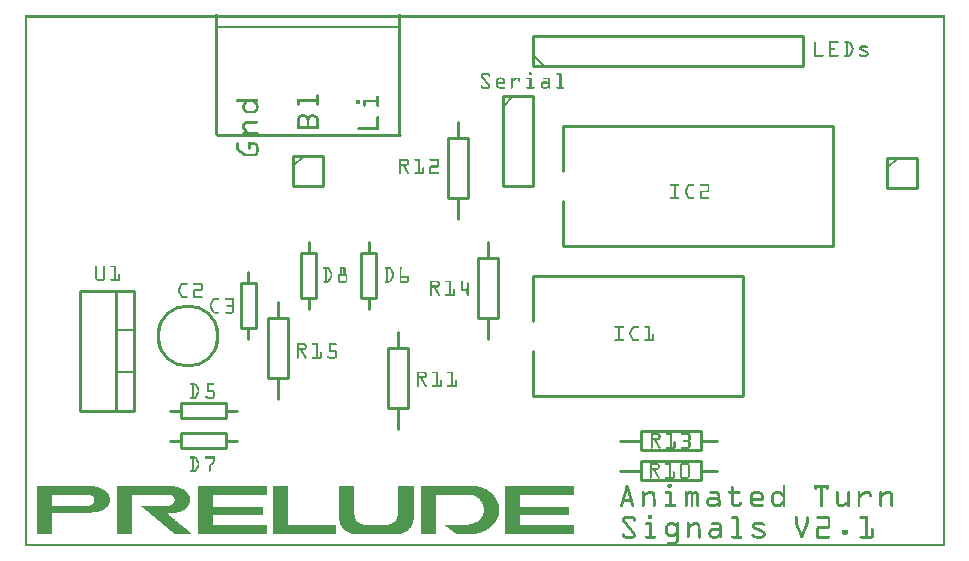
<source format=gto>
G04 MADE WITH FRITZING*
G04 WWW.FRITZING.ORG*
G04 SINGLE SIDED*
G04 HOLES NOT PLATED*
G04 CONTOUR ON CENTER OF CONTOUR VECTOR*
%ASAXBY*%
%FSLAX23Y23*%
%MOIN*%
%OFA0B0*%
%SFA1.0B1.0*%
%ADD10C,0.210000X0.19*%
%ADD11C,0.010000*%
%ADD12C,0.005000*%
%LNSILK1*%
G90*
G70*
G54D10*
X550Y701D03*
G54D11*
X1700Y1601D02*
X2600Y1601D01*
D02*
X2600Y1601D02*
X2600Y1701D01*
D02*
X2600Y1701D02*
X1700Y1701D01*
D02*
X1700Y1701D02*
X1700Y1601D01*
G54D12*
D02*
X1735Y1601D02*
X1700Y1636D01*
G54D11*
D02*
X1598Y1499D02*
X1598Y1199D01*
D02*
X1598Y1199D02*
X1698Y1199D01*
D02*
X1698Y1199D02*
X1698Y1499D01*
D02*
X1698Y1499D02*
X1598Y1499D01*
G54D12*
D02*
X1598Y1464D02*
X1633Y1499D01*
G54D11*
D02*
X370Y851D02*
X370Y451D01*
D02*
X370Y451D02*
X190Y451D01*
D02*
X190Y451D02*
X190Y851D01*
D02*
X190Y851D02*
X370Y851D01*
D02*
X370Y851D02*
X370Y451D01*
D02*
X370Y451D02*
X310Y451D01*
D02*
X310Y451D02*
X310Y851D01*
D02*
X310Y851D02*
X370Y851D01*
G54D12*
D02*
X370Y721D02*
X310Y721D01*
D02*
X370Y581D02*
X310Y581D01*
G54D11*
D02*
X488Y450D02*
X525Y450D01*
D02*
X675Y450D02*
X713Y450D01*
D02*
X525Y475D02*
X675Y475D01*
D02*
X675Y475D02*
X675Y425D01*
D02*
X675Y425D02*
X525Y425D01*
D02*
X525Y425D02*
X525Y475D01*
D02*
X488Y350D02*
X525Y350D01*
D02*
X675Y350D02*
X713Y350D01*
D02*
X525Y375D02*
X675Y375D01*
D02*
X675Y375D02*
X675Y325D01*
D02*
X675Y325D02*
X525Y325D01*
D02*
X525Y325D02*
X525Y375D01*
D02*
X951Y788D02*
X951Y825D01*
D02*
X951Y975D02*
X951Y1013D01*
D02*
X926Y825D02*
X926Y975D01*
D02*
X926Y975D02*
X976Y975D01*
D02*
X976Y975D02*
X976Y825D01*
D02*
X976Y825D02*
X926Y825D01*
D02*
X1151Y788D02*
X1151Y825D01*
D02*
X1151Y975D02*
X1151Y1013D01*
D02*
X1126Y825D02*
X1126Y975D01*
D02*
X1126Y975D02*
X1176Y975D01*
D02*
X1176Y975D02*
X1176Y825D01*
D02*
X1176Y825D02*
X1126Y825D01*
D02*
X1250Y388D02*
X1250Y460D01*
D02*
X1250Y660D02*
X1250Y713D01*
D02*
X1217Y460D02*
X1217Y660D01*
D02*
X1217Y660D02*
X1283Y660D01*
D02*
X1283Y660D02*
X1283Y460D01*
D02*
X1283Y460D02*
X1217Y460D01*
D02*
X850Y488D02*
X850Y560D01*
D02*
X850Y760D02*
X850Y813D01*
D02*
X817Y560D02*
X817Y760D01*
D02*
X817Y760D02*
X883Y760D01*
D02*
X883Y760D02*
X883Y560D01*
D02*
X883Y560D02*
X817Y560D01*
D02*
X750Y913D02*
X750Y876D01*
D02*
X750Y726D02*
X750Y688D01*
D02*
X775Y876D02*
X775Y726D01*
D02*
X775Y726D02*
X725Y726D01*
D02*
X725Y726D02*
X725Y876D01*
D02*
X725Y876D02*
X775Y876D01*
D02*
X1988Y251D02*
X2060Y251D01*
D02*
X2260Y251D02*
X2313Y251D01*
D02*
X2060Y284D02*
X2260Y284D01*
D02*
X2260Y284D02*
X2260Y218D01*
D02*
X2260Y218D02*
X2060Y218D01*
D02*
X2060Y218D02*
X2060Y284D01*
D02*
X1988Y351D02*
X2060Y351D01*
D02*
X2260Y351D02*
X2313Y351D01*
D02*
X2060Y384D02*
X2260Y384D01*
D02*
X2260Y384D02*
X2260Y318D01*
D02*
X2260Y318D02*
X2060Y318D01*
D02*
X2060Y318D02*
X2060Y384D01*
D02*
X1550Y688D02*
X1550Y760D01*
D02*
X1550Y960D02*
X1550Y1013D01*
D02*
X1517Y760D02*
X1517Y960D01*
D02*
X1517Y960D02*
X1583Y960D01*
D02*
X1583Y960D02*
X1583Y760D01*
D02*
X1583Y760D02*
X1517Y760D01*
D02*
X1450Y1088D02*
X1450Y1160D01*
D02*
X1450Y1360D02*
X1450Y1413D01*
D02*
X1417Y1160D02*
X1417Y1360D01*
D02*
X1417Y1360D02*
X1483Y1360D01*
D02*
X1483Y1360D02*
X1483Y1160D01*
D02*
X1483Y1160D02*
X1417Y1160D01*
D02*
X900Y1301D02*
X900Y1201D01*
D02*
X900Y1201D02*
X1000Y1201D01*
D02*
X1000Y1201D02*
X1000Y1301D01*
D02*
X1000Y1301D02*
X900Y1301D01*
G54D12*
D02*
X900Y1266D02*
X935Y1301D01*
G54D11*
D02*
X2879Y1294D02*
X2879Y1194D01*
D02*
X2879Y1194D02*
X2979Y1194D01*
D02*
X2979Y1194D02*
X2979Y1294D01*
D02*
X2979Y1294D02*
X2879Y1294D01*
G54D12*
D02*
X2879Y1259D02*
X2914Y1294D01*
G54D11*
D02*
X645Y1371D02*
X1255Y1371D01*
G54D12*
D02*
X1255Y1731D02*
X645Y1731D01*
G54D11*
D02*
X1700Y501D02*
X2400Y501D01*
D02*
X2400Y501D02*
X2400Y901D01*
D02*
X2400Y901D02*
X1700Y901D01*
D02*
X1700Y501D02*
X1700Y651D01*
D02*
X1700Y751D02*
X1700Y901D01*
D02*
X1800Y1001D02*
X2700Y1001D01*
D02*
X2700Y1001D02*
X2700Y1401D01*
D02*
X2700Y1401D02*
X1800Y1401D01*
D02*
X1800Y1001D02*
X1800Y1151D01*
D02*
X1800Y1251D02*
X1800Y1401D01*
G36*
X640Y1772D02*
X640Y1768D01*
X650Y1768D01*
X650Y1772D01*
X640Y1772D01*
G37*
D02*
G36*
X1250Y1772D02*
X1250Y1768D01*
X1260Y1768D01*
X1260Y1772D01*
X1250Y1772D01*
G37*
D02*
G36*
X4Y1768D02*
X4Y1767D01*
X3072Y1767D01*
X3072Y1768D01*
X4Y1768D01*
G37*
D02*
G36*
X4Y1768D02*
X4Y1767D01*
X3072Y1767D01*
X3072Y1768D01*
X4Y1768D01*
G37*
D02*
G36*
X4Y1767D02*
X4Y1760D01*
X3066Y1760D01*
X3066Y5D01*
X3072Y5D01*
X3072Y1767D01*
X4Y1767D01*
G37*
D02*
G36*
X4Y1760D02*
X4Y5D01*
X12Y5D01*
X12Y1760D01*
X4Y1760D01*
G37*
D02*
G36*
X640Y1760D02*
X640Y1371D01*
X650Y1371D01*
X650Y1760D01*
X640Y1760D01*
G37*
D02*
G36*
X1250Y1760D02*
X1250Y1371D01*
X1260Y1371D01*
X1260Y1760D01*
X1250Y1760D01*
G37*
D02*
G36*
X2152Y78D02*
X2152Y77D01*
X2150Y77D01*
X2150Y76D01*
X2148Y76D01*
X2148Y75D01*
X2147Y75D01*
X2147Y74D01*
X2146Y74D01*
X2146Y73D01*
X2145Y73D01*
X2145Y72D01*
X2176Y72D01*
X2176Y73D01*
X2175Y73D01*
X2175Y74D01*
X2174Y74D01*
X2174Y75D01*
X2173Y75D01*
X2173Y76D01*
X2171Y76D01*
X2171Y77D01*
X2169Y77D01*
X2169Y78D01*
X2152Y78D01*
G37*
D02*
G36*
X2179Y78D02*
X2179Y77D01*
X2178Y77D01*
X2178Y76D01*
X2177Y76D01*
X2177Y72D01*
X2186Y72D01*
X2186Y76D01*
X2185Y76D01*
X2185Y77D01*
X2184Y77D01*
X2184Y78D01*
X2179Y78D01*
G37*
D02*
G36*
X2144Y72D02*
X2144Y71D01*
X2186Y71D01*
X2186Y72D01*
X2144Y72D01*
G37*
D02*
G36*
X2144Y72D02*
X2144Y71D01*
X2186Y71D01*
X2186Y72D01*
X2144Y72D01*
G37*
D02*
G36*
X2143Y71D02*
X2143Y70D01*
X2142Y70D01*
X2142Y69D01*
X2165Y69D01*
X2165Y68D01*
X2167Y68D01*
X2167Y67D01*
X2168Y67D01*
X2168Y66D01*
X2170Y66D01*
X2170Y65D01*
X2171Y65D01*
X2171Y64D01*
X2172Y64D01*
X2172Y63D01*
X2173Y63D01*
X2173Y62D01*
X2174Y62D01*
X2174Y61D01*
X2175Y61D01*
X2175Y60D01*
X2176Y60D01*
X2176Y59D01*
X2177Y59D01*
X2177Y48D01*
X2176Y48D01*
X2176Y46D01*
X2175Y46D01*
X2175Y45D01*
X2173Y45D01*
X2173Y44D01*
X2172Y44D01*
X2172Y43D01*
X2171Y43D01*
X2171Y42D01*
X2170Y42D01*
X2170Y41D01*
X2169Y41D01*
X2169Y40D01*
X2167Y40D01*
X2167Y39D01*
X2166Y39D01*
X2166Y38D01*
X2186Y38D01*
X2186Y71D01*
X2143Y71D01*
G37*
D02*
G36*
X2141Y69D02*
X2141Y67D01*
X2140Y67D01*
X2140Y64D01*
X2139Y64D01*
X2139Y43D01*
X2140Y43D01*
X2140Y40D01*
X2141Y40D01*
X2141Y38D01*
X2155Y38D01*
X2155Y39D01*
X2154Y39D01*
X2154Y40D01*
X2152Y40D01*
X2152Y41D01*
X2151Y41D01*
X2151Y42D01*
X2150Y42D01*
X2150Y43D01*
X2149Y43D01*
X2149Y63D01*
X2150Y63D01*
X2150Y65D01*
X2151Y65D01*
X2151Y66D01*
X2153Y66D01*
X2153Y67D01*
X2154Y67D01*
X2154Y68D01*
X2156Y68D01*
X2156Y69D01*
X2141Y69D01*
G37*
D02*
G36*
X2142Y38D02*
X2142Y37D01*
X2186Y37D01*
X2186Y38D01*
X2142Y38D01*
G37*
D02*
G36*
X2142Y38D02*
X2142Y37D01*
X2186Y37D01*
X2186Y38D01*
X2142Y38D01*
G37*
D02*
G36*
X2143Y37D02*
X2143Y36D01*
X2144Y36D01*
X2144Y35D01*
X2145Y35D01*
X2145Y34D01*
X2177Y34D01*
X2177Y20D01*
X2176Y20D01*
X2176Y18D01*
X2175Y18D01*
X2175Y17D01*
X2174Y17D01*
X2174Y16D01*
X2172Y16D01*
X2172Y15D01*
X2171Y15D01*
X2171Y14D01*
X2147Y14D01*
X2147Y13D01*
X2145Y13D01*
X2145Y11D01*
X2144Y11D01*
X2144Y7D01*
X2145Y7D01*
X2145Y6D01*
X2146Y6D01*
X2146Y5D01*
X2174Y5D01*
X2174Y6D01*
X2176Y6D01*
X2176Y7D01*
X2178Y7D01*
X2178Y8D01*
X2179Y8D01*
X2179Y9D01*
X2180Y9D01*
X2180Y10D01*
X2181Y10D01*
X2181Y11D01*
X2182Y11D01*
X2182Y12D01*
X2183Y12D01*
X2183Y13D01*
X2184Y13D01*
X2184Y14D01*
X2185Y14D01*
X2185Y16D01*
X2186Y16D01*
X2186Y37D01*
X2143Y37D01*
G37*
D02*
G36*
X2146Y34D02*
X2146Y33D01*
X2147Y33D01*
X2147Y32D01*
X2148Y32D01*
X2148Y31D01*
X2150Y31D01*
X2150Y30D01*
X2152Y30D01*
X2152Y29D01*
X2157Y29D01*
X2157Y28D01*
X2164Y28D01*
X2164Y29D01*
X2169Y29D01*
X2169Y30D01*
X2171Y30D01*
X2171Y31D01*
X2173Y31D01*
X2173Y32D01*
X2174Y32D01*
X2174Y33D01*
X2175Y33D01*
X2175Y34D01*
X2146Y34D01*
G37*
D02*
G36*
X4Y5D02*
X4Y4D01*
X3072Y4D01*
X3072Y5D01*
X4Y5D01*
G37*
D02*
G36*
X4Y5D02*
X4Y4D01*
X3072Y4D01*
X3072Y5D01*
X4Y5D01*
G37*
D02*
G36*
X4Y5D02*
X4Y4D01*
X3072Y4D01*
X3072Y5D01*
X4Y5D01*
G37*
D02*
G36*
X4Y4D02*
X4Y-1D01*
X3072Y-1D01*
X3072Y4D01*
X4Y4D01*
G37*
D02*
G36*
X2638Y1682D02*
X2638Y1681D01*
X2636Y1681D01*
X2636Y1679D01*
X2635Y1679D01*
X2635Y1630D01*
X2666Y1630D01*
X2666Y1631D01*
X2667Y1631D01*
X2667Y1632D01*
X2668Y1632D01*
X2668Y1635D01*
X2667Y1635D01*
X2667Y1636D01*
X2666Y1636D01*
X2666Y1637D01*
X2642Y1637D01*
X2642Y1680D01*
X2641Y1680D01*
X2641Y1681D01*
X2639Y1681D01*
X2639Y1682D01*
X2638Y1682D01*
G37*
D02*
G36*
X2686Y1682D02*
X2686Y1681D01*
X2685Y1681D01*
X2685Y1630D01*
X2716Y1630D01*
X2716Y1631D01*
X2717Y1631D01*
X2717Y1632D01*
X2718Y1632D01*
X2718Y1635D01*
X2717Y1635D01*
X2717Y1636D01*
X2716Y1636D01*
X2716Y1637D01*
X2692Y1637D01*
X2692Y1653D01*
X2704Y1653D01*
X2704Y1654D01*
X2705Y1654D01*
X2705Y1658D01*
X2704Y1658D01*
X2704Y1659D01*
X2692Y1659D01*
X2692Y1675D01*
X2717Y1675D01*
X2717Y1676D01*
X2718Y1676D01*
X2718Y1680D01*
X2717Y1680D01*
X2717Y1681D01*
X2715Y1681D01*
X2715Y1682D01*
X2686Y1682D01*
G37*
D02*
G36*
X2738Y1682D02*
X2738Y1681D01*
X2736Y1681D01*
X2736Y1679D01*
X2735Y1679D01*
X2735Y1677D01*
X2736Y1677D01*
X2736Y1676D01*
X2737Y1676D01*
X2737Y1675D01*
X2752Y1675D01*
X2752Y1674D01*
X2754Y1674D01*
X2754Y1672D01*
X2755Y1672D01*
X2755Y1670D01*
X2756Y1670D01*
X2756Y1668D01*
X2757Y1668D01*
X2757Y1666D01*
X2758Y1666D01*
X2758Y1664D01*
X2759Y1664D01*
X2759Y1662D01*
X2760Y1662D01*
X2760Y1660D01*
X2761Y1660D01*
X2761Y1652D01*
X2760Y1652D01*
X2760Y1650D01*
X2759Y1650D01*
X2759Y1648D01*
X2758Y1648D01*
X2758Y1646D01*
X2757Y1646D01*
X2757Y1644D01*
X2756Y1644D01*
X2756Y1642D01*
X2755Y1642D01*
X2755Y1640D01*
X2754Y1640D01*
X2754Y1638D01*
X2753Y1638D01*
X2753Y1637D01*
X2761Y1637D01*
X2761Y1639D01*
X2762Y1639D01*
X2762Y1641D01*
X2763Y1641D01*
X2763Y1643D01*
X2764Y1643D01*
X2764Y1645D01*
X2765Y1645D01*
X2765Y1647D01*
X2766Y1647D01*
X2766Y1649D01*
X2767Y1649D01*
X2767Y1652D01*
X2768Y1652D01*
X2768Y1660D01*
X2767Y1660D01*
X2767Y1663D01*
X2766Y1663D01*
X2766Y1665D01*
X2765Y1665D01*
X2765Y1667D01*
X2764Y1667D01*
X2764Y1669D01*
X2763Y1669D01*
X2763Y1671D01*
X2762Y1671D01*
X2762Y1673D01*
X2761Y1673D01*
X2761Y1675D01*
X2760Y1675D01*
X2760Y1676D01*
X2759Y1676D01*
X2759Y1678D01*
X2758Y1678D01*
X2758Y1679D01*
X2757Y1679D01*
X2757Y1680D01*
X2755Y1680D01*
X2755Y1681D01*
X2752Y1681D01*
X2752Y1682D01*
X2738Y1682D01*
G37*
D02*
G36*
X2742Y1675D02*
X2742Y1637D01*
X2748Y1637D01*
X2748Y1675D01*
X2742Y1675D01*
G37*
D02*
G36*
X2737Y1637D02*
X2737Y1636D01*
X2760Y1636D01*
X2760Y1637D01*
X2737Y1637D01*
G37*
D02*
G36*
X2737Y1637D02*
X2737Y1636D01*
X2760Y1636D01*
X2760Y1637D01*
X2737Y1637D01*
G37*
D02*
G36*
X2736Y1636D02*
X2736Y1635D01*
X2735Y1635D01*
X2735Y1632D01*
X2736Y1632D01*
X2736Y1631D01*
X2737Y1631D01*
X2737Y1630D01*
X2753Y1630D01*
X2753Y1631D01*
X2756Y1631D01*
X2756Y1632D01*
X2757Y1632D01*
X2757Y1633D01*
X2758Y1633D01*
X2758Y1634D01*
X2759Y1634D01*
X2759Y1635D01*
X2760Y1635D01*
X2760Y1636D01*
X2736Y1636D01*
G37*
D02*
G36*
X2793Y1668D02*
X2793Y1667D01*
X2790Y1667D01*
X2790Y1666D01*
X2789Y1666D01*
X2789Y1665D01*
X2788Y1665D01*
X2788Y1664D01*
X2787Y1664D01*
X2787Y1662D01*
X2786Y1662D01*
X2786Y1661D01*
X2810Y1661D01*
X2810Y1660D01*
X2811Y1660D01*
X2811Y1659D01*
X2813Y1659D01*
X2813Y1658D01*
X2815Y1658D01*
X2815Y1659D01*
X2817Y1659D01*
X2817Y1664D01*
X2816Y1664D01*
X2816Y1665D01*
X2815Y1665D01*
X2815Y1666D01*
X2813Y1666D01*
X2813Y1667D01*
X2810Y1667D01*
X2810Y1668D01*
X2793Y1668D01*
G37*
D02*
G36*
X2786Y1661D02*
X2786Y1656D01*
X2787Y1656D01*
X2787Y1654D01*
X2788Y1654D01*
X2788Y1653D01*
X2789Y1653D01*
X2789Y1652D01*
X2791Y1652D01*
X2791Y1651D01*
X2793Y1651D01*
X2793Y1650D01*
X2796Y1650D01*
X2796Y1649D01*
X2798Y1649D01*
X2798Y1648D01*
X2800Y1648D01*
X2800Y1647D01*
X2802Y1647D01*
X2802Y1646D01*
X2805Y1646D01*
X2805Y1645D01*
X2807Y1645D01*
X2807Y1644D01*
X2809Y1644D01*
X2809Y1643D01*
X2811Y1643D01*
X2811Y1638D01*
X2810Y1638D01*
X2810Y1637D01*
X2818Y1637D01*
X2818Y1643D01*
X2817Y1643D01*
X2817Y1646D01*
X2816Y1646D01*
X2816Y1647D01*
X2815Y1647D01*
X2815Y1648D01*
X2814Y1648D01*
X2814Y1649D01*
X2812Y1649D01*
X2812Y1650D01*
X2810Y1650D01*
X2810Y1651D01*
X2808Y1651D01*
X2808Y1652D01*
X2805Y1652D01*
X2805Y1653D01*
X2803Y1653D01*
X2803Y1654D01*
X2801Y1654D01*
X2801Y1655D01*
X2799Y1655D01*
X2799Y1656D01*
X2796Y1656D01*
X2796Y1657D01*
X2794Y1657D01*
X2794Y1658D01*
X2793Y1658D01*
X2793Y1661D01*
X2786Y1661D01*
G37*
D02*
G36*
X2788Y1640D02*
X2788Y1639D01*
X2786Y1639D01*
X2786Y1638D01*
X2785Y1638D01*
X2785Y1637D01*
X2793Y1637D01*
X2793Y1638D01*
X2791Y1638D01*
X2791Y1639D01*
X2790Y1639D01*
X2790Y1640D01*
X2788Y1640D01*
G37*
D02*
G36*
X2785Y1637D02*
X2785Y1636D01*
X2817Y1636D01*
X2817Y1637D01*
X2785Y1637D01*
G37*
D02*
G36*
X2785Y1637D02*
X2785Y1636D01*
X2817Y1636D01*
X2817Y1637D01*
X2785Y1637D01*
G37*
D02*
G36*
X2785Y1636D02*
X2785Y1635D01*
X2786Y1635D01*
X2786Y1634D01*
X2787Y1634D01*
X2787Y1633D01*
X2788Y1633D01*
X2788Y1632D01*
X2790Y1632D01*
X2790Y1631D01*
X2793Y1631D01*
X2793Y1630D01*
X2810Y1630D01*
X2810Y1631D01*
X2813Y1631D01*
X2813Y1632D01*
X2814Y1632D01*
X2814Y1633D01*
X2815Y1633D01*
X2815Y1634D01*
X2816Y1634D01*
X2816Y1635D01*
X2817Y1635D01*
X2817Y1636D01*
X2785Y1636D01*
G37*
D02*
G36*
X1685Y1578D02*
X1685Y1577D01*
X1684Y1577D01*
X1684Y1570D01*
X1685Y1570D01*
X1685Y1569D01*
X1692Y1569D01*
X1692Y1570D01*
X1693Y1570D01*
X1693Y1571D01*
X1694Y1571D01*
X1694Y1576D01*
X1693Y1576D01*
X1693Y1578D01*
X1685Y1578D01*
G37*
D02*
G36*
X1778Y1575D02*
X1778Y1573D01*
X1777Y1573D01*
X1777Y1571D01*
X1778Y1571D01*
X1778Y1570D01*
X1779Y1570D01*
X1779Y1569D01*
X1787Y1569D01*
X1787Y1531D01*
X1779Y1531D01*
X1779Y1530D01*
X1778Y1530D01*
X1778Y1529D01*
X1777Y1529D01*
X1777Y1526D01*
X1778Y1526D01*
X1778Y1525D01*
X1779Y1525D01*
X1779Y1524D01*
X1802Y1524D01*
X1802Y1525D01*
X1803Y1525D01*
X1803Y1530D01*
X1801Y1530D01*
X1801Y1531D01*
X1794Y1531D01*
X1794Y1573D01*
X1793Y1573D01*
X1793Y1575D01*
X1778Y1575D01*
G37*
D02*
G36*
X1589Y1562D02*
X1589Y1561D01*
X1582Y1561D01*
X1582Y1560D01*
X1580Y1560D01*
X1580Y1559D01*
X1579Y1559D01*
X1579Y1558D01*
X1578Y1558D01*
X1578Y1557D01*
X1577Y1557D01*
X1577Y1556D01*
X1576Y1556D01*
X1576Y1555D01*
X1596Y1555D01*
X1596Y1554D01*
X1597Y1554D01*
X1597Y1553D01*
X1599Y1553D01*
X1599Y1552D01*
X1600Y1552D01*
X1600Y1545D01*
X1607Y1545D01*
X1607Y1552D01*
X1606Y1552D01*
X1606Y1555D01*
X1605Y1555D01*
X1605Y1556D01*
X1604Y1556D01*
X1604Y1557D01*
X1603Y1557D01*
X1603Y1558D01*
X1602Y1558D01*
X1602Y1559D01*
X1601Y1559D01*
X1601Y1560D01*
X1599Y1560D01*
X1599Y1561D01*
X1593Y1561D01*
X1593Y1562D01*
X1589Y1562D01*
G37*
D02*
G36*
X1575Y1555D02*
X1575Y1552D01*
X1574Y1552D01*
X1574Y1545D01*
X1581Y1545D01*
X1581Y1552D01*
X1582Y1552D01*
X1582Y1553D01*
X1584Y1553D01*
X1584Y1554D01*
X1585Y1554D01*
X1585Y1555D01*
X1575Y1555D01*
G37*
D02*
G36*
X1574Y1545D02*
X1574Y1544D01*
X1607Y1544D01*
X1607Y1545D01*
X1574Y1545D01*
G37*
D02*
G36*
X1574Y1545D02*
X1574Y1544D01*
X1607Y1544D01*
X1607Y1545D01*
X1574Y1545D01*
G37*
D02*
G36*
X1574Y1544D02*
X1574Y1533D01*
X1575Y1533D01*
X1575Y1531D01*
X1576Y1531D01*
X1576Y1530D01*
X1577Y1530D01*
X1577Y1529D01*
X1578Y1529D01*
X1578Y1528D01*
X1579Y1528D01*
X1579Y1527D01*
X1580Y1527D01*
X1580Y1526D01*
X1581Y1526D01*
X1581Y1525D01*
X1584Y1525D01*
X1584Y1524D01*
X1605Y1524D01*
X1605Y1525D01*
X1606Y1525D01*
X1606Y1526D01*
X1607Y1526D01*
X1607Y1529D01*
X1606Y1529D01*
X1606Y1530D01*
X1605Y1530D01*
X1605Y1531D01*
X1584Y1531D01*
X1584Y1532D01*
X1583Y1532D01*
X1583Y1533D01*
X1582Y1533D01*
X1582Y1534D01*
X1581Y1534D01*
X1581Y1538D01*
X1605Y1538D01*
X1605Y1539D01*
X1606Y1539D01*
X1606Y1540D01*
X1607Y1540D01*
X1607Y1544D01*
X1574Y1544D01*
G37*
D02*
G36*
X1625Y1561D02*
X1625Y1560D01*
X1624Y1560D01*
X1624Y1555D01*
X1631Y1555D01*
X1631Y1559D01*
X1630Y1559D01*
X1630Y1561D01*
X1625Y1561D01*
G37*
D02*
G36*
X1638Y1561D02*
X1638Y1560D01*
X1637Y1560D01*
X1637Y1559D01*
X1636Y1559D01*
X1636Y1558D01*
X1635Y1558D01*
X1635Y1557D01*
X1633Y1557D01*
X1633Y1556D01*
X1632Y1556D01*
X1632Y1555D01*
X1648Y1555D01*
X1648Y1554D01*
X1650Y1554D01*
X1650Y1548D01*
X1651Y1548D01*
X1651Y1547D01*
X1656Y1547D01*
X1656Y1548D01*
X1657Y1548D01*
X1657Y1554D01*
X1656Y1554D01*
X1656Y1557D01*
X1655Y1557D01*
X1655Y1558D01*
X1654Y1558D01*
X1654Y1559D01*
X1653Y1559D01*
X1653Y1560D01*
X1651Y1560D01*
X1651Y1561D01*
X1638Y1561D01*
G37*
D02*
G36*
X1624Y1555D02*
X1624Y1554D01*
X1641Y1554D01*
X1641Y1555D01*
X1624Y1555D01*
G37*
D02*
G36*
X1624Y1555D02*
X1624Y1554D01*
X1641Y1554D01*
X1641Y1555D01*
X1624Y1555D01*
G37*
D02*
G36*
X1624Y1554D02*
X1624Y1526D01*
X1625Y1526D01*
X1625Y1525D01*
X1626Y1525D01*
X1626Y1524D01*
X1629Y1524D01*
X1629Y1525D01*
X1630Y1525D01*
X1630Y1526D01*
X1631Y1526D01*
X1631Y1546D01*
X1632Y1546D01*
X1632Y1547D01*
X1633Y1547D01*
X1633Y1548D01*
X1634Y1548D01*
X1634Y1549D01*
X1635Y1549D01*
X1635Y1550D01*
X1637Y1550D01*
X1637Y1551D01*
X1638Y1551D01*
X1638Y1552D01*
X1639Y1552D01*
X1639Y1553D01*
X1640Y1553D01*
X1640Y1554D01*
X1624Y1554D01*
G37*
D02*
G36*
X1678Y1561D02*
X1678Y1559D01*
X1677Y1559D01*
X1677Y1557D01*
X1678Y1557D01*
X1678Y1556D01*
X1679Y1556D01*
X1679Y1555D01*
X1687Y1555D01*
X1687Y1531D01*
X1679Y1531D01*
X1679Y1530D01*
X1678Y1530D01*
X1678Y1528D01*
X1677Y1528D01*
X1677Y1526D01*
X1678Y1526D01*
X1678Y1525D01*
X1679Y1525D01*
X1679Y1524D01*
X1702Y1524D01*
X1702Y1525D01*
X1703Y1525D01*
X1703Y1527D01*
X1704Y1527D01*
X1704Y1528D01*
X1703Y1528D01*
X1703Y1530D01*
X1701Y1530D01*
X1701Y1531D01*
X1694Y1531D01*
X1694Y1559D01*
X1693Y1559D01*
X1693Y1561D01*
X1678Y1561D01*
G37*
D02*
G36*
X1732Y1561D02*
X1732Y1560D01*
X1731Y1560D01*
X1731Y1556D01*
X1732Y1556D01*
X1732Y1555D01*
X1748Y1555D01*
X1748Y1554D01*
X1749Y1554D01*
X1749Y1547D01*
X1756Y1547D01*
X1756Y1555D01*
X1755Y1555D01*
X1755Y1557D01*
X1754Y1557D01*
X1754Y1558D01*
X1753Y1558D01*
X1753Y1559D01*
X1752Y1559D01*
X1752Y1560D01*
X1750Y1560D01*
X1750Y1561D01*
X1732Y1561D01*
G37*
D02*
G36*
X1733Y1548D02*
X1733Y1547D01*
X1747Y1547D01*
X1747Y1548D01*
X1733Y1548D01*
G37*
D02*
G36*
X1730Y1547D02*
X1730Y1546D01*
X1756Y1546D01*
X1756Y1547D01*
X1730Y1547D01*
G37*
D02*
G36*
X1730Y1547D02*
X1730Y1546D01*
X1756Y1546D01*
X1756Y1547D01*
X1730Y1547D01*
G37*
D02*
G36*
X1728Y1546D02*
X1728Y1545D01*
X1727Y1545D01*
X1727Y1544D01*
X1726Y1544D01*
X1726Y1543D01*
X1725Y1543D01*
X1725Y1541D01*
X1748Y1541D01*
X1748Y1540D01*
X1749Y1540D01*
X1749Y1539D01*
X1750Y1539D01*
X1750Y1535D01*
X1749Y1535D01*
X1749Y1534D01*
X1748Y1534D01*
X1748Y1533D01*
X1746Y1533D01*
X1746Y1532D01*
X1744Y1532D01*
X1744Y1531D01*
X1757Y1531D01*
X1757Y1537D01*
X1756Y1537D01*
X1756Y1546D01*
X1728Y1546D01*
G37*
D02*
G36*
X1724Y1541D02*
X1724Y1531D01*
X1732Y1531D01*
X1732Y1532D01*
X1731Y1532D01*
X1731Y1540D01*
X1732Y1540D01*
X1732Y1541D01*
X1724Y1541D01*
G37*
D02*
G36*
X1725Y1531D02*
X1725Y1530D01*
X1757Y1530D01*
X1757Y1531D01*
X1725Y1531D01*
G37*
D02*
G36*
X1725Y1531D02*
X1725Y1530D01*
X1757Y1530D01*
X1757Y1531D01*
X1725Y1531D01*
G37*
D02*
G36*
X1725Y1530D02*
X1725Y1529D01*
X1726Y1529D01*
X1726Y1527D01*
X1750Y1527D01*
X1750Y1526D01*
X1751Y1526D01*
X1751Y1525D01*
X1752Y1525D01*
X1752Y1524D01*
X1755Y1524D01*
X1755Y1525D01*
X1756Y1525D01*
X1756Y1526D01*
X1757Y1526D01*
X1757Y1530D01*
X1725Y1530D01*
G37*
D02*
G36*
X1727Y1527D02*
X1727Y1526D01*
X1729Y1526D01*
X1729Y1525D01*
X1731Y1525D01*
X1731Y1524D01*
X1745Y1524D01*
X1745Y1525D01*
X1747Y1525D01*
X1747Y1526D01*
X1749Y1526D01*
X1749Y1527D01*
X1727Y1527D01*
G37*
D02*
G36*
X1528Y1575D02*
X1528Y1574D01*
X1527Y1574D01*
X1527Y1573D01*
X1526Y1573D01*
X1526Y1572D01*
X1525Y1572D01*
X1525Y1570D01*
X1524Y1570D01*
X1524Y1569D01*
X1549Y1569D01*
X1549Y1568D01*
X1550Y1568D01*
X1550Y1565D01*
X1551Y1565D01*
X1551Y1564D01*
X1552Y1564D01*
X1552Y1563D01*
X1555Y1563D01*
X1555Y1564D01*
X1556Y1564D01*
X1556Y1565D01*
X1557Y1565D01*
X1557Y1569D01*
X1556Y1569D01*
X1556Y1571D01*
X1555Y1571D01*
X1555Y1573D01*
X1554Y1573D01*
X1554Y1574D01*
X1552Y1574D01*
X1552Y1575D01*
X1528Y1575D01*
G37*
D02*
G36*
X1524Y1569D02*
X1524Y1566D01*
X1525Y1566D01*
X1525Y1564D01*
X1526Y1564D01*
X1526Y1562D01*
X1527Y1562D01*
X1527Y1561D01*
X1528Y1561D01*
X1528Y1560D01*
X1529Y1560D01*
X1529Y1558D01*
X1530Y1558D01*
X1530Y1557D01*
X1531Y1557D01*
X1531Y1556D01*
X1532Y1556D01*
X1532Y1555D01*
X1533Y1555D01*
X1533Y1553D01*
X1534Y1553D01*
X1534Y1552D01*
X1535Y1552D01*
X1535Y1551D01*
X1536Y1551D01*
X1536Y1550D01*
X1537Y1550D01*
X1537Y1548D01*
X1538Y1548D01*
X1538Y1547D01*
X1539Y1547D01*
X1539Y1546D01*
X1540Y1546D01*
X1540Y1544D01*
X1541Y1544D01*
X1541Y1543D01*
X1542Y1543D01*
X1542Y1542D01*
X1543Y1542D01*
X1543Y1541D01*
X1544Y1541D01*
X1544Y1539D01*
X1545Y1539D01*
X1545Y1538D01*
X1546Y1538D01*
X1546Y1537D01*
X1547Y1537D01*
X1547Y1535D01*
X1548Y1535D01*
X1548Y1534D01*
X1549Y1534D01*
X1549Y1533D01*
X1550Y1533D01*
X1550Y1531D01*
X1557Y1531D01*
X1557Y1534D01*
X1556Y1534D01*
X1556Y1536D01*
X1555Y1536D01*
X1555Y1537D01*
X1554Y1537D01*
X1554Y1538D01*
X1553Y1538D01*
X1553Y1540D01*
X1552Y1540D01*
X1552Y1541D01*
X1551Y1541D01*
X1551Y1542D01*
X1550Y1542D01*
X1550Y1544D01*
X1549Y1544D01*
X1549Y1545D01*
X1548Y1545D01*
X1548Y1546D01*
X1547Y1546D01*
X1547Y1547D01*
X1546Y1547D01*
X1546Y1549D01*
X1545Y1549D01*
X1545Y1550D01*
X1544Y1550D01*
X1544Y1551D01*
X1543Y1551D01*
X1543Y1553D01*
X1542Y1553D01*
X1542Y1554D01*
X1541Y1554D01*
X1541Y1555D01*
X1540Y1555D01*
X1540Y1556D01*
X1539Y1556D01*
X1539Y1558D01*
X1538Y1558D01*
X1538Y1559D01*
X1537Y1559D01*
X1537Y1560D01*
X1536Y1560D01*
X1536Y1562D01*
X1535Y1562D01*
X1535Y1563D01*
X1534Y1563D01*
X1534Y1564D01*
X1533Y1564D01*
X1533Y1565D01*
X1532Y1565D01*
X1532Y1567D01*
X1531Y1567D01*
X1531Y1569D01*
X1524Y1569D01*
G37*
D02*
G36*
X1525Y1536D02*
X1525Y1535D01*
X1524Y1535D01*
X1524Y1531D01*
X1531Y1531D01*
X1531Y1534D01*
X1530Y1534D01*
X1530Y1536D01*
X1525Y1536D01*
G37*
D02*
G36*
X1524Y1531D02*
X1524Y1530D01*
X1557Y1530D01*
X1557Y1531D01*
X1524Y1531D01*
G37*
D02*
G36*
X1524Y1531D02*
X1524Y1530D01*
X1557Y1530D01*
X1557Y1531D01*
X1524Y1531D01*
G37*
D02*
G36*
X1525Y1530D02*
X1525Y1528D01*
X1526Y1528D01*
X1526Y1527D01*
X1527Y1527D01*
X1527Y1526D01*
X1528Y1526D01*
X1528Y1525D01*
X1530Y1525D01*
X1530Y1524D01*
X1552Y1524D01*
X1552Y1525D01*
X1554Y1525D01*
X1554Y1526D01*
X1555Y1526D01*
X1555Y1527D01*
X1556Y1527D01*
X1556Y1529D01*
X1557Y1529D01*
X1557Y1530D01*
X1525Y1530D01*
G37*
D02*
G36*
X978Y1505D02*
X978Y1504D01*
X977Y1504D01*
X977Y1503D01*
X976Y1503D01*
X976Y1491D01*
X914Y1491D01*
X914Y1490D01*
X913Y1490D01*
X913Y1489D01*
X912Y1489D01*
X912Y1481D01*
X976Y1481D01*
X976Y1470D01*
X977Y1470D01*
X977Y1469D01*
X978Y1469D01*
X978Y1468D01*
X979Y1468D01*
X979Y1467D01*
X982Y1467D01*
X982Y1468D01*
X984Y1468D01*
X984Y1469D01*
X985Y1469D01*
X985Y1503D01*
X984Y1503D01*
X984Y1504D01*
X983Y1504D01*
X983Y1505D01*
X978Y1505D01*
G37*
D02*
G36*
X912Y1481D02*
X912Y1469D01*
X913Y1469D01*
X913Y1468D01*
X915Y1468D01*
X915Y1467D01*
X918Y1467D01*
X918Y1468D01*
X919Y1468D01*
X919Y1469D01*
X920Y1469D01*
X920Y1470D01*
X921Y1470D01*
X921Y1481D01*
X912Y1481D01*
G37*
D02*
G36*
X1181Y1502D02*
X1181Y1501D01*
X1179Y1501D01*
X1179Y1500D01*
X1178Y1500D01*
X1178Y1498D01*
X1177Y1498D01*
X1177Y1487D01*
X1135Y1487D01*
X1135Y1486D01*
X1134Y1486D01*
X1134Y1485D01*
X1133Y1485D01*
X1133Y1478D01*
X1177Y1478D01*
X1177Y1467D01*
X1178Y1467D01*
X1178Y1465D01*
X1180Y1465D01*
X1180Y1464D01*
X1185Y1464D01*
X1185Y1465D01*
X1186Y1465D01*
X1186Y1467D01*
X1187Y1467D01*
X1187Y1499D01*
X1186Y1499D01*
X1186Y1500D01*
X1185Y1500D01*
X1185Y1501D01*
X1183Y1501D01*
X1183Y1502D01*
X1181Y1502D01*
G37*
D02*
G36*
X1133Y1478D02*
X1133Y1467D01*
X1134Y1467D01*
X1134Y1465D01*
X1135Y1465D01*
X1135Y1464D01*
X1140Y1464D01*
X1140Y1465D01*
X1141Y1465D01*
X1141Y1466D01*
X1142Y1466D01*
X1142Y1468D01*
X1143Y1468D01*
X1143Y1478D01*
X1133Y1478D01*
G37*
D02*
G36*
X713Y1489D02*
X713Y1488D01*
X711Y1488D01*
X711Y1487D01*
X710Y1487D01*
X710Y1481D01*
X711Y1481D01*
X711Y1480D01*
X713Y1480D01*
X713Y1479D01*
X765Y1479D01*
X765Y1478D01*
X766Y1478D01*
X766Y1477D01*
X767Y1477D01*
X767Y1476D01*
X768Y1476D01*
X768Y1475D01*
X769Y1475D01*
X769Y1473D01*
X770Y1473D01*
X770Y1472D01*
X771Y1472D01*
X771Y1471D01*
X772Y1471D01*
X772Y1470D01*
X773Y1470D01*
X773Y1468D01*
X774Y1468D01*
X774Y1457D01*
X773Y1457D01*
X773Y1456D01*
X772Y1456D01*
X772Y1455D01*
X771Y1455D01*
X771Y1453D01*
X770Y1453D01*
X770Y1452D01*
X768Y1452D01*
X768Y1451D01*
X781Y1451D01*
X781Y1452D01*
X782Y1452D01*
X782Y1454D01*
X783Y1454D01*
X783Y1459D01*
X784Y1459D01*
X784Y1466D01*
X783Y1466D01*
X783Y1472D01*
X782Y1472D01*
X782Y1474D01*
X781Y1474D01*
X781Y1475D01*
X780Y1475D01*
X780Y1476D01*
X779Y1476D01*
X779Y1478D01*
X778Y1478D01*
X778Y1479D01*
X780Y1479D01*
X780Y1480D01*
X782Y1480D01*
X782Y1481D01*
X783Y1481D01*
X783Y1487D01*
X782Y1487D01*
X782Y1488D01*
X780Y1488D01*
X780Y1489D01*
X713Y1489D01*
G37*
D02*
G36*
X736Y1479D02*
X736Y1478D01*
X735Y1478D01*
X735Y1477D01*
X734Y1477D01*
X734Y1476D01*
X733Y1476D01*
X733Y1475D01*
X732Y1475D01*
X732Y1473D01*
X731Y1473D01*
X731Y1471D01*
X730Y1471D01*
X730Y1455D01*
X731Y1455D01*
X731Y1452D01*
X732Y1452D01*
X732Y1451D01*
X745Y1451D01*
X745Y1452D01*
X744Y1452D01*
X744Y1453D01*
X743Y1453D01*
X743Y1454D01*
X742Y1454D01*
X742Y1455D01*
X741Y1455D01*
X741Y1456D01*
X740Y1456D01*
X740Y1458D01*
X739Y1458D01*
X739Y1468D01*
X740Y1468D01*
X740Y1470D01*
X741Y1470D01*
X741Y1471D01*
X742Y1471D01*
X742Y1472D01*
X743Y1472D01*
X743Y1473D01*
X744Y1473D01*
X744Y1474D01*
X745Y1474D01*
X745Y1475D01*
X746Y1475D01*
X746Y1477D01*
X747Y1477D01*
X747Y1478D01*
X748Y1478D01*
X748Y1479D01*
X736Y1479D01*
G37*
D02*
G36*
X733Y1451D02*
X733Y1450D01*
X780Y1450D01*
X780Y1451D01*
X733Y1451D01*
G37*
D02*
G36*
X733Y1451D02*
X733Y1450D01*
X780Y1450D01*
X780Y1451D01*
X733Y1451D01*
G37*
D02*
G36*
X734Y1450D02*
X734Y1448D01*
X735Y1448D01*
X735Y1447D01*
X736Y1447D01*
X736Y1446D01*
X737Y1446D01*
X737Y1445D01*
X738Y1445D01*
X738Y1444D01*
X740Y1444D01*
X740Y1443D01*
X742Y1443D01*
X742Y1442D01*
X771Y1442D01*
X771Y1443D01*
X773Y1443D01*
X773Y1444D01*
X775Y1444D01*
X775Y1445D01*
X776Y1445D01*
X776Y1446D01*
X777Y1446D01*
X777Y1447D01*
X778Y1447D01*
X778Y1448D01*
X779Y1448D01*
X779Y1449D01*
X780Y1449D01*
X780Y1450D01*
X734Y1450D01*
G37*
D02*
G36*
X1111Y1487D02*
X1111Y1486D01*
X1110Y1486D01*
X1110Y1485D01*
X1109Y1485D01*
X1109Y1476D01*
X1110Y1476D01*
X1110Y1474D01*
X1112Y1474D01*
X1112Y1473D01*
X1119Y1473D01*
X1119Y1474D01*
X1121Y1474D01*
X1121Y1475D01*
X1122Y1475D01*
X1122Y1486D01*
X1121Y1486D01*
X1121Y1487D01*
X1111Y1487D01*
G37*
D02*
G36*
X927Y1438D02*
X927Y1437D01*
X924Y1437D01*
X924Y1436D01*
X922Y1436D01*
X922Y1435D01*
X920Y1435D01*
X920Y1434D01*
X919Y1434D01*
X919Y1433D01*
X917Y1433D01*
X917Y1432D01*
X947Y1432D01*
X947Y1433D01*
X946Y1433D01*
X946Y1434D01*
X945Y1434D01*
X945Y1435D01*
X943Y1435D01*
X943Y1436D01*
X941Y1436D01*
X941Y1437D01*
X938Y1437D01*
X938Y1438D01*
X927Y1438D01*
G37*
D02*
G36*
X959Y1438D02*
X959Y1437D01*
X956Y1437D01*
X956Y1436D01*
X954Y1436D01*
X954Y1435D01*
X952Y1435D01*
X952Y1434D01*
X951Y1434D01*
X951Y1433D01*
X950Y1433D01*
X950Y1432D01*
X980Y1432D01*
X980Y1433D01*
X978Y1433D01*
X978Y1434D01*
X977Y1434D01*
X977Y1435D01*
X976Y1435D01*
X976Y1436D01*
X973Y1436D01*
X973Y1437D01*
X970Y1437D01*
X970Y1438D01*
X959Y1438D01*
G37*
D02*
G36*
X916Y1432D02*
X916Y1431D01*
X981Y1431D01*
X981Y1432D01*
X916Y1432D01*
G37*
D02*
G36*
X916Y1432D02*
X916Y1431D01*
X981Y1431D01*
X981Y1432D01*
X916Y1432D01*
G37*
D02*
G36*
X916Y1431D02*
X916Y1430D01*
X915Y1430D01*
X915Y1429D01*
X914Y1429D01*
X914Y1428D01*
X970Y1428D01*
X970Y1427D01*
X972Y1427D01*
X972Y1426D01*
X973Y1426D01*
X973Y1425D01*
X974Y1425D01*
X974Y1424D01*
X975Y1424D01*
X975Y1421D01*
X976Y1421D01*
X976Y1400D01*
X986Y1400D01*
X986Y1405D01*
X985Y1405D01*
X985Y1425D01*
X984Y1425D01*
X984Y1427D01*
X983Y1427D01*
X983Y1429D01*
X982Y1429D01*
X982Y1430D01*
X981Y1430D01*
X981Y1431D01*
X916Y1431D01*
G37*
D02*
G36*
X914Y1428D02*
X914Y1427D01*
X913Y1427D01*
X913Y1425D01*
X912Y1425D01*
X912Y1400D01*
X921Y1400D01*
X921Y1421D01*
X922Y1421D01*
X922Y1424D01*
X923Y1424D01*
X923Y1425D01*
X924Y1425D01*
X924Y1426D01*
X925Y1426D01*
X925Y1427D01*
X927Y1427D01*
X927Y1428D01*
X914Y1428D01*
G37*
D02*
G36*
X938Y1428D02*
X938Y1427D01*
X940Y1427D01*
X940Y1426D01*
X941Y1426D01*
X941Y1425D01*
X942Y1425D01*
X942Y1423D01*
X943Y1423D01*
X943Y1421D01*
X944Y1421D01*
X944Y1400D01*
X953Y1400D01*
X953Y1421D01*
X954Y1421D01*
X954Y1423D01*
X955Y1423D01*
X955Y1425D01*
X956Y1425D01*
X956Y1426D01*
X957Y1426D01*
X957Y1427D01*
X959Y1427D01*
X959Y1428D01*
X938Y1428D01*
G37*
D02*
G36*
X912Y1400D02*
X912Y1399D01*
X986Y1399D01*
X986Y1400D01*
X912Y1400D01*
G37*
D02*
G36*
X912Y1400D02*
X912Y1399D01*
X986Y1399D01*
X986Y1400D01*
X912Y1400D01*
G37*
D02*
G36*
X912Y1400D02*
X912Y1399D01*
X986Y1399D01*
X986Y1400D01*
X912Y1400D01*
G37*
D02*
G36*
X912Y1399D02*
X912Y1391D01*
X986Y1391D01*
X986Y1399D01*
X912Y1399D01*
G37*
D02*
G36*
X1179Y1434D02*
X1179Y1433D01*
X1178Y1433D01*
X1178Y1431D01*
X1177Y1431D01*
X1177Y1397D01*
X1116Y1397D01*
X1116Y1396D01*
X1115Y1396D01*
X1115Y1395D01*
X1114Y1395D01*
X1114Y1394D01*
X1113Y1394D01*
X1113Y1390D01*
X1114Y1390D01*
X1114Y1388D01*
X1116Y1388D01*
X1116Y1387D01*
X1187Y1387D01*
X1187Y1431D01*
X1186Y1431D01*
X1186Y1433D01*
X1185Y1433D01*
X1185Y1434D01*
X1179Y1434D01*
G37*
D02*
G36*
X769Y1417D02*
X769Y1416D01*
X743Y1416D01*
X743Y1415D01*
X738Y1415D01*
X738Y1414D01*
X737Y1414D01*
X737Y1413D01*
X735Y1413D01*
X735Y1412D01*
X734Y1412D01*
X734Y1411D01*
X733Y1411D01*
X733Y1410D01*
X732Y1410D01*
X732Y1408D01*
X731Y1408D01*
X731Y1406D01*
X730Y1406D01*
X730Y1391D01*
X731Y1391D01*
X731Y1389D01*
X732Y1389D01*
X732Y1387D01*
X733Y1387D01*
X733Y1386D01*
X734Y1386D01*
X734Y1384D01*
X735Y1384D01*
X735Y1383D01*
X736Y1383D01*
X736Y1381D01*
X737Y1381D01*
X737Y1379D01*
X732Y1379D01*
X732Y1378D01*
X731Y1378D01*
X731Y1377D01*
X730Y1377D01*
X730Y1372D01*
X731Y1372D01*
X731Y1371D01*
X732Y1371D01*
X732Y1370D01*
X781Y1370D01*
X781Y1371D01*
X782Y1371D01*
X782Y1372D01*
X783Y1372D01*
X783Y1374D01*
X784Y1374D01*
X784Y1375D01*
X783Y1375D01*
X783Y1377D01*
X782Y1377D01*
X782Y1378D01*
X781Y1378D01*
X781Y1379D01*
X749Y1379D01*
X749Y1380D01*
X748Y1380D01*
X748Y1382D01*
X747Y1382D01*
X747Y1383D01*
X746Y1383D01*
X746Y1385D01*
X745Y1385D01*
X745Y1386D01*
X744Y1386D01*
X744Y1388D01*
X743Y1388D01*
X743Y1390D01*
X742Y1390D01*
X742Y1391D01*
X741Y1391D01*
X741Y1393D01*
X740Y1393D01*
X740Y1395D01*
X739Y1395D01*
X739Y1403D01*
X740Y1403D01*
X740Y1404D01*
X741Y1404D01*
X741Y1405D01*
X742Y1405D01*
X742Y1406D01*
X758Y1406D01*
X758Y1407D01*
X780Y1407D01*
X780Y1408D01*
X782Y1408D01*
X782Y1409D01*
X783Y1409D01*
X783Y1415D01*
X782Y1415D01*
X782Y1416D01*
X780Y1416D01*
X780Y1417D01*
X769Y1417D01*
G37*
D02*
G36*
X713Y1345D02*
X713Y1344D01*
X711Y1344D01*
X711Y1343D01*
X710Y1343D01*
X710Y1321D01*
X711Y1321D01*
X711Y1319D01*
X712Y1319D01*
X712Y1317D01*
X713Y1317D01*
X713Y1316D01*
X714Y1316D01*
X714Y1315D01*
X715Y1315D01*
X715Y1314D01*
X717Y1314D01*
X717Y1313D01*
X718Y1313D01*
X718Y1312D01*
X719Y1312D01*
X719Y1311D01*
X720Y1311D01*
X720Y1310D01*
X722Y1310D01*
X722Y1309D01*
X723Y1309D01*
X723Y1308D01*
X724Y1308D01*
X724Y1307D01*
X741Y1307D01*
X741Y1308D01*
X739Y1308D01*
X739Y1309D01*
X737Y1309D01*
X737Y1310D01*
X736Y1310D01*
X736Y1311D01*
X735Y1311D01*
X735Y1312D01*
X733Y1312D01*
X733Y1313D01*
X732Y1313D01*
X732Y1314D01*
X731Y1314D01*
X731Y1315D01*
X729Y1315D01*
X729Y1316D01*
X728Y1316D01*
X728Y1317D01*
X727Y1317D01*
X727Y1318D01*
X726Y1318D01*
X726Y1319D01*
X724Y1319D01*
X724Y1320D01*
X723Y1320D01*
X723Y1321D01*
X722Y1321D01*
X722Y1322D01*
X721Y1322D01*
X721Y1323D01*
X720Y1323D01*
X720Y1324D01*
X719Y1324D01*
X719Y1342D01*
X718Y1342D01*
X718Y1344D01*
X716Y1344D01*
X716Y1345D01*
X713Y1345D01*
G37*
D02*
G36*
X750Y1345D02*
X750Y1335D01*
X772Y1335D01*
X772Y1334D01*
X773Y1334D01*
X773Y1333D01*
X774Y1333D01*
X774Y1310D01*
X773Y1310D01*
X773Y1309D01*
X772Y1309D01*
X772Y1308D01*
X771Y1308D01*
X771Y1307D01*
X783Y1307D01*
X783Y1313D01*
X784Y1313D01*
X784Y1331D01*
X783Y1331D01*
X783Y1336D01*
X782Y1336D01*
X782Y1338D01*
X781Y1338D01*
X781Y1339D01*
X780Y1339D01*
X780Y1340D01*
X779Y1340D01*
X779Y1341D01*
X778Y1341D01*
X778Y1342D01*
X777Y1342D01*
X777Y1343D01*
X775Y1343D01*
X775Y1344D01*
X772Y1344D01*
X772Y1345D01*
X750Y1345D01*
G37*
D02*
G36*
X750Y1335D02*
X750Y1323D01*
X751Y1323D01*
X751Y1322D01*
X753Y1322D01*
X753Y1321D01*
X756Y1321D01*
X756Y1322D01*
X758Y1322D01*
X758Y1323D01*
X759Y1323D01*
X759Y1335D01*
X750Y1335D01*
G37*
D02*
G36*
X725Y1307D02*
X725Y1306D01*
X782Y1306D01*
X782Y1307D01*
X725Y1307D01*
G37*
D02*
G36*
X725Y1307D02*
X725Y1306D01*
X782Y1306D01*
X782Y1307D01*
X725Y1307D01*
G37*
D02*
G36*
X727Y1306D02*
X727Y1305D01*
X728Y1305D01*
X728Y1304D01*
X729Y1304D01*
X729Y1303D01*
X731Y1303D01*
X731Y1302D01*
X732Y1302D01*
X732Y1301D01*
X733Y1301D01*
X733Y1300D01*
X735Y1300D01*
X735Y1299D01*
X738Y1299D01*
X738Y1298D01*
X774Y1298D01*
X774Y1299D01*
X776Y1299D01*
X776Y1300D01*
X778Y1300D01*
X778Y1301D01*
X779Y1301D01*
X779Y1302D01*
X780Y1302D01*
X780Y1303D01*
X781Y1303D01*
X781Y1305D01*
X782Y1305D01*
X782Y1306D01*
X727Y1306D01*
G37*
D02*
G36*
X1253Y1290D02*
X1253Y1284D01*
X1276Y1284D01*
X1276Y1283D01*
X1279Y1283D01*
X1279Y1274D01*
X1277Y1274D01*
X1277Y1273D01*
X1286Y1273D01*
X1286Y1284D01*
X1285Y1284D01*
X1285Y1286D01*
X1284Y1286D01*
X1284Y1287D01*
X1283Y1287D01*
X1283Y1288D01*
X1282Y1288D01*
X1282Y1289D01*
X1280Y1289D01*
X1280Y1290D01*
X1253Y1290D01*
G37*
D02*
G36*
X1253Y1284D02*
X1253Y1273D01*
X1260Y1273D01*
X1260Y1284D01*
X1253Y1284D01*
G37*
D02*
G36*
X1253Y1273D02*
X1253Y1272D01*
X1285Y1272D01*
X1285Y1273D01*
X1253Y1273D01*
G37*
D02*
G36*
X1253Y1273D02*
X1253Y1272D01*
X1285Y1272D01*
X1285Y1273D01*
X1253Y1273D01*
G37*
D02*
G36*
X1253Y1272D02*
X1253Y1267D01*
X1265Y1267D01*
X1265Y1265D01*
X1266Y1265D01*
X1266Y1263D01*
X1267Y1263D01*
X1267Y1262D01*
X1268Y1262D01*
X1268Y1260D01*
X1269Y1260D01*
X1269Y1258D01*
X1270Y1258D01*
X1270Y1257D01*
X1271Y1257D01*
X1271Y1255D01*
X1272Y1255D01*
X1272Y1253D01*
X1273Y1253D01*
X1273Y1251D01*
X1274Y1251D01*
X1274Y1250D01*
X1275Y1250D01*
X1275Y1248D01*
X1276Y1248D01*
X1276Y1246D01*
X1277Y1246D01*
X1277Y1245D01*
X1278Y1245D01*
X1278Y1243D01*
X1279Y1243D01*
X1279Y1241D01*
X1280Y1241D01*
X1280Y1240D01*
X1281Y1240D01*
X1281Y1239D01*
X1285Y1239D01*
X1285Y1240D01*
X1286Y1240D01*
X1286Y1244D01*
X1285Y1244D01*
X1285Y1246D01*
X1284Y1246D01*
X1284Y1247D01*
X1283Y1247D01*
X1283Y1249D01*
X1282Y1249D01*
X1282Y1251D01*
X1281Y1251D01*
X1281Y1253D01*
X1280Y1253D01*
X1280Y1254D01*
X1279Y1254D01*
X1279Y1256D01*
X1278Y1256D01*
X1278Y1258D01*
X1277Y1258D01*
X1277Y1259D01*
X1276Y1259D01*
X1276Y1261D01*
X1275Y1261D01*
X1275Y1263D01*
X1274Y1263D01*
X1274Y1265D01*
X1273Y1265D01*
X1273Y1267D01*
X1280Y1267D01*
X1280Y1268D01*
X1282Y1268D01*
X1282Y1269D01*
X1283Y1269D01*
X1283Y1270D01*
X1284Y1270D01*
X1284Y1271D01*
X1285Y1271D01*
X1285Y1272D01*
X1253Y1272D01*
G37*
D02*
G36*
X1253Y1267D02*
X1253Y1241D01*
X1254Y1241D01*
X1254Y1240D01*
X1255Y1240D01*
X1255Y1239D01*
X1259Y1239D01*
X1259Y1240D01*
X1260Y1240D01*
X1260Y1267D01*
X1253Y1267D01*
G37*
D02*
G36*
X1305Y1290D02*
X1305Y1289D01*
X1304Y1289D01*
X1304Y1288D01*
X1303Y1288D01*
X1303Y1286D01*
X1304Y1286D01*
X1304Y1284D01*
X1316Y1284D01*
X1316Y1245D01*
X1323Y1245D01*
X1323Y1290D01*
X1305Y1290D01*
G37*
D02*
G36*
X1331Y1262D02*
X1331Y1261D01*
X1330Y1261D01*
X1330Y1259D01*
X1329Y1259D01*
X1329Y1245D01*
X1336Y1245D01*
X1336Y1261D01*
X1335Y1261D01*
X1335Y1262D01*
X1331Y1262D01*
G37*
D02*
G36*
X1304Y1245D02*
X1304Y1244D01*
X1336Y1244D01*
X1336Y1245D01*
X1304Y1245D01*
G37*
D02*
G36*
X1304Y1245D02*
X1304Y1244D01*
X1336Y1244D01*
X1336Y1245D01*
X1304Y1245D01*
G37*
D02*
G36*
X1304Y1244D02*
X1304Y1243D01*
X1303Y1243D01*
X1303Y1241D01*
X1304Y1241D01*
X1304Y1240D01*
X1305Y1240D01*
X1305Y1239D01*
X1335Y1239D01*
X1335Y1240D01*
X1336Y1240D01*
X1336Y1244D01*
X1304Y1244D01*
G37*
D02*
G36*
X1355Y1290D02*
X1355Y1289D01*
X1354Y1289D01*
X1354Y1288D01*
X1353Y1288D01*
X1353Y1286D01*
X1354Y1286D01*
X1354Y1284D01*
X1379Y1284D01*
X1379Y1268D01*
X1358Y1268D01*
X1358Y1267D01*
X1356Y1267D01*
X1356Y1266D01*
X1355Y1266D01*
X1355Y1265D01*
X1354Y1265D01*
X1354Y1263D01*
X1353Y1263D01*
X1353Y1239D01*
X1385Y1239D01*
X1385Y1240D01*
X1386Y1240D01*
X1386Y1244D01*
X1385Y1244D01*
X1385Y1245D01*
X1360Y1245D01*
X1360Y1261D01*
X1381Y1261D01*
X1381Y1262D01*
X1383Y1262D01*
X1383Y1263D01*
X1384Y1263D01*
X1384Y1264D01*
X1385Y1264D01*
X1385Y1265D01*
X1386Y1265D01*
X1386Y1286D01*
X1385Y1286D01*
X1385Y1288D01*
X1384Y1288D01*
X1384Y1289D01*
X1382Y1289D01*
X1382Y1290D01*
X1355Y1290D01*
G37*
D02*
G36*
X2157Y1207D02*
X2157Y1206D01*
X2155Y1206D01*
X2155Y1201D01*
X2157Y1201D01*
X2157Y1200D01*
X2168Y1200D01*
X2168Y1162D01*
X2156Y1162D01*
X2156Y1161D01*
X2155Y1161D01*
X2155Y1157D01*
X2156Y1157D01*
X2156Y1156D01*
X2157Y1156D01*
X2157Y1155D01*
X2185Y1155D01*
X2185Y1156D01*
X2187Y1156D01*
X2187Y1161D01*
X2186Y1161D01*
X2186Y1162D01*
X2174Y1162D01*
X2174Y1200D01*
X2186Y1200D01*
X2186Y1201D01*
X2187Y1201D01*
X2187Y1206D01*
X2185Y1206D01*
X2185Y1207D01*
X2157Y1207D01*
G37*
D02*
G36*
X2220Y1207D02*
X2220Y1206D01*
X2217Y1206D01*
X2217Y1205D01*
X2216Y1205D01*
X2216Y1204D01*
X2215Y1204D01*
X2215Y1203D01*
X2214Y1203D01*
X2214Y1202D01*
X2213Y1202D01*
X2213Y1200D01*
X2212Y1200D01*
X2212Y1198D01*
X2211Y1198D01*
X2211Y1196D01*
X2210Y1196D01*
X2210Y1194D01*
X2209Y1194D01*
X2209Y1192D01*
X2208Y1192D01*
X2208Y1190D01*
X2207Y1190D01*
X2207Y1188D01*
X2206Y1188D01*
X2206Y1186D01*
X2205Y1186D01*
X2205Y1176D01*
X2206Y1176D01*
X2206Y1174D01*
X2207Y1174D01*
X2207Y1172D01*
X2208Y1172D01*
X2208Y1170D01*
X2209Y1170D01*
X2209Y1168D01*
X2210Y1168D01*
X2210Y1166D01*
X2211Y1166D01*
X2211Y1164D01*
X2212Y1164D01*
X2212Y1162D01*
X2213Y1162D01*
X2213Y1160D01*
X2214Y1160D01*
X2214Y1159D01*
X2215Y1159D01*
X2215Y1158D01*
X2216Y1158D01*
X2216Y1157D01*
X2217Y1157D01*
X2217Y1156D01*
X2221Y1156D01*
X2221Y1155D01*
X2235Y1155D01*
X2235Y1156D01*
X2237Y1156D01*
X2237Y1161D01*
X2236Y1161D01*
X2236Y1162D01*
X2220Y1162D01*
X2220Y1163D01*
X2219Y1163D01*
X2219Y1165D01*
X2218Y1165D01*
X2218Y1167D01*
X2217Y1167D01*
X2217Y1169D01*
X2216Y1169D01*
X2216Y1171D01*
X2215Y1171D01*
X2215Y1173D01*
X2214Y1173D01*
X2214Y1175D01*
X2213Y1175D01*
X2213Y1177D01*
X2212Y1177D01*
X2212Y1180D01*
X2211Y1180D01*
X2211Y1183D01*
X2212Y1183D01*
X2212Y1185D01*
X2213Y1185D01*
X2213Y1187D01*
X2214Y1187D01*
X2214Y1189D01*
X2215Y1189D01*
X2215Y1191D01*
X2216Y1191D01*
X2216Y1193D01*
X2217Y1193D01*
X2217Y1195D01*
X2218Y1195D01*
X2218Y1197D01*
X2219Y1197D01*
X2219Y1199D01*
X2220Y1199D01*
X2220Y1200D01*
X2236Y1200D01*
X2236Y1201D01*
X2237Y1201D01*
X2237Y1206D01*
X2235Y1206D01*
X2235Y1207D01*
X2220Y1207D01*
G37*
D02*
G36*
X2257Y1207D02*
X2257Y1206D01*
X2255Y1206D01*
X2255Y1201D01*
X2256Y1201D01*
X2256Y1200D01*
X2281Y1200D01*
X2281Y1185D01*
X2280Y1185D01*
X2280Y1184D01*
X2258Y1184D01*
X2258Y1183D01*
X2257Y1183D01*
X2257Y1182D01*
X2256Y1182D01*
X2256Y1181D01*
X2255Y1181D01*
X2255Y1155D01*
X2285Y1155D01*
X2285Y1156D01*
X2287Y1156D01*
X2287Y1161D01*
X2286Y1161D01*
X2286Y1162D01*
X2261Y1162D01*
X2261Y1177D01*
X2262Y1177D01*
X2262Y1178D01*
X2284Y1178D01*
X2284Y1179D01*
X2285Y1179D01*
X2285Y1180D01*
X2286Y1180D01*
X2286Y1181D01*
X2287Y1181D01*
X2287Y1204D01*
X2286Y1204D01*
X2286Y1205D01*
X2285Y1205D01*
X2285Y1206D01*
X2283Y1206D01*
X2283Y1207D01*
X2257Y1207D01*
G37*
D02*
G36*
X241Y934D02*
X241Y932D01*
X240Y932D01*
X240Y891D01*
X241Y891D01*
X241Y890D01*
X248Y890D01*
X248Y891D01*
X247Y891D01*
X247Y933D01*
X246Y933D01*
X246Y934D01*
X241Y934D01*
G37*
D02*
G36*
X267Y934D02*
X267Y932D01*
X266Y932D01*
X266Y891D01*
X265Y891D01*
X265Y890D01*
X273Y890D01*
X273Y933D01*
X272Y933D01*
X272Y934D01*
X267Y934D01*
G37*
D02*
G36*
X241Y890D02*
X241Y889D01*
X272Y889D01*
X272Y890D01*
X241Y890D01*
G37*
D02*
G36*
X241Y890D02*
X241Y889D01*
X272Y889D01*
X272Y890D01*
X241Y890D01*
G37*
D02*
G36*
X241Y889D02*
X241Y888D01*
X242Y888D01*
X242Y887D01*
X243Y887D01*
X243Y886D01*
X244Y886D01*
X244Y885D01*
X245Y885D01*
X245Y884D01*
X248Y884D01*
X248Y883D01*
X266Y883D01*
X266Y884D01*
X268Y884D01*
X268Y885D01*
X270Y885D01*
X270Y886D01*
X271Y886D01*
X271Y888D01*
X272Y888D01*
X272Y889D01*
X241Y889D01*
G37*
D02*
G36*
X291Y934D02*
X291Y932D01*
X290Y932D01*
X290Y930D01*
X291Y930D01*
X291Y929D01*
X292Y929D01*
X292Y928D01*
X303Y928D01*
X303Y890D01*
X310Y890D01*
X310Y934D01*
X291Y934D01*
G37*
D02*
G36*
X317Y906D02*
X317Y904D01*
X316Y904D01*
X316Y890D01*
X323Y890D01*
X323Y905D01*
X322Y905D01*
X322Y906D01*
X317Y906D01*
G37*
D02*
G36*
X292Y890D02*
X292Y889D01*
X323Y889D01*
X323Y890D01*
X292Y890D01*
G37*
D02*
G36*
X292Y890D02*
X292Y889D01*
X323Y889D01*
X323Y890D01*
X292Y890D01*
G37*
D02*
G36*
X291Y889D02*
X291Y888D01*
X290Y888D01*
X290Y885D01*
X291Y885D01*
X291Y884D01*
X292Y884D01*
X292Y883D01*
X321Y883D01*
X321Y884D01*
X322Y884D01*
X322Y885D01*
X323Y885D01*
X323Y889D01*
X291Y889D01*
G37*
D02*
G36*
X1000Y929D02*
X1000Y928D01*
X998Y928D01*
X998Y923D01*
X1000Y923D01*
X1000Y922D01*
X1015Y922D01*
X1015Y921D01*
X1016Y921D01*
X1016Y920D01*
X1017Y920D01*
X1017Y918D01*
X1018Y918D01*
X1018Y916D01*
X1019Y916D01*
X1019Y914D01*
X1020Y914D01*
X1020Y912D01*
X1021Y912D01*
X1021Y910D01*
X1022Y910D01*
X1022Y908D01*
X1023Y908D01*
X1023Y906D01*
X1024Y906D01*
X1024Y901D01*
X1023Y901D01*
X1023Y898D01*
X1022Y898D01*
X1022Y896D01*
X1021Y896D01*
X1021Y894D01*
X1020Y894D01*
X1020Y892D01*
X1019Y892D01*
X1019Y890D01*
X1018Y890D01*
X1018Y888D01*
X1017Y888D01*
X1017Y887D01*
X1016Y887D01*
X1016Y885D01*
X1015Y885D01*
X1015Y884D01*
X1023Y884D01*
X1023Y886D01*
X1024Y886D01*
X1024Y888D01*
X1025Y888D01*
X1025Y890D01*
X1026Y890D01*
X1026Y892D01*
X1027Y892D01*
X1027Y894D01*
X1028Y894D01*
X1028Y896D01*
X1029Y896D01*
X1029Y898D01*
X1030Y898D01*
X1030Y908D01*
X1029Y908D01*
X1029Y911D01*
X1028Y911D01*
X1028Y913D01*
X1027Y913D01*
X1027Y915D01*
X1026Y915D01*
X1026Y917D01*
X1025Y917D01*
X1025Y919D01*
X1024Y919D01*
X1024Y921D01*
X1023Y921D01*
X1023Y923D01*
X1022Y923D01*
X1022Y924D01*
X1021Y924D01*
X1021Y926D01*
X1020Y926D01*
X1020Y927D01*
X1018Y927D01*
X1018Y928D01*
X1016Y928D01*
X1016Y929D01*
X1000Y929D01*
G37*
D02*
G36*
X1004Y922D02*
X1004Y884D01*
X1011Y884D01*
X1011Y922D01*
X1004Y922D01*
G37*
D02*
G36*
X999Y884D02*
X999Y883D01*
X1022Y883D01*
X1022Y884D01*
X999Y884D01*
G37*
D02*
G36*
X999Y884D02*
X999Y883D01*
X1022Y883D01*
X1022Y884D01*
X999Y884D01*
G37*
D02*
G36*
X998Y883D02*
X998Y879D01*
X999Y879D01*
X999Y878D01*
X1001Y878D01*
X1001Y877D01*
X1014Y877D01*
X1014Y878D01*
X1018Y878D01*
X1018Y879D01*
X1019Y879D01*
X1019Y880D01*
X1020Y880D01*
X1020Y881D01*
X1021Y881D01*
X1021Y882D01*
X1022Y882D01*
X1022Y883D01*
X998Y883D01*
G37*
D02*
G36*
X1056Y929D02*
X1056Y928D01*
X1055Y928D01*
X1055Y927D01*
X1054Y927D01*
X1054Y922D01*
X1067Y922D01*
X1067Y906D01*
X1074Y906D01*
X1074Y927D01*
X1073Y927D01*
X1073Y928D01*
X1072Y928D01*
X1072Y929D01*
X1056Y929D01*
G37*
D02*
G36*
X1054Y922D02*
X1054Y906D01*
X1061Y906D01*
X1061Y922D01*
X1054Y922D01*
G37*
D02*
G36*
X1051Y906D02*
X1051Y905D01*
X1077Y905D01*
X1077Y906D01*
X1051Y906D01*
G37*
D02*
G36*
X1051Y906D02*
X1051Y905D01*
X1077Y905D01*
X1077Y906D01*
X1051Y906D01*
G37*
D02*
G36*
X1050Y905D02*
X1050Y904D01*
X1049Y904D01*
X1049Y903D01*
X1048Y903D01*
X1048Y900D01*
X1074Y900D01*
X1074Y884D01*
X1080Y884D01*
X1080Y903D01*
X1079Y903D01*
X1079Y905D01*
X1050Y905D01*
G37*
D02*
G36*
X1048Y900D02*
X1048Y884D01*
X1054Y884D01*
X1054Y900D01*
X1048Y900D01*
G37*
D02*
G36*
X1048Y884D02*
X1048Y883D01*
X1080Y883D01*
X1080Y884D01*
X1048Y884D01*
G37*
D02*
G36*
X1048Y884D02*
X1048Y883D01*
X1080Y883D01*
X1080Y884D01*
X1048Y884D01*
G37*
D02*
G36*
X1048Y883D02*
X1048Y881D01*
X1049Y881D01*
X1049Y880D01*
X1050Y880D01*
X1050Y879D01*
X1051Y879D01*
X1051Y878D01*
X1053Y878D01*
X1053Y877D01*
X1075Y877D01*
X1075Y878D01*
X1077Y878D01*
X1077Y879D01*
X1079Y879D01*
X1079Y881D01*
X1080Y881D01*
X1080Y883D01*
X1048Y883D01*
G37*
D02*
G36*
X1206Y929D02*
X1206Y928D01*
X1204Y928D01*
X1204Y923D01*
X1206Y923D01*
X1206Y922D01*
X1221Y922D01*
X1221Y921D01*
X1222Y921D01*
X1222Y920D01*
X1223Y920D01*
X1223Y918D01*
X1224Y918D01*
X1224Y916D01*
X1225Y916D01*
X1225Y914D01*
X1226Y914D01*
X1226Y912D01*
X1227Y912D01*
X1227Y910D01*
X1228Y910D01*
X1228Y908D01*
X1229Y908D01*
X1229Y905D01*
X1230Y905D01*
X1230Y901D01*
X1229Y901D01*
X1229Y899D01*
X1228Y899D01*
X1228Y897D01*
X1227Y897D01*
X1227Y895D01*
X1226Y895D01*
X1226Y893D01*
X1225Y893D01*
X1225Y891D01*
X1224Y891D01*
X1224Y889D01*
X1223Y889D01*
X1223Y887D01*
X1222Y887D01*
X1222Y885D01*
X1221Y885D01*
X1221Y884D01*
X1229Y884D01*
X1229Y886D01*
X1230Y886D01*
X1230Y888D01*
X1231Y888D01*
X1231Y890D01*
X1232Y890D01*
X1232Y892D01*
X1233Y892D01*
X1233Y894D01*
X1234Y894D01*
X1234Y896D01*
X1235Y896D01*
X1235Y898D01*
X1236Y898D01*
X1236Y908D01*
X1235Y908D01*
X1235Y911D01*
X1234Y911D01*
X1234Y913D01*
X1233Y913D01*
X1233Y915D01*
X1232Y915D01*
X1232Y917D01*
X1231Y917D01*
X1231Y919D01*
X1230Y919D01*
X1230Y920D01*
X1229Y920D01*
X1229Y922D01*
X1228Y922D01*
X1228Y924D01*
X1227Y924D01*
X1227Y926D01*
X1226Y926D01*
X1226Y927D01*
X1224Y927D01*
X1224Y928D01*
X1222Y928D01*
X1222Y929D01*
X1206Y929D01*
G37*
D02*
G36*
X1210Y922D02*
X1210Y884D01*
X1217Y884D01*
X1217Y922D01*
X1210Y922D01*
G37*
D02*
G36*
X1205Y884D02*
X1205Y883D01*
X1228Y883D01*
X1228Y884D01*
X1205Y884D01*
G37*
D02*
G36*
X1205Y884D02*
X1205Y883D01*
X1228Y883D01*
X1228Y884D01*
X1205Y884D01*
G37*
D02*
G36*
X1204Y883D02*
X1204Y879D01*
X1205Y879D01*
X1205Y878D01*
X1206Y878D01*
X1206Y877D01*
X1220Y877D01*
X1220Y878D01*
X1224Y878D01*
X1224Y879D01*
X1225Y879D01*
X1225Y880D01*
X1226Y880D01*
X1226Y881D01*
X1227Y881D01*
X1227Y882D01*
X1228Y882D01*
X1228Y883D01*
X1204Y883D01*
G37*
D02*
G36*
X1256Y929D02*
X1256Y928D01*
X1254Y928D01*
X1254Y894D01*
X1280Y894D01*
X1280Y884D01*
X1286Y884D01*
X1286Y900D01*
X1285Y900D01*
X1285Y901D01*
X1260Y901D01*
X1260Y922D01*
X1262Y922D01*
X1262Y923D01*
X1263Y923D01*
X1263Y925D01*
X1264Y925D01*
X1264Y926D01*
X1263Y926D01*
X1263Y928D01*
X1262Y928D01*
X1262Y929D01*
X1256Y929D01*
G37*
D02*
G36*
X1254Y894D02*
X1254Y884D01*
X1260Y884D01*
X1260Y894D01*
X1254Y894D01*
G37*
D02*
G36*
X1254Y884D02*
X1254Y883D01*
X1286Y883D01*
X1286Y884D01*
X1254Y884D01*
G37*
D02*
G36*
X1254Y884D02*
X1254Y883D01*
X1286Y883D01*
X1286Y884D01*
X1254Y884D01*
G37*
D02*
G36*
X1254Y883D02*
X1254Y879D01*
X1255Y879D01*
X1255Y878D01*
X1257Y878D01*
X1257Y877D01*
X1283Y877D01*
X1283Y878D01*
X1285Y878D01*
X1285Y879D01*
X1286Y879D01*
X1286Y883D01*
X1254Y883D01*
G37*
D02*
G36*
X1356Y884D02*
X1356Y878D01*
X1380Y878D01*
X1380Y877D01*
X1382Y877D01*
X1382Y869D01*
X1381Y869D01*
X1381Y868D01*
X1389Y868D01*
X1389Y878D01*
X1388Y878D01*
X1388Y880D01*
X1387Y880D01*
X1387Y881D01*
X1386Y881D01*
X1386Y882D01*
X1385Y882D01*
X1385Y883D01*
X1383Y883D01*
X1383Y884D01*
X1356Y884D01*
G37*
D02*
G36*
X1356Y878D02*
X1356Y868D01*
X1363Y868D01*
X1363Y878D01*
X1356Y878D01*
G37*
D02*
G36*
X1356Y868D02*
X1356Y867D01*
X1389Y867D01*
X1389Y868D01*
X1356Y868D01*
G37*
D02*
G36*
X1356Y868D02*
X1356Y867D01*
X1389Y867D01*
X1389Y868D01*
X1356Y868D01*
G37*
D02*
G36*
X1356Y867D02*
X1356Y861D01*
X1368Y861D01*
X1368Y859D01*
X1369Y859D01*
X1369Y858D01*
X1370Y858D01*
X1370Y856D01*
X1371Y856D01*
X1371Y854D01*
X1372Y854D01*
X1372Y852D01*
X1373Y852D01*
X1373Y851D01*
X1374Y851D01*
X1374Y849D01*
X1375Y849D01*
X1375Y847D01*
X1376Y847D01*
X1376Y846D01*
X1377Y846D01*
X1377Y844D01*
X1378Y844D01*
X1378Y842D01*
X1379Y842D01*
X1379Y840D01*
X1380Y840D01*
X1380Y839D01*
X1381Y839D01*
X1381Y837D01*
X1382Y837D01*
X1382Y835D01*
X1383Y835D01*
X1383Y834D01*
X1384Y834D01*
X1384Y833D01*
X1388Y833D01*
X1388Y834D01*
X1389Y834D01*
X1389Y838D01*
X1388Y838D01*
X1388Y840D01*
X1387Y840D01*
X1387Y842D01*
X1386Y842D01*
X1386Y843D01*
X1385Y843D01*
X1385Y845D01*
X1384Y845D01*
X1384Y847D01*
X1383Y847D01*
X1383Y848D01*
X1382Y848D01*
X1382Y850D01*
X1381Y850D01*
X1381Y852D01*
X1380Y852D01*
X1380Y854D01*
X1379Y854D01*
X1379Y855D01*
X1378Y855D01*
X1378Y857D01*
X1377Y857D01*
X1377Y859D01*
X1376Y859D01*
X1376Y861D01*
X1383Y861D01*
X1383Y862D01*
X1385Y862D01*
X1385Y863D01*
X1386Y863D01*
X1386Y864D01*
X1387Y864D01*
X1387Y865D01*
X1388Y865D01*
X1388Y867D01*
X1356Y867D01*
G37*
D02*
G36*
X1356Y861D02*
X1356Y835D01*
X1357Y835D01*
X1357Y834D01*
X1358Y834D01*
X1358Y833D01*
X1361Y833D01*
X1361Y834D01*
X1362Y834D01*
X1362Y835D01*
X1363Y835D01*
X1363Y861D01*
X1356Y861D01*
G37*
D02*
G36*
X1407Y884D02*
X1407Y882D01*
X1406Y882D01*
X1406Y880D01*
X1407Y880D01*
X1407Y878D01*
X1419Y878D01*
X1419Y840D01*
X1426Y840D01*
X1426Y884D01*
X1407Y884D01*
G37*
D02*
G36*
X1434Y856D02*
X1434Y855D01*
X1433Y855D01*
X1433Y853D01*
X1432Y853D01*
X1432Y840D01*
X1439Y840D01*
X1439Y855D01*
X1438Y855D01*
X1438Y856D01*
X1434Y856D01*
G37*
D02*
G36*
X1409Y840D02*
X1409Y839D01*
X1439Y839D01*
X1439Y840D01*
X1409Y840D01*
G37*
D02*
G36*
X1409Y840D02*
X1409Y839D01*
X1439Y839D01*
X1439Y840D01*
X1409Y840D01*
G37*
D02*
G36*
X1407Y839D02*
X1407Y837D01*
X1406Y837D01*
X1406Y835D01*
X1407Y835D01*
X1407Y834D01*
X1408Y834D01*
X1408Y833D01*
X1438Y833D01*
X1438Y834D01*
X1439Y834D01*
X1439Y839D01*
X1407Y839D01*
G37*
D02*
G36*
X1459Y884D02*
X1459Y883D01*
X1458Y883D01*
X1458Y856D01*
X1465Y856D01*
X1465Y882D01*
X1464Y882D01*
X1464Y883D01*
X1463Y883D01*
X1463Y884D01*
X1459Y884D01*
G37*
D02*
G36*
X1480Y879D02*
X1480Y878D01*
X1478Y878D01*
X1478Y858D01*
X1477Y858D01*
X1477Y856D01*
X1484Y856D01*
X1484Y877D01*
X1483Y877D01*
X1483Y878D01*
X1482Y878D01*
X1482Y879D01*
X1480Y879D01*
G37*
D02*
G36*
X1458Y856D02*
X1458Y855D01*
X1486Y855D01*
X1486Y856D01*
X1458Y856D01*
G37*
D02*
G36*
X1458Y856D02*
X1458Y855D01*
X1486Y855D01*
X1486Y856D01*
X1458Y856D01*
G37*
D02*
G36*
X1458Y855D02*
X1458Y850D01*
X1477Y850D01*
X1477Y838D01*
X1478Y838D01*
X1478Y834D01*
X1479Y834D01*
X1479Y833D01*
X1483Y833D01*
X1483Y834D01*
X1484Y834D01*
X1484Y850D01*
X1486Y850D01*
X1486Y851D01*
X1487Y851D01*
X1487Y855D01*
X1458Y855D01*
G37*
D02*
G36*
X528Y877D02*
X528Y876D01*
X527Y876D01*
X527Y875D01*
X526Y875D01*
X526Y874D01*
X525Y874D01*
X525Y873D01*
X524Y873D01*
X524Y872D01*
X523Y872D01*
X523Y870D01*
X522Y870D01*
X522Y868D01*
X521Y868D01*
X521Y866D01*
X520Y866D01*
X520Y864D01*
X519Y864D01*
X519Y862D01*
X518Y862D01*
X518Y860D01*
X517Y860D01*
X517Y857D01*
X516Y857D01*
X516Y854D01*
X515Y854D01*
X515Y850D01*
X516Y850D01*
X516Y846D01*
X517Y846D01*
X517Y844D01*
X518Y844D01*
X518Y842D01*
X519Y842D01*
X519Y840D01*
X520Y840D01*
X520Y838D01*
X521Y838D01*
X521Y836D01*
X522Y836D01*
X522Y834D01*
X523Y834D01*
X523Y832D01*
X524Y832D01*
X524Y830D01*
X525Y830D01*
X525Y829D01*
X526Y829D01*
X526Y828D01*
X527Y828D01*
X527Y827D01*
X530Y827D01*
X530Y826D01*
X546Y826D01*
X546Y827D01*
X548Y827D01*
X548Y831D01*
X547Y831D01*
X547Y832D01*
X546Y832D01*
X546Y833D01*
X530Y833D01*
X530Y835D01*
X529Y835D01*
X529Y837D01*
X528Y837D01*
X528Y839D01*
X527Y839D01*
X527Y841D01*
X526Y841D01*
X526Y843D01*
X525Y843D01*
X525Y845D01*
X524Y845D01*
X524Y847D01*
X523Y847D01*
X523Y849D01*
X522Y849D01*
X522Y855D01*
X523Y855D01*
X523Y857D01*
X524Y857D01*
X524Y859D01*
X525Y859D01*
X525Y861D01*
X526Y861D01*
X526Y863D01*
X527Y863D01*
X527Y865D01*
X528Y865D01*
X528Y867D01*
X529Y867D01*
X529Y869D01*
X530Y869D01*
X530Y870D01*
X531Y870D01*
X531Y871D01*
X547Y871D01*
X547Y872D01*
X548Y872D01*
X548Y876D01*
X547Y876D01*
X547Y877D01*
X528Y877D01*
G37*
D02*
G36*
X566Y877D02*
X566Y875D01*
X565Y875D01*
X565Y873D01*
X566Y873D01*
X566Y872D01*
X567Y872D01*
X567Y871D01*
X591Y871D01*
X591Y855D01*
X569Y855D01*
X569Y854D01*
X568Y854D01*
X568Y853D01*
X567Y853D01*
X567Y852D01*
X566Y852D01*
X566Y850D01*
X565Y850D01*
X565Y826D01*
X596Y826D01*
X596Y827D01*
X598Y827D01*
X598Y831D01*
X597Y831D01*
X597Y832D01*
X596Y832D01*
X596Y833D01*
X572Y833D01*
X572Y848D01*
X593Y848D01*
X593Y849D01*
X595Y849D01*
X595Y850D01*
X596Y850D01*
X596Y851D01*
X597Y851D01*
X597Y852D01*
X598Y852D01*
X598Y874D01*
X597Y874D01*
X597Y875D01*
X596Y875D01*
X596Y876D01*
X595Y876D01*
X595Y877D01*
X566Y877D01*
G37*
D02*
G36*
X635Y826D02*
X635Y825D01*
X633Y825D01*
X633Y824D01*
X631Y824D01*
X631Y823D01*
X630Y823D01*
X630Y821D01*
X629Y821D01*
X629Y819D01*
X628Y819D01*
X628Y817D01*
X627Y817D01*
X627Y815D01*
X626Y815D01*
X626Y813D01*
X625Y813D01*
X625Y811D01*
X624Y811D01*
X624Y809D01*
X623Y809D01*
X623Y807D01*
X622Y807D01*
X622Y805D01*
X621Y805D01*
X621Y795D01*
X622Y795D01*
X622Y793D01*
X623Y793D01*
X623Y791D01*
X624Y791D01*
X624Y789D01*
X625Y789D01*
X625Y787D01*
X626Y787D01*
X626Y785D01*
X627Y785D01*
X627Y783D01*
X628Y783D01*
X628Y781D01*
X629Y781D01*
X629Y779D01*
X630Y779D01*
X630Y778D01*
X631Y778D01*
X631Y777D01*
X632Y777D01*
X632Y776D01*
X634Y776D01*
X634Y775D01*
X639Y775D01*
X639Y774D01*
X649Y774D01*
X649Y775D01*
X652Y775D01*
X652Y776D01*
X653Y776D01*
X653Y780D01*
X652Y780D01*
X652Y781D01*
X636Y781D01*
X636Y782D01*
X635Y782D01*
X635Y784D01*
X634Y784D01*
X634Y786D01*
X633Y786D01*
X633Y788D01*
X632Y788D01*
X632Y790D01*
X631Y790D01*
X631Y792D01*
X630Y792D01*
X630Y794D01*
X629Y794D01*
X629Y796D01*
X628Y796D01*
X628Y798D01*
X627Y798D01*
X627Y802D01*
X628Y802D01*
X628Y805D01*
X629Y805D01*
X629Y807D01*
X630Y807D01*
X630Y809D01*
X631Y809D01*
X631Y811D01*
X632Y811D01*
X632Y813D01*
X633Y813D01*
X633Y815D01*
X634Y815D01*
X634Y817D01*
X635Y817D01*
X635Y818D01*
X636Y818D01*
X636Y819D01*
X651Y819D01*
X651Y820D01*
X653Y820D01*
X653Y825D01*
X652Y825D01*
X652Y826D01*
X635Y826D01*
G37*
D02*
G36*
X673Y826D02*
X673Y825D01*
X671Y825D01*
X671Y820D01*
X673Y820D01*
X673Y819D01*
X697Y819D01*
X697Y806D01*
X696Y806D01*
X696Y804D01*
X685Y804D01*
X685Y803D01*
X678Y803D01*
X678Y802D01*
X677Y802D01*
X677Y799D01*
X678Y799D01*
X678Y798D01*
X679Y798D01*
X679Y797D01*
X695Y797D01*
X695Y796D01*
X696Y796D01*
X696Y795D01*
X697Y795D01*
X697Y781D01*
X672Y781D01*
X672Y780D01*
X671Y780D01*
X671Y776D01*
X672Y776D01*
X672Y775D01*
X674Y775D01*
X674Y774D01*
X696Y774D01*
X696Y775D01*
X700Y775D01*
X700Y776D01*
X702Y776D01*
X702Y778D01*
X703Y778D01*
X703Y798D01*
X702Y798D01*
X702Y799D01*
X701Y799D01*
X701Y801D01*
X702Y801D01*
X702Y803D01*
X703Y803D01*
X703Y823D01*
X702Y823D01*
X702Y824D01*
X701Y824D01*
X701Y825D01*
X699Y825D01*
X699Y826D01*
X673Y826D01*
G37*
D02*
G36*
X1971Y733D02*
X1971Y732D01*
X1970Y732D01*
X1970Y728D01*
X1971Y728D01*
X1971Y727D01*
X1972Y727D01*
X1972Y726D01*
X1983Y726D01*
X1983Y688D01*
X1971Y688D01*
X1971Y687D01*
X1970Y687D01*
X1970Y683D01*
X1971Y683D01*
X1971Y682D01*
X2001Y682D01*
X2001Y683D01*
X2002Y683D01*
X2002Y685D01*
X2003Y685D01*
X2003Y686D01*
X2002Y686D01*
X2002Y687D01*
X2001Y687D01*
X2001Y688D01*
X1990Y688D01*
X1990Y726D01*
X2000Y726D01*
X2000Y727D01*
X2002Y727D01*
X2002Y729D01*
X2003Y729D01*
X2003Y730D01*
X2002Y730D01*
X2002Y732D01*
X2001Y732D01*
X2001Y733D01*
X1971Y733D01*
G37*
D02*
G36*
X2034Y733D02*
X2034Y732D01*
X2032Y732D01*
X2032Y731D01*
X2030Y731D01*
X2030Y730D01*
X2029Y730D01*
X2029Y728D01*
X2028Y728D01*
X2028Y726D01*
X2027Y726D01*
X2027Y724D01*
X2026Y724D01*
X2026Y722D01*
X2025Y722D01*
X2025Y720D01*
X2024Y720D01*
X2024Y718D01*
X2023Y718D01*
X2023Y716D01*
X2022Y716D01*
X2022Y714D01*
X2021Y714D01*
X2021Y712D01*
X2020Y712D01*
X2020Y703D01*
X2021Y703D01*
X2021Y700D01*
X2022Y700D01*
X2022Y698D01*
X2023Y698D01*
X2023Y696D01*
X2024Y696D01*
X2024Y694D01*
X2025Y694D01*
X2025Y692D01*
X2026Y692D01*
X2026Y690D01*
X2027Y690D01*
X2027Y688D01*
X2028Y688D01*
X2028Y687D01*
X2029Y687D01*
X2029Y685D01*
X2030Y685D01*
X2030Y684D01*
X2031Y684D01*
X2031Y683D01*
X2033Y683D01*
X2033Y682D01*
X2051Y682D01*
X2051Y683D01*
X2052Y683D01*
X2052Y687D01*
X2051Y687D01*
X2051Y688D01*
X2036Y688D01*
X2036Y689D01*
X2035Y689D01*
X2035Y690D01*
X2034Y690D01*
X2034Y691D01*
X2033Y691D01*
X2033Y693D01*
X2032Y693D01*
X2032Y695D01*
X2031Y695D01*
X2031Y697D01*
X2030Y697D01*
X2030Y699D01*
X2029Y699D01*
X2029Y701D01*
X2028Y701D01*
X2028Y703D01*
X2027Y703D01*
X2027Y706D01*
X2026Y706D01*
X2026Y708D01*
X2027Y708D01*
X2027Y712D01*
X2028Y712D01*
X2028Y714D01*
X2029Y714D01*
X2029Y716D01*
X2030Y716D01*
X2030Y718D01*
X2031Y718D01*
X2031Y720D01*
X2032Y720D01*
X2032Y722D01*
X2033Y722D01*
X2033Y724D01*
X2034Y724D01*
X2034Y725D01*
X2035Y725D01*
X2035Y726D01*
X2050Y726D01*
X2050Y727D01*
X2052Y727D01*
X2052Y729D01*
X2053Y729D01*
X2053Y730D01*
X2052Y730D01*
X2052Y732D01*
X2051Y732D01*
X2051Y733D01*
X2034Y733D01*
G37*
D02*
G36*
X2071Y733D02*
X2071Y732D01*
X2070Y732D01*
X2070Y728D01*
X2071Y728D01*
X2071Y727D01*
X2072Y727D01*
X2072Y726D01*
X2083Y726D01*
X2083Y688D01*
X2090Y688D01*
X2090Y689D01*
X2089Y689D01*
X2089Y733D01*
X2071Y733D01*
G37*
D02*
G36*
X2097Y705D02*
X2097Y704D01*
X2096Y704D01*
X2096Y688D01*
X2103Y688D01*
X2103Y702D01*
X2102Y702D01*
X2102Y704D01*
X2101Y704D01*
X2101Y705D01*
X2097Y705D01*
G37*
D02*
G36*
X2071Y688D02*
X2071Y687D01*
X2103Y687D01*
X2103Y688D01*
X2071Y688D01*
G37*
D02*
G36*
X2071Y688D02*
X2071Y687D01*
X2103Y687D01*
X2103Y688D01*
X2071Y688D01*
G37*
D02*
G36*
X2070Y687D02*
X2070Y683D01*
X2071Y683D01*
X2071Y682D01*
X2101Y682D01*
X2101Y683D01*
X2102Y683D01*
X2102Y685D01*
X2103Y685D01*
X2103Y687D01*
X2070Y687D01*
G37*
D02*
G36*
X912Y675D02*
X912Y669D01*
X936Y669D01*
X936Y668D01*
X937Y668D01*
X937Y667D01*
X938Y667D01*
X938Y661D01*
X937Y661D01*
X937Y659D01*
X944Y659D01*
X944Y670D01*
X943Y670D01*
X943Y671D01*
X942Y671D01*
X942Y673D01*
X940Y673D01*
X940Y674D01*
X939Y674D01*
X939Y675D01*
X912Y675D01*
G37*
D02*
G36*
X912Y669D02*
X912Y659D01*
X918Y659D01*
X918Y668D01*
X919Y668D01*
X919Y669D01*
X912Y669D01*
G37*
D02*
G36*
X912Y659D02*
X912Y658D01*
X944Y658D01*
X944Y659D01*
X912Y659D01*
G37*
D02*
G36*
X912Y659D02*
X912Y658D01*
X944Y658D01*
X944Y659D01*
X912Y659D01*
G37*
D02*
G36*
X912Y658D02*
X912Y652D01*
X923Y652D01*
X923Y651D01*
X924Y651D01*
X924Y649D01*
X925Y649D01*
X925Y648D01*
X926Y648D01*
X926Y646D01*
X927Y646D01*
X927Y644D01*
X928Y644D01*
X928Y642D01*
X929Y642D01*
X929Y641D01*
X930Y641D01*
X930Y639D01*
X931Y639D01*
X931Y637D01*
X932Y637D01*
X932Y636D01*
X933Y636D01*
X933Y634D01*
X934Y634D01*
X934Y632D01*
X935Y632D01*
X935Y630D01*
X936Y630D01*
X936Y629D01*
X937Y629D01*
X937Y627D01*
X938Y627D01*
X938Y625D01*
X940Y625D01*
X940Y624D01*
X943Y624D01*
X943Y625D01*
X944Y625D01*
X944Y630D01*
X943Y630D01*
X943Y632D01*
X942Y632D01*
X942Y633D01*
X941Y633D01*
X941Y635D01*
X940Y635D01*
X940Y637D01*
X939Y637D01*
X939Y638D01*
X938Y638D01*
X938Y640D01*
X937Y640D01*
X937Y642D01*
X936Y642D01*
X936Y644D01*
X935Y644D01*
X935Y645D01*
X934Y645D01*
X934Y647D01*
X933Y647D01*
X933Y649D01*
X932Y649D01*
X932Y650D01*
X931Y650D01*
X931Y652D01*
X938Y652D01*
X938Y653D01*
X940Y653D01*
X940Y654D01*
X941Y654D01*
X941Y655D01*
X942Y655D01*
X942Y656D01*
X943Y656D01*
X943Y658D01*
X912Y658D01*
G37*
D02*
G36*
X912Y652D02*
X912Y625D01*
X913Y625D01*
X913Y624D01*
X917Y624D01*
X917Y625D01*
X918Y625D01*
X918Y652D01*
X912Y652D01*
G37*
D02*
G36*
X963Y675D02*
X963Y674D01*
X962Y674D01*
X962Y670D01*
X963Y670D01*
X963Y669D01*
X975Y669D01*
X975Y631D01*
X981Y631D01*
X981Y675D01*
X963Y675D01*
G37*
D02*
G36*
X989Y647D02*
X989Y646D01*
X988Y646D01*
X988Y631D01*
X994Y631D01*
X994Y646D01*
X993Y646D01*
X993Y647D01*
X989Y647D01*
G37*
D02*
G36*
X964Y631D02*
X964Y630D01*
X994Y630D01*
X994Y631D01*
X964Y631D01*
G37*
D02*
G36*
X964Y631D02*
X964Y630D01*
X994Y630D01*
X994Y631D01*
X964Y631D01*
G37*
D02*
G36*
X963Y630D02*
X963Y629D01*
X962Y629D01*
X962Y625D01*
X963Y625D01*
X963Y624D01*
X993Y624D01*
X993Y625D01*
X994Y625D01*
X994Y630D01*
X963Y630D01*
G37*
D02*
G36*
X1018Y675D02*
X1018Y647D01*
X1019Y647D01*
X1019Y646D01*
X1038Y646D01*
X1038Y631D01*
X1044Y631D01*
X1044Y650D01*
X1043Y650D01*
X1043Y651D01*
X1042Y651D01*
X1042Y652D01*
X1040Y652D01*
X1040Y653D01*
X1025Y653D01*
X1025Y669D01*
X1043Y669D01*
X1043Y670D01*
X1044Y670D01*
X1044Y674D01*
X1043Y674D01*
X1043Y675D01*
X1018Y675D01*
G37*
D02*
G36*
X1013Y633D02*
X1013Y632D01*
X1012Y632D01*
X1012Y631D01*
X1020Y631D01*
X1020Y632D01*
X1018Y632D01*
X1018Y633D01*
X1013Y633D01*
G37*
D02*
G36*
X1012Y631D02*
X1012Y630D01*
X1044Y630D01*
X1044Y631D01*
X1012Y631D01*
G37*
D02*
G36*
X1012Y631D02*
X1012Y630D01*
X1044Y630D01*
X1044Y631D01*
X1012Y631D01*
G37*
D02*
G36*
X1012Y630D02*
X1012Y628D01*
X1013Y628D01*
X1013Y627D01*
X1015Y627D01*
X1015Y626D01*
X1017Y626D01*
X1017Y625D01*
X1020Y625D01*
X1020Y624D01*
X1040Y624D01*
X1040Y625D01*
X1042Y625D01*
X1042Y626D01*
X1043Y626D01*
X1043Y627D01*
X1044Y627D01*
X1044Y630D01*
X1012Y630D01*
G37*
D02*
G36*
X1312Y581D02*
X1312Y575D01*
X1336Y575D01*
X1336Y574D01*
X1337Y574D01*
X1337Y573D01*
X1338Y573D01*
X1338Y567D01*
X1337Y567D01*
X1337Y565D01*
X1344Y565D01*
X1344Y575D01*
X1343Y575D01*
X1343Y577D01*
X1342Y577D01*
X1342Y578D01*
X1341Y578D01*
X1341Y579D01*
X1340Y579D01*
X1340Y580D01*
X1339Y580D01*
X1339Y581D01*
X1312Y581D01*
G37*
D02*
G36*
X1312Y575D02*
X1312Y565D01*
X1318Y565D01*
X1318Y575D01*
X1312Y575D01*
G37*
D02*
G36*
X1312Y565D02*
X1312Y564D01*
X1344Y564D01*
X1344Y565D01*
X1312Y565D01*
G37*
D02*
G36*
X1312Y565D02*
X1312Y564D01*
X1344Y564D01*
X1344Y565D01*
X1312Y565D01*
G37*
D02*
G36*
X1312Y564D02*
X1312Y558D01*
X1323Y558D01*
X1323Y557D01*
X1324Y557D01*
X1324Y555D01*
X1325Y555D01*
X1325Y553D01*
X1326Y553D01*
X1326Y552D01*
X1327Y552D01*
X1327Y550D01*
X1328Y550D01*
X1328Y548D01*
X1329Y548D01*
X1329Y547D01*
X1330Y547D01*
X1330Y545D01*
X1331Y545D01*
X1331Y543D01*
X1332Y543D01*
X1332Y541D01*
X1333Y541D01*
X1333Y540D01*
X1334Y540D01*
X1334Y538D01*
X1335Y538D01*
X1335Y536D01*
X1336Y536D01*
X1336Y535D01*
X1337Y535D01*
X1337Y533D01*
X1338Y533D01*
X1338Y531D01*
X1339Y531D01*
X1339Y530D01*
X1343Y530D01*
X1343Y531D01*
X1344Y531D01*
X1344Y536D01*
X1343Y536D01*
X1343Y537D01*
X1342Y537D01*
X1342Y539D01*
X1341Y539D01*
X1341Y541D01*
X1340Y541D01*
X1340Y543D01*
X1339Y543D01*
X1339Y544D01*
X1338Y544D01*
X1338Y546D01*
X1337Y546D01*
X1337Y548D01*
X1336Y548D01*
X1336Y549D01*
X1335Y549D01*
X1335Y551D01*
X1334Y551D01*
X1334Y553D01*
X1333Y553D01*
X1333Y555D01*
X1332Y555D01*
X1332Y556D01*
X1331Y556D01*
X1331Y558D01*
X1337Y558D01*
X1337Y559D01*
X1340Y559D01*
X1340Y560D01*
X1341Y560D01*
X1341Y561D01*
X1342Y561D01*
X1342Y562D01*
X1343Y562D01*
X1343Y564D01*
X1312Y564D01*
G37*
D02*
G36*
X1312Y558D02*
X1312Y531D01*
X1313Y531D01*
X1313Y530D01*
X1316Y530D01*
X1316Y531D01*
X1318Y531D01*
X1318Y558D01*
X1312Y558D01*
G37*
D02*
G36*
X1363Y581D02*
X1363Y580D01*
X1362Y580D01*
X1362Y576D01*
X1363Y576D01*
X1363Y575D01*
X1374Y575D01*
X1374Y574D01*
X1375Y574D01*
X1375Y537D01*
X1381Y537D01*
X1381Y581D01*
X1363Y581D01*
G37*
D02*
G36*
X1389Y553D02*
X1389Y552D01*
X1388Y552D01*
X1388Y537D01*
X1394Y537D01*
X1394Y552D01*
X1393Y552D01*
X1393Y553D01*
X1389Y553D01*
G37*
D02*
G36*
X1364Y537D02*
X1364Y536D01*
X1394Y536D01*
X1394Y537D01*
X1364Y537D01*
G37*
D02*
G36*
X1364Y537D02*
X1364Y536D01*
X1394Y536D01*
X1394Y537D01*
X1364Y537D01*
G37*
D02*
G36*
X1362Y536D02*
X1362Y531D01*
X1363Y531D01*
X1363Y530D01*
X1393Y530D01*
X1393Y531D01*
X1394Y531D01*
X1394Y536D01*
X1362Y536D01*
G37*
D02*
G36*
X1413Y581D02*
X1413Y580D01*
X1412Y580D01*
X1412Y576D01*
X1413Y576D01*
X1413Y575D01*
X1424Y575D01*
X1424Y574D01*
X1425Y574D01*
X1425Y537D01*
X1431Y537D01*
X1431Y581D01*
X1413Y581D01*
G37*
D02*
G36*
X1439Y553D02*
X1439Y552D01*
X1438Y552D01*
X1438Y537D01*
X1444Y537D01*
X1444Y552D01*
X1443Y552D01*
X1443Y553D01*
X1439Y553D01*
G37*
D02*
G36*
X1414Y537D02*
X1414Y536D01*
X1444Y536D01*
X1444Y537D01*
X1414Y537D01*
G37*
D02*
G36*
X1414Y537D02*
X1414Y536D01*
X1444Y536D01*
X1444Y537D01*
X1414Y537D01*
G37*
D02*
G36*
X1412Y536D02*
X1412Y531D01*
X1413Y531D01*
X1413Y530D01*
X1443Y530D01*
X1443Y531D01*
X1444Y531D01*
X1444Y536D01*
X1412Y536D01*
G37*
D02*
G36*
X556Y542D02*
X556Y541D01*
X555Y541D01*
X555Y537D01*
X556Y537D01*
X556Y536D01*
X557Y536D01*
X557Y535D01*
X572Y535D01*
X572Y534D01*
X573Y534D01*
X573Y533D01*
X574Y533D01*
X574Y531D01*
X575Y531D01*
X575Y529D01*
X576Y529D01*
X576Y527D01*
X577Y527D01*
X577Y525D01*
X578Y525D01*
X578Y523D01*
X579Y523D01*
X579Y521D01*
X580Y521D01*
X580Y519D01*
X581Y519D01*
X581Y514D01*
X580Y514D01*
X580Y512D01*
X579Y512D01*
X579Y510D01*
X578Y510D01*
X578Y508D01*
X577Y508D01*
X577Y506D01*
X576Y506D01*
X576Y504D01*
X575Y504D01*
X575Y502D01*
X574Y502D01*
X574Y500D01*
X573Y500D01*
X573Y498D01*
X571Y498D01*
X571Y497D01*
X580Y497D01*
X580Y499D01*
X581Y499D01*
X581Y501D01*
X582Y501D01*
X582Y503D01*
X583Y503D01*
X583Y505D01*
X584Y505D01*
X584Y507D01*
X585Y507D01*
X585Y509D01*
X586Y509D01*
X586Y511D01*
X587Y511D01*
X587Y516D01*
X588Y516D01*
X588Y517D01*
X587Y517D01*
X587Y522D01*
X586Y522D01*
X586Y524D01*
X585Y524D01*
X585Y526D01*
X584Y526D01*
X584Y528D01*
X583Y528D01*
X583Y530D01*
X582Y530D01*
X582Y532D01*
X581Y532D01*
X581Y534D01*
X580Y534D01*
X580Y536D01*
X579Y536D01*
X579Y538D01*
X578Y538D01*
X578Y539D01*
X577Y539D01*
X577Y540D01*
X576Y540D01*
X576Y541D01*
X573Y541D01*
X573Y542D01*
X556Y542D01*
G37*
D02*
G36*
X561Y535D02*
X561Y497D01*
X568Y497D01*
X568Y535D01*
X561Y535D01*
G37*
D02*
G36*
X556Y497D02*
X556Y496D01*
X579Y496D01*
X579Y497D01*
X556Y497D01*
G37*
D02*
G36*
X556Y497D02*
X556Y496D01*
X579Y496D01*
X579Y497D01*
X556Y497D01*
G37*
D02*
G36*
X555Y496D02*
X555Y492D01*
X556Y492D01*
X556Y491D01*
X574Y491D01*
X574Y492D01*
X576Y492D01*
X576Y493D01*
X577Y493D01*
X577Y494D01*
X578Y494D01*
X578Y495D01*
X579Y495D01*
X579Y496D01*
X555Y496D01*
G37*
D02*
G36*
X611Y542D02*
X611Y513D01*
X631Y513D01*
X631Y497D01*
X638Y497D01*
X638Y513D01*
X637Y513D01*
X637Y517D01*
X636Y517D01*
X636Y518D01*
X635Y518D01*
X635Y519D01*
X632Y519D01*
X632Y520D01*
X618Y520D01*
X618Y535D01*
X635Y535D01*
X635Y536D01*
X637Y536D01*
X637Y541D01*
X636Y541D01*
X636Y542D01*
X611Y542D01*
G37*
D02*
G36*
X606Y500D02*
X606Y499D01*
X605Y499D01*
X605Y497D01*
X615Y497D01*
X615Y498D01*
X612Y498D01*
X612Y499D01*
X610Y499D01*
X610Y500D01*
X606Y500D01*
G37*
D02*
G36*
X605Y497D02*
X605Y496D01*
X637Y496D01*
X637Y497D01*
X605Y497D01*
G37*
D02*
G36*
X605Y497D02*
X605Y496D01*
X637Y496D01*
X637Y497D01*
X605Y497D01*
G37*
D02*
G36*
X605Y496D02*
X605Y495D01*
X606Y495D01*
X606Y494D01*
X607Y494D01*
X607Y493D01*
X610Y493D01*
X610Y492D01*
X612Y492D01*
X612Y491D01*
X634Y491D01*
X634Y492D01*
X635Y492D01*
X635Y493D01*
X636Y493D01*
X636Y494D01*
X637Y494D01*
X637Y496D01*
X605Y496D01*
G37*
D02*
G36*
X2092Y376D02*
X2092Y375D01*
X2091Y375D01*
X2091Y369D01*
X2116Y369D01*
X2116Y368D01*
X2117Y368D01*
X2117Y360D01*
X2116Y360D01*
X2116Y359D01*
X2124Y359D01*
X2124Y369D01*
X2123Y369D01*
X2123Y371D01*
X2122Y371D01*
X2122Y372D01*
X2121Y372D01*
X2121Y373D01*
X2120Y373D01*
X2120Y374D01*
X2118Y374D01*
X2118Y375D01*
X2094Y375D01*
X2094Y376D01*
X2092Y376D01*
G37*
D02*
G36*
X2091Y369D02*
X2091Y359D01*
X2098Y359D01*
X2098Y369D01*
X2091Y369D01*
G37*
D02*
G36*
X2091Y359D02*
X2091Y358D01*
X2123Y358D01*
X2123Y359D01*
X2091Y359D01*
G37*
D02*
G36*
X2091Y359D02*
X2091Y358D01*
X2123Y358D01*
X2123Y359D01*
X2091Y359D01*
G37*
D02*
G36*
X2091Y358D02*
X2091Y352D01*
X2103Y352D01*
X2103Y350D01*
X2104Y350D01*
X2104Y349D01*
X2105Y349D01*
X2105Y347D01*
X2106Y347D01*
X2106Y345D01*
X2107Y345D01*
X2107Y343D01*
X2108Y343D01*
X2108Y342D01*
X2109Y342D01*
X2109Y340D01*
X2110Y340D01*
X2110Y338D01*
X2111Y338D01*
X2111Y337D01*
X2112Y337D01*
X2112Y335D01*
X2113Y335D01*
X2113Y333D01*
X2114Y333D01*
X2114Y332D01*
X2115Y332D01*
X2115Y330D01*
X2116Y330D01*
X2116Y328D01*
X2117Y328D01*
X2117Y326D01*
X2118Y326D01*
X2118Y325D01*
X2119Y325D01*
X2119Y324D01*
X2122Y324D01*
X2122Y325D01*
X2123Y325D01*
X2123Y326D01*
X2124Y326D01*
X2124Y329D01*
X2123Y329D01*
X2123Y331D01*
X2122Y331D01*
X2122Y333D01*
X2121Y333D01*
X2121Y334D01*
X2120Y334D01*
X2120Y336D01*
X2119Y336D01*
X2119Y338D01*
X2118Y338D01*
X2118Y340D01*
X2117Y340D01*
X2117Y341D01*
X2116Y341D01*
X2116Y343D01*
X2115Y343D01*
X2115Y345D01*
X2114Y345D01*
X2114Y346D01*
X2113Y346D01*
X2113Y348D01*
X2112Y348D01*
X2112Y350D01*
X2111Y350D01*
X2111Y352D01*
X2117Y352D01*
X2117Y353D01*
X2119Y353D01*
X2119Y354D01*
X2121Y354D01*
X2121Y355D01*
X2122Y355D01*
X2122Y357D01*
X2123Y357D01*
X2123Y358D01*
X2091Y358D01*
G37*
D02*
G36*
X2091Y352D02*
X2091Y326D01*
X2092Y326D01*
X2092Y325D01*
X2093Y325D01*
X2093Y324D01*
X2096Y324D01*
X2096Y325D01*
X2097Y325D01*
X2097Y326D01*
X2098Y326D01*
X2098Y352D01*
X2091Y352D01*
G37*
D02*
G36*
X2159Y376D02*
X2159Y375D01*
X2142Y375D01*
X2142Y373D01*
X2141Y373D01*
X2141Y371D01*
X2142Y371D01*
X2142Y370D01*
X2143Y370D01*
X2143Y369D01*
X2154Y369D01*
X2154Y331D01*
X2161Y331D01*
X2161Y375D01*
X2160Y375D01*
X2160Y376D01*
X2159Y376D01*
G37*
D02*
G36*
X2170Y348D02*
X2170Y347D01*
X2168Y347D01*
X2168Y345D01*
X2167Y345D01*
X2167Y331D01*
X2174Y331D01*
X2174Y346D01*
X2173Y346D01*
X2173Y347D01*
X2171Y347D01*
X2171Y348D01*
X2170Y348D01*
G37*
D02*
G36*
X2143Y331D02*
X2143Y330D01*
X2174Y330D01*
X2174Y331D01*
X2143Y331D01*
G37*
D02*
G36*
X2143Y331D02*
X2143Y330D01*
X2174Y330D01*
X2174Y331D01*
X2143Y331D01*
G37*
D02*
G36*
X2142Y330D02*
X2142Y329D01*
X2141Y329D01*
X2141Y326D01*
X2142Y326D01*
X2142Y325D01*
X2143Y325D01*
X2143Y324D01*
X2172Y324D01*
X2172Y325D01*
X2173Y325D01*
X2173Y326D01*
X2174Y326D01*
X2174Y330D01*
X2142Y330D01*
G37*
D02*
G36*
X2192Y375D02*
X2192Y373D01*
X2191Y373D01*
X2191Y371D01*
X2192Y371D01*
X2192Y370D01*
X2193Y370D01*
X2193Y369D01*
X2217Y369D01*
X2217Y354D01*
X2215Y354D01*
X2215Y353D01*
X2199Y353D01*
X2199Y352D01*
X2198Y352D01*
X2198Y348D01*
X2199Y348D01*
X2199Y347D01*
X2213Y347D01*
X2213Y346D01*
X2216Y346D01*
X2216Y345D01*
X2217Y345D01*
X2217Y331D01*
X2193Y331D01*
X2193Y330D01*
X2192Y330D01*
X2192Y329D01*
X2191Y329D01*
X2191Y326D01*
X2192Y326D01*
X2192Y325D01*
X2193Y325D01*
X2193Y324D01*
X2219Y324D01*
X2219Y325D01*
X2221Y325D01*
X2221Y326D01*
X2222Y326D01*
X2222Y327D01*
X2223Y327D01*
X2223Y328D01*
X2224Y328D01*
X2224Y346D01*
X2223Y346D01*
X2223Y348D01*
X2222Y348D01*
X2222Y351D01*
X2223Y351D01*
X2223Y353D01*
X2224Y353D01*
X2224Y371D01*
X2223Y371D01*
X2223Y373D01*
X2222Y373D01*
X2222Y374D01*
X2221Y374D01*
X2221Y375D01*
X2192Y375D01*
G37*
D02*
G36*
X556Y298D02*
X556Y297D01*
X555Y297D01*
X555Y293D01*
X556Y293D01*
X556Y292D01*
X557Y292D01*
X557Y291D01*
X572Y291D01*
X572Y290D01*
X573Y290D01*
X573Y289D01*
X574Y289D01*
X574Y287D01*
X575Y287D01*
X575Y285D01*
X576Y285D01*
X576Y283D01*
X577Y283D01*
X577Y281D01*
X578Y281D01*
X578Y279D01*
X579Y279D01*
X579Y277D01*
X580Y277D01*
X580Y275D01*
X581Y275D01*
X581Y270D01*
X580Y270D01*
X580Y268D01*
X579Y268D01*
X579Y266D01*
X578Y266D01*
X578Y264D01*
X577Y264D01*
X577Y262D01*
X576Y262D01*
X576Y260D01*
X575Y260D01*
X575Y258D01*
X574Y258D01*
X574Y256D01*
X573Y256D01*
X573Y254D01*
X571Y254D01*
X571Y253D01*
X580Y253D01*
X580Y255D01*
X581Y255D01*
X581Y257D01*
X582Y257D01*
X582Y259D01*
X583Y259D01*
X583Y261D01*
X584Y261D01*
X584Y263D01*
X585Y263D01*
X585Y265D01*
X586Y265D01*
X586Y267D01*
X587Y267D01*
X587Y272D01*
X588Y272D01*
X588Y273D01*
X587Y273D01*
X587Y278D01*
X586Y278D01*
X586Y280D01*
X585Y280D01*
X585Y282D01*
X584Y282D01*
X584Y284D01*
X583Y284D01*
X583Y286D01*
X582Y286D01*
X582Y288D01*
X581Y288D01*
X581Y290D01*
X580Y290D01*
X580Y292D01*
X579Y292D01*
X579Y294D01*
X578Y294D01*
X578Y295D01*
X577Y295D01*
X577Y296D01*
X575Y296D01*
X575Y297D01*
X573Y297D01*
X573Y298D01*
X556Y298D01*
G37*
D02*
G36*
X561Y291D02*
X561Y253D01*
X568Y253D01*
X568Y291D01*
X561Y291D01*
G37*
D02*
G36*
X556Y253D02*
X556Y252D01*
X579Y252D01*
X579Y253D01*
X556Y253D01*
G37*
D02*
G36*
X556Y253D02*
X556Y252D01*
X579Y252D01*
X579Y253D01*
X556Y253D01*
G37*
D02*
G36*
X555Y252D02*
X555Y248D01*
X556Y248D01*
X556Y247D01*
X574Y247D01*
X574Y248D01*
X576Y248D01*
X576Y249D01*
X577Y249D01*
X577Y250D01*
X578Y250D01*
X578Y251D01*
X579Y251D01*
X579Y252D01*
X555Y252D01*
G37*
D02*
G36*
X606Y298D02*
X606Y297D01*
X605Y297D01*
X605Y291D01*
X631Y291D01*
X631Y279D01*
X630Y279D01*
X630Y278D01*
X629Y278D01*
X629Y277D01*
X627Y277D01*
X627Y276D01*
X626Y276D01*
X626Y275D01*
X625Y275D01*
X625Y274D01*
X624Y274D01*
X624Y273D01*
X623Y273D01*
X623Y272D01*
X622Y272D01*
X622Y271D01*
X620Y271D01*
X620Y270D01*
X619Y270D01*
X619Y269D01*
X618Y269D01*
X618Y248D01*
X619Y248D01*
X619Y247D01*
X623Y247D01*
X623Y248D01*
X624Y248D01*
X624Y265D01*
X625Y265D01*
X625Y266D01*
X626Y266D01*
X626Y267D01*
X627Y267D01*
X627Y268D01*
X628Y268D01*
X628Y269D01*
X630Y269D01*
X630Y270D01*
X631Y270D01*
X631Y271D01*
X632Y271D01*
X632Y272D01*
X633Y272D01*
X633Y273D01*
X634Y273D01*
X634Y274D01*
X635Y274D01*
X635Y275D01*
X636Y275D01*
X636Y276D01*
X637Y276D01*
X637Y278D01*
X638Y278D01*
X638Y298D01*
X606Y298D01*
G37*
D02*
G36*
X605Y291D02*
X605Y290D01*
X606Y290D01*
X606Y289D01*
X610Y289D01*
X610Y290D01*
X611Y290D01*
X611Y291D01*
X605Y291D01*
G37*
D02*
G36*
X2089Y276D02*
X2089Y275D01*
X2088Y275D01*
X2088Y269D01*
X2113Y269D01*
X2113Y268D01*
X2114Y268D01*
X2114Y260D01*
X2113Y260D01*
X2113Y259D01*
X2121Y259D01*
X2121Y269D01*
X2120Y269D01*
X2120Y271D01*
X2119Y271D01*
X2119Y272D01*
X2118Y272D01*
X2118Y273D01*
X2117Y273D01*
X2117Y274D01*
X2115Y274D01*
X2115Y275D01*
X2111Y275D01*
X2111Y276D01*
X2089Y276D01*
G37*
D02*
G36*
X2088Y269D02*
X2088Y259D01*
X2095Y259D01*
X2095Y269D01*
X2088Y269D01*
G37*
D02*
G36*
X2088Y259D02*
X2088Y258D01*
X2120Y258D01*
X2120Y259D01*
X2088Y259D01*
G37*
D02*
G36*
X2088Y259D02*
X2088Y258D01*
X2120Y258D01*
X2120Y259D01*
X2088Y259D01*
G37*
D02*
G36*
X2088Y258D02*
X2088Y252D01*
X2100Y252D01*
X2100Y250D01*
X2101Y250D01*
X2101Y249D01*
X2102Y249D01*
X2102Y247D01*
X2103Y247D01*
X2103Y245D01*
X2104Y245D01*
X2104Y243D01*
X2105Y243D01*
X2105Y242D01*
X2106Y242D01*
X2106Y240D01*
X2107Y240D01*
X2107Y238D01*
X2108Y238D01*
X2108Y237D01*
X2109Y237D01*
X2109Y235D01*
X2110Y235D01*
X2110Y233D01*
X2111Y233D01*
X2111Y231D01*
X2112Y231D01*
X2112Y230D01*
X2113Y230D01*
X2113Y228D01*
X2114Y228D01*
X2114Y226D01*
X2115Y226D01*
X2115Y225D01*
X2116Y225D01*
X2116Y224D01*
X2119Y224D01*
X2119Y225D01*
X2120Y225D01*
X2120Y226D01*
X2121Y226D01*
X2121Y229D01*
X2120Y229D01*
X2120Y231D01*
X2119Y231D01*
X2119Y233D01*
X2118Y233D01*
X2118Y234D01*
X2117Y234D01*
X2117Y236D01*
X2116Y236D01*
X2116Y238D01*
X2115Y238D01*
X2115Y240D01*
X2114Y240D01*
X2114Y241D01*
X2113Y241D01*
X2113Y243D01*
X2112Y243D01*
X2112Y245D01*
X2111Y245D01*
X2111Y246D01*
X2110Y246D01*
X2110Y248D01*
X2109Y248D01*
X2109Y250D01*
X2108Y250D01*
X2108Y252D01*
X2114Y252D01*
X2114Y253D01*
X2116Y253D01*
X2116Y254D01*
X2117Y254D01*
X2117Y255D01*
X2119Y255D01*
X2119Y257D01*
X2120Y257D01*
X2120Y258D01*
X2088Y258D01*
G37*
D02*
G36*
X2088Y252D02*
X2088Y226D01*
X2089Y226D01*
X2089Y225D01*
X2090Y225D01*
X2090Y224D01*
X2093Y224D01*
X2093Y225D01*
X2094Y225D01*
X2094Y226D01*
X2095Y226D01*
X2095Y252D01*
X2088Y252D01*
G37*
D02*
G36*
X2141Y276D02*
X2141Y275D01*
X2139Y275D01*
X2139Y274D01*
X2138Y274D01*
X2138Y271D01*
X2139Y271D01*
X2139Y270D01*
X2140Y270D01*
X2140Y269D01*
X2151Y269D01*
X2151Y231D01*
X2158Y231D01*
X2158Y275D01*
X2157Y275D01*
X2157Y276D01*
X2141Y276D01*
G37*
D02*
G36*
X2167Y248D02*
X2167Y247D01*
X2165Y247D01*
X2165Y245D01*
X2164Y245D01*
X2164Y231D01*
X2171Y231D01*
X2171Y246D01*
X2170Y246D01*
X2170Y247D01*
X2168Y247D01*
X2168Y248D01*
X2167Y248D01*
G37*
D02*
G36*
X2140Y231D02*
X2140Y230D01*
X2171Y230D01*
X2171Y231D01*
X2140Y231D01*
G37*
D02*
G36*
X2140Y231D02*
X2140Y230D01*
X2171Y230D01*
X2171Y231D01*
X2140Y231D01*
G37*
D02*
G36*
X2139Y230D02*
X2139Y229D01*
X2138Y229D01*
X2138Y226D01*
X2139Y226D01*
X2139Y225D01*
X2140Y225D01*
X2140Y224D01*
X2169Y224D01*
X2169Y225D01*
X2170Y225D01*
X2170Y226D01*
X2171Y226D01*
X2171Y230D01*
X2139Y230D01*
G37*
D02*
G36*
X2195Y276D02*
X2195Y275D01*
X2191Y275D01*
X2191Y274D01*
X2190Y274D01*
X2190Y273D01*
X2189Y273D01*
X2189Y271D01*
X2188Y271D01*
X2188Y269D01*
X2214Y269D01*
X2214Y231D01*
X2221Y231D01*
X2221Y271D01*
X2220Y271D01*
X2220Y273D01*
X2219Y273D01*
X2219Y274D01*
X2218Y274D01*
X2218Y275D01*
X2214Y275D01*
X2214Y276D01*
X2195Y276D01*
G37*
D02*
G36*
X2188Y269D02*
X2188Y231D01*
X2195Y231D01*
X2195Y269D01*
X2188Y269D01*
G37*
D02*
G36*
X2188Y231D02*
X2188Y230D01*
X2221Y230D01*
X2221Y231D01*
X2188Y231D01*
G37*
D02*
G36*
X2188Y231D02*
X2188Y230D01*
X2221Y230D01*
X2221Y231D01*
X2188Y231D01*
G37*
D02*
G36*
X2188Y230D02*
X2188Y229D01*
X2189Y229D01*
X2189Y227D01*
X2190Y227D01*
X2190Y226D01*
X2191Y226D01*
X2191Y225D01*
X2193Y225D01*
X2193Y224D01*
X2216Y224D01*
X2216Y225D01*
X2218Y225D01*
X2218Y226D01*
X2219Y226D01*
X2219Y227D01*
X2220Y227D01*
X2220Y228D01*
X2221Y228D01*
X2221Y230D01*
X2188Y230D01*
G37*
D02*
G36*
X2149Y207D02*
X2149Y206D01*
X2148Y206D01*
X2148Y204D01*
X2147Y204D01*
X2147Y197D01*
X2148Y197D01*
X2148Y195D01*
X2149Y195D01*
X2149Y194D01*
X2159Y194D01*
X2159Y195D01*
X2160Y195D01*
X2160Y196D01*
X2161Y196D01*
X2161Y205D01*
X2160Y205D01*
X2160Y206D01*
X2159Y206D01*
X2159Y207D01*
X2149Y207D01*
G37*
D02*
G36*
X2010Y203D02*
X2010Y202D01*
X2009Y202D01*
X2009Y201D01*
X2008Y201D01*
X2008Y198D01*
X2007Y198D01*
X2007Y194D01*
X2006Y194D01*
X2006Y191D01*
X2005Y191D01*
X2005Y188D01*
X2004Y188D01*
X2004Y184D01*
X2003Y184D01*
X2003Y181D01*
X2013Y181D01*
X2013Y179D01*
X2014Y179D01*
X2014Y175D01*
X2015Y175D01*
X2015Y172D01*
X2016Y172D01*
X2016Y168D01*
X2017Y168D01*
X2017Y165D01*
X2018Y165D01*
X2018Y161D01*
X2019Y161D01*
X2019Y158D01*
X2020Y158D01*
X2020Y155D01*
X2030Y155D01*
X2030Y158D01*
X2029Y158D01*
X2029Y161D01*
X2028Y161D01*
X2028Y165D01*
X2027Y165D01*
X2027Y168D01*
X2026Y168D01*
X2026Y172D01*
X2025Y172D01*
X2025Y175D01*
X2024Y175D01*
X2024Y178D01*
X2023Y178D01*
X2023Y182D01*
X2022Y182D01*
X2022Y185D01*
X2021Y185D01*
X2021Y189D01*
X2020Y189D01*
X2020Y192D01*
X2019Y192D01*
X2019Y195D01*
X2018Y195D01*
X2018Y199D01*
X2017Y199D01*
X2017Y201D01*
X2016Y201D01*
X2016Y202D01*
X2015Y202D01*
X2015Y203D01*
X2010Y203D01*
G37*
D02*
G36*
X2002Y181D02*
X2002Y177D01*
X2001Y177D01*
X2001Y174D01*
X2000Y174D01*
X2000Y171D01*
X1999Y171D01*
X1999Y167D01*
X1998Y167D01*
X1998Y164D01*
X1997Y164D01*
X1997Y160D01*
X1996Y160D01*
X1996Y157D01*
X1995Y157D01*
X1995Y155D01*
X2005Y155D01*
X2005Y157D01*
X2006Y157D01*
X2006Y160D01*
X2007Y160D01*
X2007Y164D01*
X2008Y164D01*
X2008Y167D01*
X2009Y167D01*
X2009Y171D01*
X2010Y171D01*
X2010Y174D01*
X2011Y174D01*
X2011Y177D01*
X2012Y177D01*
X2012Y181D01*
X2002Y181D01*
G37*
D02*
G36*
X1995Y155D02*
X1995Y154D01*
X2031Y154D01*
X2031Y155D01*
X1995Y155D01*
G37*
D02*
G36*
X1995Y155D02*
X1995Y154D01*
X2031Y154D01*
X2031Y155D01*
X1995Y155D01*
G37*
D02*
G36*
X1995Y154D02*
X1995Y153D01*
X1994Y153D01*
X1994Y150D01*
X1993Y150D01*
X1993Y147D01*
X1992Y147D01*
X1992Y145D01*
X2023Y145D01*
X2023Y144D01*
X2024Y144D01*
X2024Y141D01*
X2025Y141D01*
X2025Y137D01*
X2026Y137D01*
X2026Y134D01*
X2027Y134D01*
X2027Y132D01*
X2028Y132D01*
X2028Y130D01*
X2030Y130D01*
X2030Y129D01*
X2033Y129D01*
X2033Y130D01*
X2035Y130D01*
X2035Y132D01*
X2036Y132D01*
X2036Y137D01*
X2035Y137D01*
X2035Y141D01*
X2034Y141D01*
X2034Y144D01*
X2033Y144D01*
X2033Y148D01*
X2032Y148D01*
X2032Y151D01*
X2031Y151D01*
X2031Y154D01*
X1995Y154D01*
G37*
D02*
G36*
X1992Y145D02*
X1992Y143D01*
X1991Y143D01*
X1991Y140D01*
X1990Y140D01*
X1990Y136D01*
X1989Y136D01*
X1989Y132D01*
X1990Y132D01*
X1990Y131D01*
X1991Y131D01*
X1991Y130D01*
X1993Y130D01*
X1993Y129D01*
X1995Y129D01*
X1995Y130D01*
X1997Y130D01*
X1997Y131D01*
X1998Y131D01*
X1998Y133D01*
X1999Y133D01*
X1999Y136D01*
X2000Y136D01*
X2000Y140D01*
X2001Y140D01*
X2001Y143D01*
X2002Y143D01*
X2002Y145D01*
X1992Y145D01*
G37*
D02*
G36*
X2637Y203D02*
X2637Y194D01*
X2674Y194D01*
X2674Y193D01*
X2675Y193D01*
X2675Y188D01*
X2676Y188D01*
X2676Y187D01*
X2677Y187D01*
X2677Y186D01*
X2682Y186D01*
X2682Y187D01*
X2683Y187D01*
X2683Y188D01*
X2684Y188D01*
X2684Y203D01*
X2637Y203D01*
G37*
D02*
G36*
X2637Y194D02*
X2637Y188D01*
X2638Y188D01*
X2638Y187D01*
X2639Y187D01*
X2639Y186D01*
X2644Y186D01*
X2644Y187D01*
X2645Y187D01*
X2645Y188D01*
X2646Y188D01*
X2646Y193D01*
X2647Y193D01*
X2647Y194D01*
X2637Y194D01*
G37*
D02*
G36*
X2655Y194D02*
X2655Y193D01*
X2656Y193D01*
X2656Y132D01*
X2657Y132D01*
X2657Y130D01*
X2659Y130D01*
X2659Y129D01*
X2662Y129D01*
X2662Y130D01*
X2664Y130D01*
X2664Y132D01*
X2665Y132D01*
X2665Y194D01*
X2655Y194D01*
G37*
D02*
G36*
X45Y199D02*
X45Y171D01*
X219Y171D01*
X219Y170D01*
X223Y170D01*
X223Y169D01*
X225Y169D01*
X225Y168D01*
X227Y168D01*
X227Y167D01*
X229Y167D01*
X229Y166D01*
X230Y166D01*
X230Y165D01*
X232Y165D01*
X232Y164D01*
X233Y164D01*
X233Y163D01*
X234Y163D01*
X234Y161D01*
X235Y161D01*
X235Y160D01*
X236Y160D01*
X236Y158D01*
X237Y158D01*
X237Y153D01*
X238Y153D01*
X238Y152D01*
X237Y152D01*
X237Y147D01*
X236Y147D01*
X236Y145D01*
X235Y145D01*
X235Y143D01*
X234Y143D01*
X234Y142D01*
X233Y142D01*
X233Y141D01*
X232Y141D01*
X232Y140D01*
X231Y140D01*
X231Y139D01*
X230Y139D01*
X230Y138D01*
X228Y138D01*
X228Y137D01*
X226Y137D01*
X226Y136D01*
X224Y136D01*
X224Y135D01*
X221Y135D01*
X221Y134D01*
X217Y134D01*
X217Y133D01*
X282Y133D01*
X282Y134D01*
X283Y134D01*
X283Y136D01*
X284Y136D01*
X284Y137D01*
X285Y137D01*
X285Y139D01*
X286Y139D01*
X286Y141D01*
X287Y141D01*
X287Y144D01*
X288Y144D01*
X288Y149D01*
X289Y149D01*
X289Y160D01*
X288Y160D01*
X288Y164D01*
X287Y164D01*
X287Y166D01*
X286Y166D01*
X286Y168D01*
X285Y168D01*
X285Y170D01*
X284Y170D01*
X284Y172D01*
X283Y172D01*
X283Y173D01*
X282Y173D01*
X282Y175D01*
X281Y175D01*
X281Y176D01*
X280Y176D01*
X280Y177D01*
X279Y177D01*
X279Y178D01*
X278Y178D01*
X278Y179D01*
X277Y179D01*
X277Y180D01*
X276Y180D01*
X276Y181D01*
X275Y181D01*
X275Y182D01*
X274Y182D01*
X274Y183D01*
X273Y183D01*
X273Y184D01*
X272Y184D01*
X272Y185D01*
X270Y185D01*
X270Y186D01*
X269Y186D01*
X269Y187D01*
X267Y187D01*
X267Y188D01*
X266Y188D01*
X266Y189D01*
X264Y189D01*
X264Y190D01*
X262Y190D01*
X262Y191D01*
X260Y191D01*
X260Y192D01*
X257Y192D01*
X257Y193D01*
X255Y193D01*
X255Y194D01*
X252Y194D01*
X252Y195D01*
X249Y195D01*
X249Y196D01*
X245Y196D01*
X245Y197D01*
X239Y197D01*
X239Y198D01*
X232Y198D01*
X232Y199D01*
X45Y199D01*
G37*
D02*
G36*
X45Y171D02*
X45Y133D01*
X96Y133D01*
X96Y171D01*
X45Y171D01*
G37*
D02*
G36*
X45Y133D02*
X45Y132D01*
X281Y132D01*
X281Y133D01*
X45Y133D01*
G37*
D02*
G36*
X45Y133D02*
X45Y132D01*
X281Y132D01*
X281Y133D01*
X45Y133D01*
G37*
D02*
G36*
X45Y132D02*
X45Y40D01*
X96Y40D01*
X96Y111D01*
X230Y111D01*
X230Y112D01*
X242Y112D01*
X242Y113D01*
X248Y113D01*
X248Y114D01*
X252Y114D01*
X252Y115D01*
X256Y115D01*
X256Y116D01*
X258Y116D01*
X258Y117D01*
X261Y117D01*
X261Y118D01*
X263Y118D01*
X263Y119D01*
X265Y119D01*
X265Y120D01*
X267Y120D01*
X267Y121D01*
X269Y121D01*
X269Y122D01*
X271Y122D01*
X271Y123D01*
X272Y123D01*
X272Y124D01*
X273Y124D01*
X273Y125D01*
X275Y125D01*
X275Y126D01*
X276Y126D01*
X276Y127D01*
X277Y127D01*
X277Y128D01*
X278Y128D01*
X278Y129D01*
X279Y129D01*
X279Y130D01*
X280Y130D01*
X280Y131D01*
X281Y131D01*
X281Y132D01*
X45Y132D01*
G37*
D02*
G36*
X312Y199D02*
X312Y171D01*
X485Y171D01*
X485Y170D01*
X489Y170D01*
X489Y169D01*
X492Y169D01*
X492Y168D01*
X494Y168D01*
X494Y167D01*
X496Y167D01*
X496Y166D01*
X497Y166D01*
X497Y165D01*
X498Y165D01*
X498Y164D01*
X499Y164D01*
X499Y163D01*
X500Y163D01*
X500Y162D01*
X501Y162D01*
X501Y161D01*
X502Y161D01*
X502Y159D01*
X503Y159D01*
X503Y156D01*
X504Y156D01*
X504Y149D01*
X503Y149D01*
X503Y146D01*
X502Y146D01*
X502Y144D01*
X501Y144D01*
X501Y142D01*
X500Y142D01*
X500Y141D01*
X499Y141D01*
X499Y140D01*
X498Y140D01*
X498Y139D01*
X496Y139D01*
X496Y138D01*
X495Y138D01*
X495Y137D01*
X493Y137D01*
X493Y136D01*
X491Y136D01*
X491Y135D01*
X488Y135D01*
X488Y134D01*
X483Y134D01*
X483Y133D01*
X392Y133D01*
X392Y132D01*
X393Y132D01*
X393Y131D01*
X395Y131D01*
X395Y130D01*
X396Y130D01*
X396Y129D01*
X397Y129D01*
X397Y128D01*
X398Y128D01*
X398Y127D01*
X399Y127D01*
X399Y126D01*
X401Y126D01*
X401Y125D01*
X402Y125D01*
X402Y124D01*
X403Y124D01*
X403Y123D01*
X404Y123D01*
X404Y122D01*
X406Y122D01*
X406Y121D01*
X407Y121D01*
X407Y120D01*
X408Y120D01*
X408Y119D01*
X409Y119D01*
X409Y118D01*
X410Y118D01*
X410Y117D01*
X412Y117D01*
X412Y116D01*
X413Y116D01*
X413Y115D01*
X414Y115D01*
X414Y114D01*
X415Y114D01*
X415Y113D01*
X416Y113D01*
X416Y112D01*
X418Y112D01*
X418Y111D01*
X419Y111D01*
X419Y110D01*
X420Y110D01*
X420Y109D01*
X421Y109D01*
X421Y108D01*
X422Y108D01*
X422Y107D01*
X424Y107D01*
X424Y106D01*
X425Y106D01*
X425Y105D01*
X426Y105D01*
X426Y104D01*
X427Y104D01*
X427Y103D01*
X428Y103D01*
X428Y102D01*
X430Y102D01*
X430Y101D01*
X431Y101D01*
X431Y100D01*
X432Y100D01*
X432Y99D01*
X433Y99D01*
X433Y98D01*
X434Y98D01*
X434Y97D01*
X436Y97D01*
X436Y96D01*
X437Y96D01*
X437Y95D01*
X438Y95D01*
X438Y94D01*
X439Y94D01*
X439Y93D01*
X440Y93D01*
X440Y92D01*
X442Y92D01*
X442Y91D01*
X443Y91D01*
X443Y90D01*
X444Y90D01*
X444Y89D01*
X445Y89D01*
X445Y88D01*
X446Y88D01*
X446Y87D01*
X448Y87D01*
X448Y86D01*
X449Y86D01*
X449Y85D01*
X450Y85D01*
X450Y84D01*
X451Y84D01*
X451Y83D01*
X452Y83D01*
X452Y82D01*
X454Y82D01*
X454Y81D01*
X455Y81D01*
X455Y80D01*
X456Y80D01*
X456Y79D01*
X457Y79D01*
X457Y78D01*
X458Y78D01*
X458Y77D01*
X460Y77D01*
X460Y76D01*
X461Y76D01*
X461Y75D01*
X462Y75D01*
X462Y74D01*
X463Y74D01*
X463Y73D01*
X464Y73D01*
X464Y72D01*
X466Y72D01*
X466Y71D01*
X467Y71D01*
X467Y70D01*
X468Y70D01*
X468Y69D01*
X469Y69D01*
X469Y68D01*
X470Y68D01*
X470Y67D01*
X472Y67D01*
X472Y66D01*
X473Y66D01*
X473Y65D01*
X474Y65D01*
X474Y64D01*
X475Y64D01*
X475Y63D01*
X476Y63D01*
X476Y62D01*
X478Y62D01*
X478Y61D01*
X479Y61D01*
X479Y60D01*
X480Y60D01*
X480Y59D01*
X481Y59D01*
X481Y58D01*
X482Y58D01*
X482Y57D01*
X484Y57D01*
X484Y56D01*
X485Y56D01*
X485Y55D01*
X486Y55D01*
X486Y54D01*
X487Y54D01*
X487Y53D01*
X489Y53D01*
X489Y52D01*
X490Y52D01*
X490Y51D01*
X491Y51D01*
X491Y50D01*
X492Y50D01*
X492Y49D01*
X493Y49D01*
X493Y48D01*
X495Y48D01*
X495Y47D01*
X496Y47D01*
X496Y46D01*
X497Y46D01*
X497Y45D01*
X498Y45D01*
X498Y44D01*
X499Y44D01*
X499Y43D01*
X501Y43D01*
X501Y42D01*
X502Y42D01*
X502Y41D01*
X503Y41D01*
X503Y40D01*
X561Y40D01*
X561Y41D01*
X560Y41D01*
X560Y42D01*
X559Y42D01*
X559Y43D01*
X558Y43D01*
X558Y44D01*
X556Y44D01*
X556Y45D01*
X555Y45D01*
X555Y46D01*
X554Y46D01*
X554Y47D01*
X553Y47D01*
X553Y48D01*
X552Y48D01*
X552Y49D01*
X550Y49D01*
X550Y50D01*
X549Y50D01*
X549Y51D01*
X548Y51D01*
X548Y52D01*
X547Y52D01*
X547Y53D01*
X545Y53D01*
X545Y54D01*
X544Y54D01*
X544Y55D01*
X543Y55D01*
X543Y56D01*
X542Y56D01*
X542Y57D01*
X541Y57D01*
X541Y58D01*
X539Y58D01*
X539Y59D01*
X538Y59D01*
X538Y60D01*
X537Y60D01*
X537Y61D01*
X536Y61D01*
X536Y62D01*
X534Y62D01*
X534Y63D01*
X533Y63D01*
X533Y64D01*
X532Y64D01*
X532Y65D01*
X531Y65D01*
X531Y66D01*
X530Y66D01*
X530Y67D01*
X528Y67D01*
X528Y68D01*
X527Y68D01*
X527Y69D01*
X526Y69D01*
X526Y70D01*
X525Y70D01*
X525Y71D01*
X523Y71D01*
X523Y72D01*
X522Y72D01*
X522Y73D01*
X521Y73D01*
X521Y74D01*
X520Y74D01*
X520Y75D01*
X519Y75D01*
X519Y76D01*
X517Y76D01*
X517Y77D01*
X516Y77D01*
X516Y78D01*
X515Y78D01*
X515Y79D01*
X514Y79D01*
X514Y80D01*
X512Y80D01*
X512Y81D01*
X511Y81D01*
X511Y82D01*
X510Y82D01*
X510Y83D01*
X509Y83D01*
X509Y84D01*
X507Y84D01*
X507Y85D01*
X506Y85D01*
X506Y86D01*
X505Y86D01*
X505Y87D01*
X504Y87D01*
X504Y88D01*
X503Y88D01*
X503Y89D01*
X501Y89D01*
X501Y90D01*
X500Y90D01*
X500Y91D01*
X499Y91D01*
X499Y92D01*
X498Y92D01*
X498Y93D01*
X496Y93D01*
X496Y94D01*
X495Y94D01*
X495Y95D01*
X494Y95D01*
X494Y96D01*
X493Y96D01*
X493Y97D01*
X492Y97D01*
X492Y98D01*
X490Y98D01*
X490Y99D01*
X489Y99D01*
X489Y100D01*
X488Y100D01*
X488Y101D01*
X487Y101D01*
X487Y102D01*
X486Y102D01*
X486Y103D01*
X485Y103D01*
X485Y104D01*
X484Y104D01*
X484Y106D01*
X483Y106D01*
X483Y108D01*
X484Y108D01*
X484Y109D01*
X495Y109D01*
X495Y110D01*
X507Y110D01*
X507Y111D01*
X513Y111D01*
X513Y112D01*
X518Y112D01*
X518Y113D01*
X521Y113D01*
X521Y114D01*
X524Y114D01*
X524Y115D01*
X527Y115D01*
X527Y116D01*
X529Y116D01*
X529Y117D01*
X532Y117D01*
X532Y118D01*
X533Y118D01*
X533Y119D01*
X535Y119D01*
X535Y120D01*
X537Y120D01*
X537Y121D01*
X538Y121D01*
X538Y122D01*
X540Y122D01*
X540Y123D01*
X541Y123D01*
X541Y124D01*
X542Y124D01*
X542Y125D01*
X543Y125D01*
X543Y126D01*
X544Y126D01*
X544Y127D01*
X545Y127D01*
X545Y128D01*
X546Y128D01*
X546Y129D01*
X547Y129D01*
X547Y130D01*
X548Y130D01*
X548Y132D01*
X549Y132D01*
X549Y133D01*
X550Y133D01*
X550Y135D01*
X551Y135D01*
X551Y137D01*
X552Y137D01*
X552Y139D01*
X553Y139D01*
X553Y142D01*
X554Y142D01*
X554Y146D01*
X555Y146D01*
X555Y162D01*
X554Y162D01*
X554Y165D01*
X553Y165D01*
X553Y167D01*
X552Y167D01*
X552Y169D01*
X551Y169D01*
X551Y171D01*
X550Y171D01*
X550Y173D01*
X549Y173D01*
X549Y174D01*
X548Y174D01*
X548Y175D01*
X547Y175D01*
X547Y177D01*
X546Y177D01*
X546Y178D01*
X545Y178D01*
X545Y179D01*
X544Y179D01*
X544Y180D01*
X543Y180D01*
X543Y181D01*
X542Y181D01*
X542Y182D01*
X541Y182D01*
X541Y183D01*
X539Y183D01*
X539Y184D01*
X538Y184D01*
X538Y185D01*
X537Y185D01*
X537Y186D01*
X535Y186D01*
X535Y187D01*
X534Y187D01*
X534Y188D01*
X532Y188D01*
X532Y189D01*
X530Y189D01*
X530Y190D01*
X528Y190D01*
X528Y191D01*
X526Y191D01*
X526Y192D01*
X524Y192D01*
X524Y193D01*
X521Y193D01*
X521Y194D01*
X518Y194D01*
X518Y195D01*
X515Y195D01*
X515Y196D01*
X511Y196D01*
X511Y197D01*
X506Y197D01*
X506Y198D01*
X499Y198D01*
X499Y199D01*
X312Y199D01*
G37*
D02*
G36*
X312Y171D02*
X312Y40D01*
X362Y40D01*
X362Y171D01*
X312Y171D01*
G37*
D02*
G36*
X582Y199D02*
X582Y40D01*
X813Y40D01*
X813Y71D01*
X633Y71D01*
X633Y104D01*
X799Y104D01*
X799Y131D01*
X633Y131D01*
X633Y171D01*
X813Y171D01*
X813Y199D01*
X582Y199D01*
G37*
D02*
G36*
X831Y199D02*
X831Y40D01*
X1041Y40D01*
X1041Y71D01*
X882Y71D01*
X882Y199D01*
X831Y199D01*
G37*
D02*
G36*
X1053Y199D02*
X1053Y83D01*
X1054Y83D01*
X1054Y79D01*
X1055Y79D01*
X1055Y76D01*
X1056Y76D01*
X1056Y73D01*
X1057Y73D01*
X1057Y71D01*
X1132Y71D01*
X1132Y72D01*
X1128Y72D01*
X1128Y73D01*
X1125Y73D01*
X1125Y74D01*
X1123Y74D01*
X1123Y75D01*
X1121Y75D01*
X1121Y76D01*
X1119Y76D01*
X1119Y77D01*
X1118Y77D01*
X1118Y78D01*
X1116Y78D01*
X1116Y79D01*
X1115Y79D01*
X1115Y80D01*
X1114Y80D01*
X1114Y81D01*
X1113Y81D01*
X1113Y82D01*
X1112Y82D01*
X1112Y83D01*
X1111Y83D01*
X1111Y84D01*
X1110Y84D01*
X1110Y86D01*
X1109Y86D01*
X1109Y87D01*
X1108Y87D01*
X1108Y89D01*
X1107Y89D01*
X1107Y91D01*
X1106Y91D01*
X1106Y93D01*
X1105Y93D01*
X1105Y97D01*
X1104Y97D01*
X1104Y102D01*
X1103Y102D01*
X1103Y199D01*
X1053Y199D01*
G37*
D02*
G36*
X1248Y199D02*
X1248Y101D01*
X1247Y101D01*
X1247Y96D01*
X1246Y96D01*
X1246Y93D01*
X1245Y93D01*
X1245Y91D01*
X1244Y91D01*
X1244Y89D01*
X1243Y89D01*
X1243Y87D01*
X1242Y87D01*
X1242Y86D01*
X1241Y86D01*
X1241Y84D01*
X1240Y84D01*
X1240Y83D01*
X1239Y83D01*
X1239Y82D01*
X1238Y82D01*
X1238Y81D01*
X1237Y81D01*
X1237Y80D01*
X1236Y80D01*
X1236Y79D01*
X1235Y79D01*
X1235Y78D01*
X1233Y78D01*
X1233Y77D01*
X1232Y77D01*
X1232Y76D01*
X1230Y76D01*
X1230Y75D01*
X1229Y75D01*
X1229Y74D01*
X1226Y74D01*
X1226Y73D01*
X1224Y73D01*
X1224Y72D01*
X1219Y72D01*
X1219Y71D01*
X1296Y71D01*
X1296Y72D01*
X1297Y72D01*
X1297Y74D01*
X1298Y74D01*
X1298Y77D01*
X1299Y77D01*
X1299Y81D01*
X1300Y81D01*
X1300Y87D01*
X1301Y87D01*
X1301Y199D01*
X1248Y199D01*
G37*
D02*
G36*
X1058Y71D02*
X1058Y70D01*
X1296Y70D01*
X1296Y71D01*
X1058Y71D01*
G37*
D02*
G36*
X1058Y71D02*
X1058Y70D01*
X1296Y70D01*
X1296Y71D01*
X1058Y71D01*
G37*
D02*
G36*
X1058Y70D02*
X1058Y69D01*
X1059Y69D01*
X1059Y67D01*
X1060Y67D01*
X1060Y65D01*
X1061Y65D01*
X1061Y64D01*
X1062Y64D01*
X1062Y62D01*
X1063Y62D01*
X1063Y61D01*
X1064Y61D01*
X1064Y59D01*
X1065Y59D01*
X1065Y58D01*
X1066Y58D01*
X1066Y57D01*
X1067Y57D01*
X1067Y56D01*
X1068Y56D01*
X1068Y55D01*
X1069Y55D01*
X1069Y54D01*
X1070Y54D01*
X1070Y53D01*
X1071Y53D01*
X1071Y52D01*
X1072Y52D01*
X1072Y51D01*
X1074Y51D01*
X1074Y50D01*
X1075Y50D01*
X1075Y49D01*
X1077Y49D01*
X1077Y48D01*
X1078Y48D01*
X1078Y47D01*
X1080Y47D01*
X1080Y46D01*
X1082Y46D01*
X1082Y45D01*
X1084Y45D01*
X1084Y44D01*
X1086Y44D01*
X1086Y43D01*
X1089Y43D01*
X1089Y42D01*
X1092Y42D01*
X1092Y41D01*
X1097Y41D01*
X1097Y40D01*
X1256Y40D01*
X1256Y41D01*
X1261Y41D01*
X1261Y42D01*
X1264Y42D01*
X1264Y43D01*
X1267Y43D01*
X1267Y44D01*
X1270Y44D01*
X1270Y45D01*
X1272Y45D01*
X1272Y46D01*
X1274Y46D01*
X1274Y47D01*
X1275Y47D01*
X1275Y48D01*
X1277Y48D01*
X1277Y49D01*
X1278Y49D01*
X1278Y50D01*
X1280Y50D01*
X1280Y51D01*
X1281Y51D01*
X1281Y52D01*
X1282Y52D01*
X1282Y53D01*
X1283Y53D01*
X1283Y54D01*
X1284Y54D01*
X1284Y55D01*
X1285Y55D01*
X1285Y56D01*
X1286Y56D01*
X1286Y57D01*
X1287Y57D01*
X1287Y58D01*
X1288Y58D01*
X1288Y59D01*
X1289Y59D01*
X1289Y60D01*
X1290Y60D01*
X1290Y61D01*
X1291Y61D01*
X1291Y63D01*
X1292Y63D01*
X1292Y64D01*
X1293Y64D01*
X1293Y66D01*
X1294Y66D01*
X1294Y68D01*
X1295Y68D01*
X1295Y70D01*
X1058Y70D01*
G37*
D02*
G36*
X1324Y199D02*
X1324Y171D01*
X1489Y171D01*
X1489Y170D01*
X1494Y170D01*
X1494Y169D01*
X1498Y169D01*
X1498Y168D01*
X1501Y168D01*
X1501Y167D01*
X1503Y167D01*
X1503Y166D01*
X1506Y166D01*
X1506Y165D01*
X1508Y165D01*
X1508Y164D01*
X1509Y164D01*
X1509Y163D01*
X1511Y163D01*
X1511Y162D01*
X1513Y162D01*
X1513Y161D01*
X1514Y161D01*
X1514Y160D01*
X1515Y160D01*
X1515Y159D01*
X1517Y159D01*
X1517Y158D01*
X1518Y158D01*
X1518Y157D01*
X1519Y157D01*
X1519Y156D01*
X1520Y156D01*
X1520Y155D01*
X1521Y155D01*
X1521Y154D01*
X1522Y154D01*
X1522Y153D01*
X1523Y153D01*
X1523Y151D01*
X1524Y151D01*
X1524Y150D01*
X1525Y150D01*
X1525Y149D01*
X1526Y149D01*
X1526Y147D01*
X1527Y147D01*
X1527Y146D01*
X1528Y146D01*
X1528Y144D01*
X1529Y144D01*
X1529Y142D01*
X1530Y142D01*
X1530Y140D01*
X1531Y140D01*
X1531Y137D01*
X1532Y137D01*
X1532Y134D01*
X1533Y134D01*
X1533Y130D01*
X1534Y130D01*
X1534Y124D01*
X1535Y124D01*
X1535Y114D01*
X1534Y114D01*
X1534Y108D01*
X1533Y108D01*
X1533Y105D01*
X1532Y105D01*
X1532Y102D01*
X1531Y102D01*
X1531Y100D01*
X1530Y100D01*
X1530Y98D01*
X1529Y98D01*
X1529Y97D01*
X1528Y97D01*
X1528Y95D01*
X1527Y95D01*
X1527Y94D01*
X1526Y94D01*
X1526Y92D01*
X1525Y92D01*
X1525Y91D01*
X1524Y91D01*
X1524Y90D01*
X1523Y90D01*
X1523Y89D01*
X1522Y89D01*
X1522Y88D01*
X1521Y88D01*
X1521Y87D01*
X1520Y87D01*
X1520Y86D01*
X1519Y86D01*
X1519Y85D01*
X1518Y85D01*
X1518Y84D01*
X1517Y84D01*
X1517Y83D01*
X1515Y83D01*
X1515Y82D01*
X1514Y82D01*
X1514Y81D01*
X1512Y81D01*
X1512Y80D01*
X1511Y80D01*
X1511Y79D01*
X1509Y79D01*
X1509Y78D01*
X1507Y78D01*
X1507Y77D01*
X1505Y77D01*
X1505Y76D01*
X1503Y76D01*
X1503Y75D01*
X1500Y75D01*
X1500Y74D01*
X1497Y74D01*
X1497Y73D01*
X1493Y73D01*
X1493Y72D01*
X1487Y72D01*
X1487Y71D01*
X1401Y71D01*
X1401Y70D01*
X1403Y70D01*
X1403Y69D01*
X1404Y69D01*
X1404Y68D01*
X1406Y68D01*
X1406Y67D01*
X1407Y67D01*
X1407Y66D01*
X1408Y66D01*
X1408Y65D01*
X1410Y65D01*
X1410Y64D01*
X1411Y64D01*
X1411Y63D01*
X1412Y63D01*
X1412Y62D01*
X1414Y62D01*
X1414Y61D01*
X1415Y61D01*
X1415Y60D01*
X1417Y60D01*
X1417Y59D01*
X1418Y59D01*
X1418Y58D01*
X1419Y58D01*
X1419Y57D01*
X1421Y57D01*
X1421Y56D01*
X1422Y56D01*
X1422Y55D01*
X1423Y55D01*
X1423Y54D01*
X1425Y54D01*
X1425Y53D01*
X1426Y53D01*
X1426Y52D01*
X1428Y52D01*
X1428Y51D01*
X1429Y51D01*
X1429Y50D01*
X1430Y50D01*
X1430Y49D01*
X1432Y49D01*
X1432Y48D01*
X1433Y48D01*
X1433Y47D01*
X1435Y47D01*
X1435Y46D01*
X1436Y46D01*
X1436Y45D01*
X1437Y45D01*
X1437Y44D01*
X1439Y44D01*
X1439Y43D01*
X1440Y43D01*
X1440Y42D01*
X1441Y42D01*
X1441Y41D01*
X1443Y41D01*
X1443Y40D01*
X1505Y40D01*
X1505Y41D01*
X1512Y41D01*
X1512Y42D01*
X1517Y42D01*
X1517Y43D01*
X1521Y43D01*
X1521Y44D01*
X1524Y44D01*
X1524Y45D01*
X1527Y45D01*
X1527Y46D01*
X1530Y46D01*
X1530Y47D01*
X1533Y47D01*
X1533Y48D01*
X1535Y48D01*
X1535Y49D01*
X1537Y49D01*
X1537Y50D01*
X1539Y50D01*
X1539Y51D01*
X1541Y51D01*
X1541Y52D01*
X1543Y52D01*
X1543Y53D01*
X1545Y53D01*
X1545Y54D01*
X1546Y54D01*
X1546Y55D01*
X1548Y55D01*
X1548Y56D01*
X1550Y56D01*
X1550Y57D01*
X1551Y57D01*
X1551Y58D01*
X1552Y58D01*
X1552Y59D01*
X1554Y59D01*
X1554Y60D01*
X1555Y60D01*
X1555Y61D01*
X1556Y61D01*
X1556Y62D01*
X1558Y62D01*
X1558Y63D01*
X1559Y63D01*
X1559Y64D01*
X1560Y64D01*
X1560Y65D01*
X1561Y65D01*
X1561Y66D01*
X1562Y66D01*
X1562Y67D01*
X1563Y67D01*
X1563Y68D01*
X1564Y68D01*
X1564Y69D01*
X1565Y69D01*
X1565Y70D01*
X1566Y70D01*
X1566Y71D01*
X1567Y71D01*
X1567Y72D01*
X1568Y72D01*
X1568Y73D01*
X1569Y73D01*
X1569Y74D01*
X1570Y74D01*
X1570Y76D01*
X1571Y76D01*
X1571Y77D01*
X1572Y77D01*
X1572Y78D01*
X1573Y78D01*
X1573Y80D01*
X1574Y80D01*
X1574Y81D01*
X1575Y81D01*
X1575Y83D01*
X1576Y83D01*
X1576Y84D01*
X1577Y84D01*
X1577Y86D01*
X1578Y86D01*
X1578Y88D01*
X1579Y88D01*
X1579Y90D01*
X1580Y90D01*
X1580Y92D01*
X1581Y92D01*
X1581Y95D01*
X1582Y95D01*
X1582Y97D01*
X1583Y97D01*
X1583Y100D01*
X1584Y100D01*
X1584Y104D01*
X1585Y104D01*
X1585Y109D01*
X1586Y109D01*
X1586Y130D01*
X1585Y130D01*
X1585Y135D01*
X1584Y135D01*
X1584Y139D01*
X1583Y139D01*
X1583Y142D01*
X1582Y142D01*
X1582Y145D01*
X1581Y145D01*
X1581Y147D01*
X1580Y147D01*
X1580Y149D01*
X1579Y149D01*
X1579Y151D01*
X1578Y151D01*
X1578Y153D01*
X1577Y153D01*
X1577Y155D01*
X1576Y155D01*
X1576Y157D01*
X1575Y157D01*
X1575Y158D01*
X1574Y158D01*
X1574Y160D01*
X1573Y160D01*
X1573Y161D01*
X1572Y161D01*
X1572Y163D01*
X1571Y163D01*
X1571Y164D01*
X1570Y164D01*
X1570Y165D01*
X1569Y165D01*
X1569Y167D01*
X1568Y167D01*
X1568Y168D01*
X1567Y168D01*
X1567Y169D01*
X1566Y169D01*
X1566Y170D01*
X1565Y170D01*
X1565Y171D01*
X1564Y171D01*
X1564Y172D01*
X1563Y172D01*
X1563Y173D01*
X1562Y173D01*
X1562Y174D01*
X1561Y174D01*
X1561Y175D01*
X1560Y175D01*
X1560Y176D01*
X1559Y176D01*
X1559Y177D01*
X1558Y177D01*
X1558Y178D01*
X1557Y178D01*
X1557Y179D01*
X1555Y179D01*
X1555Y180D01*
X1554Y180D01*
X1554Y181D01*
X1553Y181D01*
X1553Y182D01*
X1551Y182D01*
X1551Y183D01*
X1550Y183D01*
X1550Y184D01*
X1548Y184D01*
X1548Y185D01*
X1547Y185D01*
X1547Y186D01*
X1545Y186D01*
X1545Y187D01*
X1544Y187D01*
X1544Y188D01*
X1542Y188D01*
X1542Y189D01*
X1540Y189D01*
X1540Y190D01*
X1538Y190D01*
X1538Y191D01*
X1536Y191D01*
X1536Y192D01*
X1533Y192D01*
X1533Y193D01*
X1531Y193D01*
X1531Y194D01*
X1528Y194D01*
X1528Y195D01*
X1525Y195D01*
X1525Y196D01*
X1521Y196D01*
X1521Y197D01*
X1517Y197D01*
X1517Y198D01*
X1511Y198D01*
X1511Y199D01*
X1324Y199D01*
G37*
D02*
G36*
X1324Y171D02*
X1324Y40D01*
X1375Y40D01*
X1375Y171D01*
X1324Y171D01*
G37*
D02*
G36*
X1604Y199D02*
X1604Y40D01*
X1835Y40D01*
X1835Y71D01*
X1654Y71D01*
X1654Y104D01*
X1820Y104D01*
X1820Y131D01*
X1655Y131D01*
X1655Y132D01*
X1654Y132D01*
X1654Y171D01*
X1834Y171D01*
X1834Y172D01*
X1835Y172D01*
X1835Y199D01*
X1604Y199D01*
G37*
D02*
G36*
X2361Y199D02*
X2361Y198D01*
X2359Y198D01*
X2359Y195D01*
X2358Y195D01*
X2358Y183D01*
X2351Y183D01*
X2351Y182D01*
X2350Y182D01*
X2350Y181D01*
X2349Y181D01*
X2349Y176D01*
X2350Y176D01*
X2350Y175D01*
X2351Y175D01*
X2351Y174D01*
X2358Y174D01*
X2358Y142D01*
X2359Y142D01*
X2359Y139D01*
X2370Y139D01*
X2370Y140D01*
X2369Y140D01*
X2369Y141D01*
X2368Y141D01*
X2368Y174D01*
X2389Y174D01*
X2389Y175D01*
X2390Y175D01*
X2390Y176D01*
X2391Y176D01*
X2391Y181D01*
X2390Y181D01*
X2390Y182D01*
X2389Y182D01*
X2389Y183D01*
X2368Y183D01*
X2368Y196D01*
X2367Y196D01*
X2367Y198D01*
X2366Y198D01*
X2366Y199D01*
X2361Y199D01*
G37*
D02*
G36*
X2389Y147D02*
X2389Y146D01*
X2388Y146D01*
X2388Y145D01*
X2387Y145D01*
X2387Y142D01*
X2386Y142D01*
X2386Y141D01*
X2385Y141D01*
X2385Y140D01*
X2384Y140D01*
X2384Y139D01*
X2396Y139D01*
X2396Y145D01*
X2395Y145D01*
X2395Y146D01*
X2393Y146D01*
X2393Y147D01*
X2389Y147D01*
G37*
D02*
G36*
X2359Y139D02*
X2359Y138D01*
X2395Y138D01*
X2395Y139D01*
X2359Y139D01*
G37*
D02*
G36*
X2359Y139D02*
X2359Y138D01*
X2395Y138D01*
X2395Y139D01*
X2359Y139D01*
G37*
D02*
G36*
X2360Y138D02*
X2360Y136D01*
X2361Y136D01*
X2361Y135D01*
X2362Y135D01*
X2362Y134D01*
X2363Y134D01*
X2363Y133D01*
X2364Y133D01*
X2364Y132D01*
X2365Y132D01*
X2365Y131D01*
X2367Y131D01*
X2367Y130D01*
X2370Y130D01*
X2370Y129D01*
X2384Y129D01*
X2384Y130D01*
X2388Y130D01*
X2388Y131D01*
X2389Y131D01*
X2389Y132D01*
X2391Y132D01*
X2391Y133D01*
X2392Y133D01*
X2392Y134D01*
X2393Y134D01*
X2393Y135D01*
X2394Y135D01*
X2394Y137D01*
X2395Y137D01*
X2395Y138D01*
X2360Y138D01*
G37*
D02*
G36*
X2063Y183D02*
X2063Y182D01*
X2062Y182D01*
X2062Y180D01*
X2061Y180D01*
X2061Y176D01*
X2071Y176D01*
X2071Y179D01*
X2070Y179D01*
X2070Y181D01*
X2069Y181D01*
X2069Y182D01*
X2068Y182D01*
X2068Y183D01*
X2063Y183D01*
G37*
D02*
G36*
X2083Y183D02*
X2083Y182D01*
X2081Y182D01*
X2081Y181D01*
X2079Y181D01*
X2079Y180D01*
X2078Y180D01*
X2078Y179D01*
X2076Y179D01*
X2076Y178D01*
X2074Y178D01*
X2074Y177D01*
X2073Y177D01*
X2073Y176D01*
X2105Y176D01*
X2105Y177D01*
X2104Y177D01*
X2104Y178D01*
X2103Y178D01*
X2103Y179D01*
X2102Y179D01*
X2102Y180D01*
X2101Y180D01*
X2101Y181D01*
X2099Y181D01*
X2099Y182D01*
X2097Y182D01*
X2097Y183D01*
X2083Y183D01*
G37*
D02*
G36*
X2061Y176D02*
X2061Y175D01*
X2105Y175D01*
X2105Y176D01*
X2061Y176D01*
G37*
D02*
G36*
X2061Y176D02*
X2061Y175D01*
X2105Y175D01*
X2105Y176D01*
X2061Y176D01*
G37*
D02*
G36*
X2061Y175D02*
X2061Y174D01*
X2094Y174D01*
X2094Y173D01*
X2096Y173D01*
X2096Y172D01*
X2097Y172D01*
X2097Y167D01*
X2098Y167D01*
X2098Y139D01*
X2099Y139D01*
X2099Y131D01*
X2100Y131D01*
X2100Y130D01*
X2102Y130D01*
X2102Y129D01*
X2105Y129D01*
X2105Y130D01*
X2107Y130D01*
X2107Y132D01*
X2108Y132D01*
X2108Y156D01*
X2107Y156D01*
X2107Y173D01*
X2106Y173D01*
X2106Y175D01*
X2061Y175D01*
G37*
D02*
G36*
X2061Y174D02*
X2061Y132D01*
X2062Y132D01*
X2062Y131D01*
X2063Y131D01*
X2063Y130D01*
X2065Y130D01*
X2065Y129D01*
X2067Y129D01*
X2067Y130D01*
X2069Y130D01*
X2069Y131D01*
X2070Y131D01*
X2070Y133D01*
X2071Y133D01*
X2071Y164D01*
X2072Y164D01*
X2072Y165D01*
X2073Y165D01*
X2073Y166D01*
X2075Y166D01*
X2075Y167D01*
X2077Y167D01*
X2077Y168D01*
X2078Y168D01*
X2078Y169D01*
X2080Y169D01*
X2080Y170D01*
X2081Y170D01*
X2081Y171D01*
X2083Y171D01*
X2083Y172D01*
X2084Y172D01*
X2084Y173D01*
X2087Y173D01*
X2087Y174D01*
X2061Y174D01*
G37*
D02*
G36*
X2140Y183D02*
X2140Y182D01*
X2139Y182D01*
X2139Y181D01*
X2138Y181D01*
X2138Y176D01*
X2139Y176D01*
X2139Y175D01*
X2140Y175D01*
X2140Y174D01*
X2151Y174D01*
X2151Y173D01*
X2152Y173D01*
X2152Y139D01*
X2141Y139D01*
X2141Y138D01*
X2139Y138D01*
X2139Y137D01*
X2138Y137D01*
X2138Y132D01*
X2139Y132D01*
X2139Y130D01*
X2141Y130D01*
X2141Y129D01*
X2172Y129D01*
X2172Y130D01*
X2174Y130D01*
X2174Y131D01*
X2175Y131D01*
X2175Y137D01*
X2174Y137D01*
X2174Y138D01*
X2173Y138D01*
X2173Y139D01*
X2161Y139D01*
X2161Y181D01*
X2160Y181D01*
X2160Y182D01*
X2159Y182D01*
X2159Y183D01*
X2140Y183D01*
G37*
D02*
G36*
X2207Y183D02*
X2207Y182D01*
X2205Y182D01*
X2205Y180D01*
X2213Y180D01*
X2213Y182D01*
X2211Y182D01*
X2211Y183D01*
X2207Y183D01*
G37*
D02*
G36*
X2218Y183D02*
X2218Y182D01*
X2216Y182D01*
X2216Y181D01*
X2214Y181D01*
X2214Y180D01*
X2229Y180D01*
X2229Y181D01*
X2228Y181D01*
X2228Y182D01*
X2226Y182D01*
X2226Y183D01*
X2218Y183D01*
G37*
D02*
G36*
X2237Y183D02*
X2237Y182D01*
X2235Y182D01*
X2235Y181D01*
X2233Y181D01*
X2233Y180D01*
X2232Y180D01*
X2232Y179D01*
X2249Y179D01*
X2249Y180D01*
X2248Y180D01*
X2248Y181D01*
X2246Y181D01*
X2246Y182D01*
X2244Y182D01*
X2244Y183D01*
X2237Y183D01*
G37*
D02*
G36*
X2204Y180D02*
X2204Y179D01*
X2230Y179D01*
X2230Y180D01*
X2204Y180D01*
G37*
D02*
G36*
X2204Y180D02*
X2204Y179D01*
X2230Y179D01*
X2230Y180D01*
X2204Y180D01*
G37*
D02*
G36*
X2204Y179D02*
X2204Y178D01*
X2249Y178D01*
X2249Y179D01*
X2204Y179D01*
G37*
D02*
G36*
X2204Y179D02*
X2204Y178D01*
X2249Y178D01*
X2249Y179D01*
X2204Y179D01*
G37*
D02*
G36*
X2204Y178D02*
X2204Y174D01*
X2241Y174D01*
X2241Y173D01*
X2242Y173D01*
X2242Y159D01*
X2243Y159D01*
X2243Y133D01*
X2244Y133D01*
X2244Y131D01*
X2245Y131D01*
X2245Y130D01*
X2247Y130D01*
X2247Y129D01*
X2249Y129D01*
X2249Y130D01*
X2251Y130D01*
X2251Y131D01*
X2252Y131D01*
X2252Y132D01*
X2253Y132D01*
X2253Y147D01*
X2252Y147D01*
X2252Y173D01*
X2251Y173D01*
X2251Y177D01*
X2250Y177D01*
X2250Y178D01*
X2204Y178D01*
G37*
D02*
G36*
X2204Y174D02*
X2204Y133D01*
X2205Y133D01*
X2205Y131D01*
X2206Y131D01*
X2206Y130D01*
X2208Y130D01*
X2208Y129D01*
X2210Y129D01*
X2210Y130D01*
X2212Y130D01*
X2212Y131D01*
X2213Y131D01*
X2213Y132D01*
X2214Y132D01*
X2214Y168D01*
X2215Y168D01*
X2215Y169D01*
X2216Y169D01*
X2216Y170D01*
X2217Y170D01*
X2217Y171D01*
X2219Y171D01*
X2219Y172D01*
X2220Y172D01*
X2220Y173D01*
X2221Y173D01*
X2221Y174D01*
X2204Y174D01*
G37*
D02*
G36*
X2222Y174D02*
X2222Y173D01*
X2224Y173D01*
X2224Y132D01*
X2225Y132D01*
X2225Y131D01*
X2226Y131D01*
X2226Y130D01*
X2227Y130D01*
X2227Y129D01*
X2230Y129D01*
X2230Y130D01*
X2232Y130D01*
X2232Y131D01*
X2233Y131D01*
X2233Y168D01*
X2234Y168D01*
X2234Y169D01*
X2235Y169D01*
X2235Y170D01*
X2236Y170D01*
X2236Y171D01*
X2237Y171D01*
X2237Y172D01*
X2239Y172D01*
X2239Y173D01*
X2240Y173D01*
X2240Y174D01*
X2222Y174D01*
G37*
D02*
G36*
X2289Y183D02*
X2289Y182D01*
X2288Y182D01*
X2288Y181D01*
X2287Y181D01*
X2287Y179D01*
X2286Y179D01*
X2286Y177D01*
X2287Y177D01*
X2287Y175D01*
X2288Y175D01*
X2288Y174D01*
X2310Y174D01*
X2310Y173D01*
X2312Y173D01*
X2312Y172D01*
X2313Y172D01*
X2313Y166D01*
X2314Y166D01*
X2314Y163D01*
X2287Y163D01*
X2287Y162D01*
X2285Y162D01*
X2285Y161D01*
X2283Y161D01*
X2283Y160D01*
X2282Y160D01*
X2282Y159D01*
X2281Y159D01*
X2281Y158D01*
X2280Y158D01*
X2280Y157D01*
X2279Y157D01*
X2279Y155D01*
X2278Y155D01*
X2278Y153D01*
X2312Y153D01*
X2312Y152D01*
X2313Y152D01*
X2313Y151D01*
X2314Y151D01*
X2314Y144D01*
X2312Y144D01*
X2312Y143D01*
X2310Y143D01*
X2310Y142D01*
X2308Y142D01*
X2308Y141D01*
X2307Y141D01*
X2307Y140D01*
X2305Y140D01*
X2305Y139D01*
X2324Y139D01*
X2324Y154D01*
X2323Y154D01*
X2323Y172D01*
X2322Y172D01*
X2322Y175D01*
X2321Y175D01*
X2321Y177D01*
X2320Y177D01*
X2320Y178D01*
X2319Y178D01*
X2319Y179D01*
X2318Y179D01*
X2318Y180D01*
X2317Y180D01*
X2317Y181D01*
X2315Y181D01*
X2315Y182D01*
X2313Y182D01*
X2313Y183D01*
X2289Y183D01*
G37*
D02*
G36*
X2277Y153D02*
X2277Y140D01*
X2278Y140D01*
X2278Y139D01*
X2289Y139D01*
X2289Y140D01*
X2288Y140D01*
X2288Y141D01*
X2287Y141D01*
X2287Y152D01*
X2288Y152D01*
X2288Y153D01*
X2277Y153D01*
G37*
D02*
G36*
X2278Y139D02*
X2278Y138D01*
X2324Y138D01*
X2324Y139D01*
X2278Y139D01*
G37*
D02*
G36*
X2278Y139D02*
X2278Y138D01*
X2324Y138D01*
X2324Y139D01*
X2278Y139D01*
G37*
D02*
G36*
X2278Y138D02*
X2278Y137D01*
X2279Y137D01*
X2279Y135D01*
X2280Y135D01*
X2280Y134D01*
X2315Y134D01*
X2315Y131D01*
X2316Y131D01*
X2316Y130D01*
X2318Y130D01*
X2318Y129D01*
X2321Y129D01*
X2321Y130D01*
X2322Y130D01*
X2322Y131D01*
X2323Y131D01*
X2323Y132D01*
X2324Y132D01*
X2324Y138D01*
X2278Y138D01*
G37*
D02*
G36*
X2281Y134D02*
X2281Y133D01*
X2282Y133D01*
X2282Y132D01*
X2284Y132D01*
X2284Y131D01*
X2286Y131D01*
X2286Y130D01*
X2289Y130D01*
X2289Y129D01*
X2306Y129D01*
X2306Y130D01*
X2309Y130D01*
X2309Y131D01*
X2310Y131D01*
X2310Y132D01*
X2312Y132D01*
X2312Y133D01*
X2314Y133D01*
X2314Y134D01*
X2281Y134D01*
G37*
D02*
G36*
X2434Y183D02*
X2434Y182D01*
X2432Y182D01*
X2432Y181D01*
X2430Y181D01*
X2430Y180D01*
X2429Y180D01*
X2429Y179D01*
X2428Y179D01*
X2428Y178D01*
X2427Y178D01*
X2427Y177D01*
X2426Y177D01*
X2426Y176D01*
X2425Y176D01*
X2425Y175D01*
X2424Y175D01*
X2424Y174D01*
X2451Y174D01*
X2451Y173D01*
X2453Y173D01*
X2453Y172D01*
X2455Y172D01*
X2455Y171D01*
X2456Y171D01*
X2456Y170D01*
X2457Y170D01*
X2457Y169D01*
X2458Y169D01*
X2458Y167D01*
X2459Y167D01*
X2459Y159D01*
X2468Y159D01*
X2468Y170D01*
X2467Y170D01*
X2467Y173D01*
X2466Y173D01*
X2466Y174D01*
X2465Y174D01*
X2465Y176D01*
X2463Y176D01*
X2463Y177D01*
X2462Y177D01*
X2462Y178D01*
X2461Y178D01*
X2461Y179D01*
X2460Y179D01*
X2460Y180D01*
X2459Y180D01*
X2459Y181D01*
X2457Y181D01*
X2457Y182D01*
X2455Y182D01*
X2455Y183D01*
X2434Y183D01*
G37*
D02*
G36*
X2423Y174D02*
X2423Y172D01*
X2422Y172D01*
X2422Y170D01*
X2421Y170D01*
X2421Y159D01*
X2431Y159D01*
X2431Y169D01*
X2432Y169D01*
X2432Y170D01*
X2433Y170D01*
X2433Y171D01*
X2434Y171D01*
X2434Y172D01*
X2436Y172D01*
X2436Y173D01*
X2438Y173D01*
X2438Y174D01*
X2423Y174D01*
G37*
D02*
G36*
X2421Y159D02*
X2421Y158D01*
X2468Y158D01*
X2468Y159D01*
X2421Y159D01*
G37*
D02*
G36*
X2421Y159D02*
X2421Y158D01*
X2468Y158D01*
X2468Y159D01*
X2421Y159D01*
G37*
D02*
G36*
X2421Y158D02*
X2421Y143D01*
X2422Y143D01*
X2422Y140D01*
X2423Y140D01*
X2423Y138D01*
X2424Y138D01*
X2424Y137D01*
X2425Y137D01*
X2425Y136D01*
X2426Y136D01*
X2426Y135D01*
X2427Y135D01*
X2427Y134D01*
X2428Y134D01*
X2428Y133D01*
X2430Y133D01*
X2430Y132D01*
X2431Y132D01*
X2431Y131D01*
X2433Y131D01*
X2433Y130D01*
X2437Y130D01*
X2437Y129D01*
X2465Y129D01*
X2465Y130D01*
X2466Y130D01*
X2466Y131D01*
X2467Y131D01*
X2467Y132D01*
X2468Y132D01*
X2468Y136D01*
X2467Y136D01*
X2467Y138D01*
X2465Y138D01*
X2465Y139D01*
X2436Y139D01*
X2436Y140D01*
X2435Y140D01*
X2435Y141D01*
X2434Y141D01*
X2434Y142D01*
X2433Y142D01*
X2433Y143D01*
X2432Y143D01*
X2432Y144D01*
X2431Y144D01*
X2431Y149D01*
X2463Y149D01*
X2463Y150D01*
X2466Y150D01*
X2466Y151D01*
X2467Y151D01*
X2467Y152D01*
X2468Y152D01*
X2468Y158D01*
X2421Y158D01*
G37*
D02*
G36*
X2533Y203D02*
X2533Y202D01*
X2532Y202D01*
X2532Y201D01*
X2531Y201D01*
X2531Y177D01*
X2540Y177D01*
X2540Y201D01*
X2539Y201D01*
X2539Y202D01*
X2538Y202D01*
X2538Y203D01*
X2533Y203D01*
G37*
D02*
G36*
X2506Y183D02*
X2506Y182D01*
X2504Y182D01*
X2504Y181D01*
X2502Y181D01*
X2502Y180D01*
X2501Y180D01*
X2501Y179D01*
X2500Y179D01*
X2500Y178D01*
X2499Y178D01*
X2499Y177D01*
X2530Y177D01*
X2530Y178D01*
X2528Y178D01*
X2528Y179D01*
X2527Y179D01*
X2527Y180D01*
X2526Y180D01*
X2526Y181D01*
X2524Y181D01*
X2524Y182D01*
X2522Y182D01*
X2522Y183D01*
X2506Y183D01*
G37*
D02*
G36*
X2498Y177D02*
X2498Y176D01*
X2540Y176D01*
X2540Y177D01*
X2498Y177D01*
G37*
D02*
G36*
X2498Y177D02*
X2498Y176D01*
X2540Y176D01*
X2540Y177D01*
X2498Y177D01*
G37*
D02*
G36*
X2497Y176D02*
X2497Y175D01*
X2496Y175D01*
X2496Y174D01*
X2519Y174D01*
X2519Y173D01*
X2521Y173D01*
X2521Y172D01*
X2522Y172D01*
X2522Y171D01*
X2523Y171D01*
X2523Y170D01*
X2524Y170D01*
X2524Y169D01*
X2525Y169D01*
X2525Y168D01*
X2527Y168D01*
X2527Y167D01*
X2528Y167D01*
X2528Y166D01*
X2529Y166D01*
X2529Y165D01*
X2530Y165D01*
X2530Y163D01*
X2531Y163D01*
X2531Y150D01*
X2530Y150D01*
X2530Y148D01*
X2529Y148D01*
X2529Y147D01*
X2528Y147D01*
X2528Y146D01*
X2527Y146D01*
X2527Y145D01*
X2526Y145D01*
X2526Y144D01*
X2525Y144D01*
X2525Y143D01*
X2524Y143D01*
X2524Y142D01*
X2522Y142D01*
X2522Y141D01*
X2521Y141D01*
X2521Y140D01*
X2520Y140D01*
X2520Y139D01*
X2540Y139D01*
X2540Y176D01*
X2497Y176D01*
G37*
D02*
G36*
X2495Y174D02*
X2495Y172D01*
X2494Y172D01*
X2494Y170D01*
X2493Y170D01*
X2493Y143D01*
X2494Y143D01*
X2494Y140D01*
X2495Y140D01*
X2495Y139D01*
X2508Y139D01*
X2508Y140D01*
X2507Y140D01*
X2507Y141D01*
X2506Y141D01*
X2506Y142D01*
X2505Y142D01*
X2505Y143D01*
X2504Y143D01*
X2504Y144D01*
X2503Y144D01*
X2503Y169D01*
X2504Y169D01*
X2504Y170D01*
X2505Y170D01*
X2505Y171D01*
X2506Y171D01*
X2506Y172D01*
X2508Y172D01*
X2508Y173D01*
X2510Y173D01*
X2510Y174D01*
X2495Y174D01*
G37*
D02*
G36*
X2495Y139D02*
X2495Y138D01*
X2540Y138D01*
X2540Y139D01*
X2495Y139D01*
G37*
D02*
G36*
X2495Y139D02*
X2495Y138D01*
X2540Y138D01*
X2540Y139D01*
X2495Y139D01*
G37*
D02*
G36*
X2496Y138D02*
X2496Y137D01*
X2497Y137D01*
X2497Y136D01*
X2498Y136D01*
X2498Y135D01*
X2531Y135D01*
X2531Y131D01*
X2532Y131D01*
X2532Y130D01*
X2534Y130D01*
X2534Y129D01*
X2536Y129D01*
X2536Y130D01*
X2538Y130D01*
X2538Y131D01*
X2539Y131D01*
X2539Y132D01*
X2540Y132D01*
X2540Y138D01*
X2496Y138D01*
G37*
D02*
G36*
X2499Y135D02*
X2499Y134D01*
X2500Y134D01*
X2500Y133D01*
X2502Y133D01*
X2502Y132D01*
X2503Y132D01*
X2503Y131D01*
X2505Y131D01*
X2505Y130D01*
X2509Y130D01*
X2509Y129D01*
X2520Y129D01*
X2520Y130D01*
X2523Y130D01*
X2523Y131D01*
X2525Y131D01*
X2525Y132D01*
X2527Y132D01*
X2527Y133D01*
X2528Y133D01*
X2528Y134D01*
X2529Y134D01*
X2529Y135D01*
X2499Y135D01*
G37*
D02*
G36*
X2711Y183D02*
X2711Y182D01*
X2710Y182D01*
X2710Y181D01*
X2709Y181D01*
X2709Y159D01*
X2710Y159D01*
X2710Y140D01*
X2711Y140D01*
X2711Y139D01*
X2722Y139D01*
X2722Y140D01*
X2721Y140D01*
X2721Y141D01*
X2720Y141D01*
X2720Y148D01*
X2719Y148D01*
X2719Y176D01*
X2718Y176D01*
X2718Y181D01*
X2717Y181D01*
X2717Y182D01*
X2716Y182D01*
X2716Y183D01*
X2711Y183D01*
G37*
D02*
G36*
X2749Y183D02*
X2749Y182D01*
X2748Y182D01*
X2748Y181D01*
X2747Y181D01*
X2747Y149D01*
X2746Y149D01*
X2746Y148D01*
X2744Y148D01*
X2744Y147D01*
X2743Y147D01*
X2743Y146D01*
X2741Y146D01*
X2741Y145D01*
X2740Y145D01*
X2740Y144D01*
X2738Y144D01*
X2738Y143D01*
X2737Y143D01*
X2737Y142D01*
X2735Y142D01*
X2735Y141D01*
X2734Y141D01*
X2734Y140D01*
X2732Y140D01*
X2732Y139D01*
X2756Y139D01*
X2756Y181D01*
X2755Y181D01*
X2755Y182D01*
X2754Y182D01*
X2754Y183D01*
X2749Y183D01*
G37*
D02*
G36*
X2711Y139D02*
X2711Y138D01*
X2756Y138D01*
X2756Y139D01*
X2711Y139D01*
G37*
D02*
G36*
X2711Y139D02*
X2711Y138D01*
X2756Y138D01*
X2756Y139D01*
X2711Y139D01*
G37*
D02*
G36*
X2711Y138D02*
X2711Y137D01*
X2746Y137D01*
X2746Y136D01*
X2747Y136D01*
X2747Y131D01*
X2748Y131D01*
X2748Y130D01*
X2750Y130D01*
X2750Y129D01*
X2752Y129D01*
X2752Y130D01*
X2754Y130D01*
X2754Y131D01*
X2755Y131D01*
X2755Y132D01*
X2756Y132D01*
X2756Y138D01*
X2711Y138D01*
G37*
D02*
G36*
X2712Y137D02*
X2712Y136D01*
X2713Y136D01*
X2713Y134D01*
X2714Y134D01*
X2714Y133D01*
X2715Y133D01*
X2715Y132D01*
X2717Y132D01*
X2717Y131D01*
X2719Y131D01*
X2719Y130D01*
X2722Y130D01*
X2722Y129D01*
X2732Y129D01*
X2732Y130D01*
X2735Y130D01*
X2735Y131D01*
X2737Y131D01*
X2737Y132D01*
X2739Y132D01*
X2739Y133D01*
X2740Y133D01*
X2740Y134D01*
X2742Y134D01*
X2742Y135D01*
X2743Y135D01*
X2743Y136D01*
X2745Y136D01*
X2745Y137D01*
X2712Y137D01*
G37*
D02*
G36*
X2783Y183D02*
X2783Y182D01*
X2782Y182D01*
X2782Y181D01*
X2781Y181D01*
X2781Y173D01*
X2790Y173D01*
X2790Y181D01*
X2789Y181D01*
X2789Y182D01*
X2788Y182D01*
X2788Y183D01*
X2783Y183D01*
G37*
D02*
G36*
X2802Y183D02*
X2802Y182D01*
X2801Y182D01*
X2801Y181D01*
X2800Y181D01*
X2800Y180D01*
X2798Y180D01*
X2798Y179D01*
X2797Y179D01*
X2797Y178D01*
X2796Y178D01*
X2796Y177D01*
X2795Y177D01*
X2795Y176D01*
X2794Y176D01*
X2794Y175D01*
X2793Y175D01*
X2793Y174D01*
X2814Y174D01*
X2814Y173D01*
X2817Y173D01*
X2817Y172D01*
X2818Y172D01*
X2818Y167D01*
X2819Y167D01*
X2819Y163D01*
X2820Y163D01*
X2820Y162D01*
X2826Y162D01*
X2826Y163D01*
X2827Y163D01*
X2827Y164D01*
X2828Y164D01*
X2828Y173D01*
X2827Y173D01*
X2827Y175D01*
X2826Y175D01*
X2826Y177D01*
X2825Y177D01*
X2825Y178D01*
X2824Y178D01*
X2824Y179D01*
X2823Y179D01*
X2823Y180D01*
X2822Y180D01*
X2822Y181D01*
X2821Y181D01*
X2821Y182D01*
X2818Y182D01*
X2818Y183D01*
X2802Y183D01*
G37*
D02*
G36*
X2791Y174D02*
X2791Y173D01*
X2806Y173D01*
X2806Y174D01*
X2791Y174D01*
G37*
D02*
G36*
X2781Y173D02*
X2781Y172D01*
X2805Y172D01*
X2805Y173D01*
X2781Y173D01*
G37*
D02*
G36*
X2781Y173D02*
X2781Y172D01*
X2805Y172D01*
X2805Y173D01*
X2781Y173D01*
G37*
D02*
G36*
X2781Y172D02*
X2781Y132D01*
X2782Y132D01*
X2782Y131D01*
X2783Y131D01*
X2783Y130D01*
X2784Y130D01*
X2784Y129D01*
X2787Y129D01*
X2787Y130D01*
X2789Y130D01*
X2789Y131D01*
X2790Y131D01*
X2790Y160D01*
X2791Y160D01*
X2791Y161D01*
X2792Y161D01*
X2792Y162D01*
X2793Y162D01*
X2793Y163D01*
X2794Y163D01*
X2794Y164D01*
X2796Y164D01*
X2796Y165D01*
X2797Y165D01*
X2797Y166D01*
X2798Y166D01*
X2798Y167D01*
X2799Y167D01*
X2799Y168D01*
X2800Y168D01*
X2800Y169D01*
X2801Y169D01*
X2801Y170D01*
X2803Y170D01*
X2803Y171D01*
X2804Y171D01*
X2804Y172D01*
X2781Y172D01*
G37*
D02*
G36*
X2855Y183D02*
X2855Y182D01*
X2854Y182D01*
X2854Y181D01*
X2853Y181D01*
X2853Y176D01*
X2862Y176D01*
X2862Y181D01*
X2861Y181D01*
X2861Y182D01*
X2860Y182D01*
X2860Y183D01*
X2855Y183D01*
G37*
D02*
G36*
X2875Y183D02*
X2875Y182D01*
X2873Y182D01*
X2873Y181D01*
X2871Y181D01*
X2871Y180D01*
X2869Y180D01*
X2869Y179D01*
X2868Y179D01*
X2868Y178D01*
X2866Y178D01*
X2866Y177D01*
X2865Y177D01*
X2865Y176D01*
X2897Y176D01*
X2897Y177D01*
X2896Y177D01*
X2896Y178D01*
X2895Y178D01*
X2895Y179D01*
X2894Y179D01*
X2894Y180D01*
X2893Y180D01*
X2893Y181D01*
X2891Y181D01*
X2891Y182D01*
X2889Y182D01*
X2889Y183D01*
X2875Y183D01*
G37*
D02*
G36*
X2853Y176D02*
X2853Y175D01*
X2897Y175D01*
X2897Y176D01*
X2853Y176D01*
G37*
D02*
G36*
X2853Y176D02*
X2853Y175D01*
X2897Y175D01*
X2897Y176D01*
X2853Y176D01*
G37*
D02*
G36*
X2853Y175D02*
X2853Y174D01*
X2885Y174D01*
X2885Y173D01*
X2888Y173D01*
X2888Y171D01*
X2889Y171D01*
X2889Y161D01*
X2890Y161D01*
X2890Y134D01*
X2891Y134D01*
X2891Y131D01*
X2892Y131D01*
X2892Y130D01*
X2894Y130D01*
X2894Y129D01*
X2896Y129D01*
X2896Y130D01*
X2898Y130D01*
X2898Y131D01*
X2899Y131D01*
X2899Y132D01*
X2900Y132D01*
X2900Y149D01*
X2899Y149D01*
X2899Y172D01*
X2898Y172D01*
X2898Y175D01*
X2853Y175D01*
G37*
D02*
G36*
X2853Y174D02*
X2853Y132D01*
X2854Y132D01*
X2854Y131D01*
X2855Y131D01*
X2855Y130D01*
X2856Y130D01*
X2856Y129D01*
X2859Y129D01*
X2859Y130D01*
X2861Y130D01*
X2861Y131D01*
X2862Y131D01*
X2862Y164D01*
X2864Y164D01*
X2864Y165D01*
X2865Y165D01*
X2865Y166D01*
X2867Y166D01*
X2867Y167D01*
X2868Y167D01*
X2868Y168D01*
X2870Y168D01*
X2870Y169D01*
X2871Y169D01*
X2871Y170D01*
X2873Y170D01*
X2873Y171D01*
X2875Y171D01*
X2875Y172D01*
X2876Y172D01*
X2876Y173D01*
X2878Y173D01*
X2878Y174D01*
X2853Y174D01*
G37*
D02*
G36*
X2083Y102D02*
X2083Y101D01*
X2082Y101D01*
X2082Y99D01*
X2081Y99D01*
X2081Y93D01*
X2082Y93D01*
X2082Y91D01*
X2083Y91D01*
X2083Y90D01*
X2084Y90D01*
X2084Y89D01*
X2093Y89D01*
X2093Y90D01*
X2094Y90D01*
X2094Y91D01*
X2095Y91D01*
X2095Y92D01*
X2096Y92D01*
X2096Y99D01*
X2095Y99D01*
X2095Y101D01*
X2094Y101D01*
X2094Y102D01*
X2083Y102D01*
G37*
D02*
G36*
X2362Y98D02*
X2362Y97D01*
X2361Y97D01*
X2361Y96D01*
X2360Y96D01*
X2360Y91D01*
X2361Y91D01*
X2361Y90D01*
X2362Y90D01*
X2362Y89D01*
X2374Y89D01*
X2374Y34D01*
X2363Y34D01*
X2363Y33D01*
X2361Y33D01*
X2361Y32D01*
X2360Y32D01*
X2360Y27D01*
X2361Y27D01*
X2361Y26D01*
X2362Y26D01*
X2362Y25D01*
X2364Y25D01*
X2364Y24D01*
X2394Y24D01*
X2394Y25D01*
X2396Y25D01*
X2396Y26D01*
X2397Y26D01*
X2397Y28D01*
X2398Y28D01*
X2398Y30D01*
X2397Y30D01*
X2397Y32D01*
X2396Y32D01*
X2396Y33D01*
X2395Y33D01*
X2395Y34D01*
X2384Y34D01*
X2384Y93D01*
X2383Y93D01*
X2383Y97D01*
X2382Y97D01*
X2382Y98D01*
X2362Y98D01*
G37*
D02*
G36*
X2573Y98D02*
X2573Y97D01*
X2572Y97D01*
X2572Y95D01*
X2571Y95D01*
X2571Y76D01*
X2572Y76D01*
X2572Y73D01*
X2573Y73D01*
X2573Y71D01*
X2574Y71D01*
X2574Y68D01*
X2575Y68D01*
X2575Y65D01*
X2576Y65D01*
X2576Y63D01*
X2577Y63D01*
X2577Y60D01*
X2578Y60D01*
X2578Y58D01*
X2579Y58D01*
X2579Y55D01*
X2580Y55D01*
X2580Y53D01*
X2581Y53D01*
X2581Y50D01*
X2582Y50D01*
X2582Y47D01*
X2583Y47D01*
X2583Y45D01*
X2584Y45D01*
X2584Y43D01*
X2594Y43D01*
X2594Y46D01*
X2593Y46D01*
X2593Y48D01*
X2592Y48D01*
X2592Y51D01*
X2591Y51D01*
X2591Y53D01*
X2590Y53D01*
X2590Y56D01*
X2589Y56D01*
X2589Y58D01*
X2588Y58D01*
X2588Y61D01*
X2587Y61D01*
X2587Y64D01*
X2586Y64D01*
X2586Y66D01*
X2585Y66D01*
X2585Y69D01*
X2584Y69D01*
X2584Y71D01*
X2583Y71D01*
X2583Y74D01*
X2582Y74D01*
X2582Y76D01*
X2581Y76D01*
X2581Y95D01*
X2580Y95D01*
X2580Y97D01*
X2579Y97D01*
X2579Y98D01*
X2573Y98D01*
G37*
D02*
G36*
X2611Y98D02*
X2611Y97D01*
X2610Y97D01*
X2610Y96D01*
X2609Y96D01*
X2609Y78D01*
X2608Y78D01*
X2608Y75D01*
X2607Y75D01*
X2607Y73D01*
X2606Y73D01*
X2606Y70D01*
X2605Y70D01*
X2605Y67D01*
X2604Y67D01*
X2604Y65D01*
X2603Y65D01*
X2603Y62D01*
X2602Y62D01*
X2602Y60D01*
X2601Y60D01*
X2601Y57D01*
X2600Y57D01*
X2600Y55D01*
X2599Y55D01*
X2599Y52D01*
X2598Y52D01*
X2598Y50D01*
X2597Y50D01*
X2597Y47D01*
X2596Y47D01*
X2596Y44D01*
X2595Y44D01*
X2595Y43D01*
X2605Y43D01*
X2605Y44D01*
X2606Y44D01*
X2606Y46D01*
X2607Y46D01*
X2607Y49D01*
X2608Y49D01*
X2608Y51D01*
X2609Y51D01*
X2609Y54D01*
X2610Y54D01*
X2610Y56D01*
X2611Y56D01*
X2611Y59D01*
X2612Y59D01*
X2612Y62D01*
X2613Y62D01*
X2613Y64D01*
X2614Y64D01*
X2614Y67D01*
X2615Y67D01*
X2615Y69D01*
X2616Y69D01*
X2616Y72D01*
X2617Y72D01*
X2617Y74D01*
X2618Y74D01*
X2618Y96D01*
X2617Y96D01*
X2617Y97D01*
X2616Y97D01*
X2616Y98D01*
X2611Y98D01*
G37*
D02*
G36*
X2584Y43D02*
X2584Y42D01*
X2605Y42D01*
X2605Y43D01*
X2584Y43D01*
G37*
D02*
G36*
X2584Y43D02*
X2584Y42D01*
X2605Y42D01*
X2605Y43D01*
X2584Y43D01*
G37*
D02*
G36*
X2585Y42D02*
X2585Y40D01*
X2586Y40D01*
X2586Y37D01*
X2587Y37D01*
X2587Y35D01*
X2588Y35D01*
X2588Y32D01*
X2589Y32D01*
X2589Y30D01*
X2590Y30D01*
X2590Y27D01*
X2591Y27D01*
X2591Y26D01*
X2592Y26D01*
X2592Y25D01*
X2594Y25D01*
X2594Y24D01*
X2595Y24D01*
X2595Y25D01*
X2598Y25D01*
X2598Y26D01*
X2599Y26D01*
X2599Y28D01*
X2600Y28D01*
X2600Y31D01*
X2601Y31D01*
X2601Y33D01*
X2602Y33D01*
X2602Y36D01*
X2603Y36D01*
X2603Y39D01*
X2604Y39D01*
X2604Y41D01*
X2605Y41D01*
X2605Y42D01*
X2585Y42D01*
G37*
D02*
G36*
X2645Y98D02*
X2645Y97D01*
X2644Y97D01*
X2644Y95D01*
X2643Y95D01*
X2643Y92D01*
X2644Y92D01*
X2644Y90D01*
X2646Y90D01*
X2646Y89D01*
X2681Y89D01*
X2681Y66D01*
X2649Y66D01*
X2649Y65D01*
X2647Y65D01*
X2647Y64D01*
X2646Y64D01*
X2646Y63D01*
X2645Y63D01*
X2645Y61D01*
X2644Y61D01*
X2644Y59D01*
X2643Y59D01*
X2643Y25D01*
X2644Y25D01*
X2644Y24D01*
X2686Y24D01*
X2686Y25D01*
X2688Y25D01*
X2688Y26D01*
X2689Y26D01*
X2689Y27D01*
X2690Y27D01*
X2690Y32D01*
X2689Y32D01*
X2689Y33D01*
X2688Y33D01*
X2688Y34D01*
X2653Y34D01*
X2653Y57D01*
X2685Y57D01*
X2685Y58D01*
X2686Y58D01*
X2686Y59D01*
X2688Y59D01*
X2688Y61D01*
X2689Y61D01*
X2689Y62D01*
X2690Y62D01*
X2690Y93D01*
X2689Y93D01*
X2689Y94D01*
X2688Y94D01*
X2688Y96D01*
X2686Y96D01*
X2686Y97D01*
X2685Y97D01*
X2685Y98D01*
X2645Y98D01*
G37*
D02*
G36*
X2789Y98D02*
X2789Y97D01*
X2788Y97D01*
X2788Y96D01*
X2787Y96D01*
X2787Y92D01*
X2788Y92D01*
X2788Y90D01*
X2789Y90D01*
X2789Y89D01*
X2806Y89D01*
X2806Y34D01*
X2815Y34D01*
X2815Y98D01*
X2789Y98D01*
G37*
D02*
G36*
X2827Y58D02*
X2827Y57D01*
X2826Y57D01*
X2826Y56D01*
X2825Y56D01*
X2825Y34D01*
X2834Y34D01*
X2834Y56D01*
X2833Y56D01*
X2833Y57D01*
X2832Y57D01*
X2832Y58D01*
X2827Y58D01*
G37*
D02*
G36*
X2790Y34D02*
X2790Y33D01*
X2834Y33D01*
X2834Y34D01*
X2790Y34D01*
G37*
D02*
G36*
X2790Y34D02*
X2790Y33D01*
X2834Y33D01*
X2834Y34D01*
X2790Y34D01*
G37*
D02*
G36*
X2788Y33D02*
X2788Y31D01*
X2787Y31D01*
X2787Y27D01*
X2788Y27D01*
X2788Y26D01*
X2789Y26D01*
X2789Y25D01*
X2791Y25D01*
X2791Y24D01*
X2829Y24D01*
X2829Y25D01*
X2832Y25D01*
X2832Y26D01*
X2833Y26D01*
X2833Y27D01*
X2834Y27D01*
X2834Y33D01*
X2788Y33D01*
G37*
D02*
G36*
X2074Y78D02*
X2074Y77D01*
X2073Y77D01*
X2073Y76D01*
X2072Y76D01*
X2072Y71D01*
X2073Y71D01*
X2073Y70D01*
X2074Y70D01*
X2074Y69D01*
X2086Y69D01*
X2086Y34D01*
X2075Y34D01*
X2075Y33D01*
X2073Y33D01*
X2073Y31D01*
X2072Y31D01*
X2072Y27D01*
X2073Y27D01*
X2073Y26D01*
X2074Y26D01*
X2074Y25D01*
X2076Y25D01*
X2076Y24D01*
X2106Y24D01*
X2106Y25D01*
X2108Y25D01*
X2108Y26D01*
X2109Y26D01*
X2109Y28D01*
X2110Y28D01*
X2110Y31D01*
X2109Y31D01*
X2109Y32D01*
X2108Y32D01*
X2108Y33D01*
X2107Y33D01*
X2107Y34D01*
X2096Y34D01*
X2096Y75D01*
X2095Y75D01*
X2095Y77D01*
X2093Y77D01*
X2093Y78D01*
X2074Y78D01*
G37*
D02*
G36*
X2213Y78D02*
X2213Y77D01*
X2212Y77D01*
X2212Y75D01*
X2211Y75D01*
X2211Y71D01*
X2221Y71D01*
X2221Y75D01*
X2220Y75D01*
X2220Y77D01*
X2219Y77D01*
X2219Y78D01*
X2213Y78D01*
G37*
D02*
G36*
X2233Y78D02*
X2233Y77D01*
X2231Y77D01*
X2231Y76D01*
X2229Y76D01*
X2229Y75D01*
X2228Y75D01*
X2228Y74D01*
X2226Y74D01*
X2226Y73D01*
X2224Y73D01*
X2224Y72D01*
X2223Y72D01*
X2223Y71D01*
X2255Y71D01*
X2255Y72D01*
X2254Y72D01*
X2254Y74D01*
X2253Y74D01*
X2253Y75D01*
X2251Y75D01*
X2251Y76D01*
X2250Y76D01*
X2250Y77D01*
X2248Y77D01*
X2248Y78D01*
X2233Y78D01*
G37*
D02*
G36*
X2211Y71D02*
X2211Y70D01*
X2256Y70D01*
X2256Y71D01*
X2211Y71D01*
G37*
D02*
G36*
X2211Y71D02*
X2211Y70D01*
X2256Y70D01*
X2256Y71D01*
X2211Y71D01*
G37*
D02*
G36*
X2211Y70D02*
X2211Y69D01*
X2244Y69D01*
X2244Y68D01*
X2246Y68D01*
X2246Y67D01*
X2247Y67D01*
X2247Y65D01*
X2248Y65D01*
X2248Y39D01*
X2249Y39D01*
X2249Y27D01*
X2250Y27D01*
X2250Y26D01*
X2251Y26D01*
X2251Y25D01*
X2253Y25D01*
X2253Y24D01*
X2254Y24D01*
X2254Y25D01*
X2257Y25D01*
X2257Y26D01*
X2258Y26D01*
X2258Y56D01*
X2257Y56D01*
X2257Y68D01*
X2256Y68D01*
X2256Y70D01*
X2211Y70D01*
G37*
D02*
G36*
X2211Y69D02*
X2211Y28D01*
X2212Y28D01*
X2212Y26D01*
X2213Y26D01*
X2213Y25D01*
X2215Y25D01*
X2215Y24D01*
X2217Y24D01*
X2217Y25D01*
X2219Y25D01*
X2219Y26D01*
X2220Y26D01*
X2220Y28D01*
X2221Y28D01*
X2221Y59D01*
X2222Y59D01*
X2222Y60D01*
X2223Y60D01*
X2223Y61D01*
X2225Y61D01*
X2225Y62D01*
X2227Y62D01*
X2227Y63D01*
X2228Y63D01*
X2228Y64D01*
X2230Y64D01*
X2230Y65D01*
X2231Y65D01*
X2231Y66D01*
X2233Y66D01*
X2233Y67D01*
X2234Y67D01*
X2234Y68D01*
X2236Y68D01*
X2236Y69D01*
X2211Y69D01*
G37*
D02*
G36*
X2295Y78D02*
X2295Y77D01*
X2294Y77D01*
X2294Y76D01*
X2293Y76D01*
X2293Y71D01*
X2294Y71D01*
X2294Y70D01*
X2295Y70D01*
X2295Y69D01*
X2316Y69D01*
X2316Y68D01*
X2318Y68D01*
X2318Y67D01*
X2319Y67D01*
X2319Y65D01*
X2320Y65D01*
X2320Y58D01*
X2293Y58D01*
X2293Y57D01*
X2291Y57D01*
X2291Y56D01*
X2289Y56D01*
X2289Y55D01*
X2288Y55D01*
X2288Y54D01*
X2287Y54D01*
X2287Y53D01*
X2286Y53D01*
X2286Y52D01*
X2285Y52D01*
X2285Y50D01*
X2284Y50D01*
X2284Y49D01*
X2317Y49D01*
X2317Y48D01*
X2319Y48D01*
X2319Y47D01*
X2320Y47D01*
X2320Y39D01*
X2318Y39D01*
X2318Y38D01*
X2316Y38D01*
X2316Y37D01*
X2314Y37D01*
X2314Y36D01*
X2313Y36D01*
X2313Y35D01*
X2311Y35D01*
X2311Y34D01*
X2330Y34D01*
X2330Y55D01*
X2329Y55D01*
X2329Y68D01*
X2328Y68D01*
X2328Y71D01*
X2327Y71D01*
X2327Y72D01*
X2326Y72D01*
X2326Y74D01*
X2325Y74D01*
X2325Y75D01*
X2323Y75D01*
X2323Y76D01*
X2322Y76D01*
X2322Y77D01*
X2320Y77D01*
X2320Y78D01*
X2295Y78D01*
G37*
D02*
G36*
X2284Y49D02*
X2284Y47D01*
X2283Y47D01*
X2283Y36D01*
X2284Y36D01*
X2284Y34D01*
X2295Y34D01*
X2295Y35D01*
X2294Y35D01*
X2294Y36D01*
X2293Y36D01*
X2293Y46D01*
X2294Y46D01*
X2294Y48D01*
X2297Y48D01*
X2297Y49D01*
X2284Y49D01*
G37*
D02*
G36*
X2284Y34D02*
X2284Y33D01*
X2330Y33D01*
X2330Y34D01*
X2284Y34D01*
G37*
D02*
G36*
X2284Y34D02*
X2284Y33D01*
X2330Y33D01*
X2330Y34D01*
X2284Y34D01*
G37*
D02*
G36*
X2285Y33D02*
X2285Y31D01*
X2286Y31D01*
X2286Y30D01*
X2287Y30D01*
X2287Y29D01*
X2321Y29D01*
X2321Y27D01*
X2322Y27D01*
X2322Y26D01*
X2323Y26D01*
X2323Y25D01*
X2325Y25D01*
X2325Y24D01*
X2326Y24D01*
X2326Y25D01*
X2329Y25D01*
X2329Y26D01*
X2330Y26D01*
X2330Y33D01*
X2285Y33D01*
G37*
D02*
G36*
X2288Y29D02*
X2288Y28D01*
X2289Y28D01*
X2289Y27D01*
X2290Y27D01*
X2290Y26D01*
X2292Y26D01*
X2292Y25D01*
X2297Y25D01*
X2297Y24D01*
X2312Y24D01*
X2312Y25D01*
X2315Y25D01*
X2315Y26D01*
X2316Y26D01*
X2316Y27D01*
X2318Y27D01*
X2318Y28D01*
X2320Y28D01*
X2320Y29D01*
X2288Y29D01*
G37*
D02*
G36*
X2732Y54D02*
X2732Y53D01*
X2730Y53D01*
X2730Y51D01*
X2729Y51D01*
X2729Y40D01*
X2730Y40D01*
X2730Y38D01*
X2731Y38D01*
X2731Y37D01*
X2735Y37D01*
X2735Y36D01*
X2738Y36D01*
X2738Y37D01*
X2746Y37D01*
X2746Y38D01*
X2747Y38D01*
X2747Y39D01*
X2748Y39D01*
X2748Y52D01*
X2747Y52D01*
X2747Y53D01*
X2746Y53D01*
X2746Y54D01*
X2732Y54D01*
G37*
D02*
G36*
X2002Y98D02*
X2002Y97D01*
X2000Y97D01*
X2000Y96D01*
X1999Y96D01*
X1999Y95D01*
X1998Y95D01*
X1998Y94D01*
X1997Y94D01*
X1997Y92D01*
X1996Y92D01*
X1996Y90D01*
X1995Y90D01*
X1995Y89D01*
X2031Y89D01*
X2031Y88D01*
X2032Y88D01*
X2032Y87D01*
X2033Y87D01*
X2033Y83D01*
X2034Y83D01*
X2034Y82D01*
X2035Y82D01*
X2035Y81D01*
X2040Y81D01*
X2040Y82D01*
X2041Y82D01*
X2041Y83D01*
X2042Y83D01*
X2042Y85D01*
X2043Y85D01*
X2043Y86D01*
X2042Y86D01*
X2042Y91D01*
X2041Y91D01*
X2041Y92D01*
X2040Y92D01*
X2040Y94D01*
X2039Y94D01*
X2039Y95D01*
X2038Y95D01*
X2038Y96D01*
X2036Y96D01*
X2036Y97D01*
X2034Y97D01*
X2034Y98D01*
X2002Y98D01*
G37*
D02*
G36*
X1995Y89D02*
X1995Y86D01*
X1996Y86D01*
X1996Y83D01*
X1997Y83D01*
X1997Y81D01*
X1998Y81D01*
X1998Y80D01*
X1999Y80D01*
X1999Y79D01*
X2000Y79D01*
X2000Y77D01*
X2001Y77D01*
X2001Y76D01*
X2002Y76D01*
X2002Y75D01*
X2003Y75D01*
X2003Y73D01*
X2004Y73D01*
X2004Y72D01*
X2005Y72D01*
X2005Y71D01*
X2006Y71D01*
X2006Y70D01*
X2007Y70D01*
X2007Y68D01*
X2008Y68D01*
X2008Y67D01*
X2009Y67D01*
X2009Y66D01*
X2010Y66D01*
X2010Y64D01*
X2011Y64D01*
X2011Y63D01*
X2012Y63D01*
X2012Y62D01*
X2013Y62D01*
X2013Y61D01*
X2014Y61D01*
X2014Y59D01*
X2015Y59D01*
X2015Y58D01*
X2016Y58D01*
X2016Y57D01*
X2017Y57D01*
X2017Y55D01*
X2018Y55D01*
X2018Y54D01*
X2019Y54D01*
X2019Y53D01*
X2020Y53D01*
X2020Y52D01*
X2021Y52D01*
X2021Y50D01*
X2022Y50D01*
X2022Y49D01*
X2023Y49D01*
X2023Y48D01*
X2024Y48D01*
X2024Y46D01*
X2025Y46D01*
X2025Y45D01*
X2026Y45D01*
X2026Y44D01*
X2027Y44D01*
X2027Y43D01*
X2028Y43D01*
X2028Y41D01*
X2029Y41D01*
X2029Y40D01*
X2030Y40D01*
X2030Y39D01*
X2031Y39D01*
X2031Y37D01*
X2032Y37D01*
X2032Y36D01*
X2033Y36D01*
X2033Y34D01*
X2043Y34D01*
X2043Y36D01*
X2042Y36D01*
X2042Y40D01*
X2041Y40D01*
X2041Y41D01*
X2040Y41D01*
X2040Y43D01*
X2039Y43D01*
X2039Y44D01*
X2038Y44D01*
X2038Y45D01*
X2037Y45D01*
X2037Y47D01*
X2036Y47D01*
X2036Y48D01*
X2035Y48D01*
X2035Y49D01*
X2034Y49D01*
X2034Y50D01*
X2033Y50D01*
X2033Y52D01*
X2032Y52D01*
X2032Y53D01*
X2031Y53D01*
X2031Y54D01*
X2030Y54D01*
X2030Y56D01*
X2029Y56D01*
X2029Y57D01*
X2028Y57D01*
X2028Y58D01*
X2027Y58D01*
X2027Y59D01*
X2026Y59D01*
X2026Y61D01*
X2025Y61D01*
X2025Y62D01*
X2024Y62D01*
X2024Y63D01*
X2023Y63D01*
X2023Y65D01*
X2022Y65D01*
X2022Y66D01*
X2021Y66D01*
X2021Y67D01*
X2020Y67D01*
X2020Y68D01*
X2019Y68D01*
X2019Y70D01*
X2018Y70D01*
X2018Y71D01*
X2017Y71D01*
X2017Y72D01*
X2016Y72D01*
X2016Y74D01*
X2015Y74D01*
X2015Y75D01*
X2014Y75D01*
X2014Y76D01*
X2013Y76D01*
X2013Y77D01*
X2012Y77D01*
X2012Y79D01*
X2011Y79D01*
X2011Y80D01*
X2010Y80D01*
X2010Y81D01*
X2009Y81D01*
X2009Y83D01*
X2008Y83D01*
X2008Y84D01*
X2007Y84D01*
X2007Y85D01*
X2006Y85D01*
X2006Y86D01*
X2005Y86D01*
X2005Y89D01*
X1995Y89D01*
G37*
D02*
G36*
X1998Y42D02*
X1998Y41D01*
X1997Y41D01*
X1997Y40D01*
X1996Y40D01*
X1996Y39D01*
X1995Y39D01*
X1995Y35D01*
X1996Y35D01*
X1996Y34D01*
X2006Y34D01*
X2006Y35D01*
X2005Y35D01*
X2005Y39D01*
X2004Y39D01*
X2004Y41D01*
X2002Y41D01*
X2002Y42D01*
X1998Y42D01*
G37*
D02*
G36*
X1996Y34D02*
X1996Y33D01*
X2042Y33D01*
X2042Y34D01*
X1996Y34D01*
G37*
D02*
G36*
X1996Y34D02*
X1996Y33D01*
X2042Y33D01*
X2042Y34D01*
X1996Y34D01*
G37*
D02*
G36*
X1996Y33D02*
X1996Y32D01*
X1997Y32D01*
X1997Y30D01*
X1998Y30D01*
X1998Y29D01*
X1999Y29D01*
X1999Y28D01*
X2000Y28D01*
X2000Y27D01*
X2001Y27D01*
X2001Y26D01*
X2003Y26D01*
X2003Y25D01*
X2007Y25D01*
X2007Y24D01*
X2032Y24D01*
X2032Y25D01*
X2036Y25D01*
X2036Y26D01*
X2038Y26D01*
X2038Y27D01*
X2039Y27D01*
X2039Y28D01*
X2040Y28D01*
X2040Y29D01*
X2041Y29D01*
X2041Y31D01*
X2042Y31D01*
X2042Y33D01*
X1996Y33D01*
G37*
D02*
G36*
X2436Y78D02*
X2436Y77D01*
X2434Y77D01*
X2434Y76D01*
X2433Y76D01*
X2433Y75D01*
X2432Y75D01*
X2432Y74D01*
X2431Y74D01*
X2431Y73D01*
X2430Y73D01*
X2430Y72D01*
X2429Y72D01*
X2429Y69D01*
X2462Y69D01*
X2462Y68D01*
X2464Y68D01*
X2464Y67D01*
X2465Y67D01*
X2465Y66D01*
X2466Y66D01*
X2466Y65D01*
X2471Y65D01*
X2471Y66D01*
X2472Y66D01*
X2472Y67D01*
X2473Y67D01*
X2473Y72D01*
X2472Y72D01*
X2472Y73D01*
X2471Y73D01*
X2471Y74D01*
X2470Y74D01*
X2470Y75D01*
X2469Y75D01*
X2469Y76D01*
X2468Y76D01*
X2468Y77D01*
X2465Y77D01*
X2465Y78D01*
X2436Y78D01*
G37*
D02*
G36*
X2428Y69D02*
X2428Y63D01*
X2429Y63D01*
X2429Y61D01*
X2430Y61D01*
X2430Y59D01*
X2431Y59D01*
X2431Y58D01*
X2432Y58D01*
X2432Y57D01*
X2433Y57D01*
X2433Y56D01*
X2435Y56D01*
X2435Y55D01*
X2437Y55D01*
X2437Y54D01*
X2439Y54D01*
X2439Y53D01*
X2441Y53D01*
X2441Y52D01*
X2444Y52D01*
X2444Y51D01*
X2446Y51D01*
X2446Y50D01*
X2448Y50D01*
X2448Y49D01*
X2450Y49D01*
X2450Y48D01*
X2453Y48D01*
X2453Y47D01*
X2455Y47D01*
X2455Y46D01*
X2457Y46D01*
X2457Y45D01*
X2460Y45D01*
X2460Y44D01*
X2462Y44D01*
X2462Y43D01*
X2463Y43D01*
X2463Y42D01*
X2464Y42D01*
X2464Y41D01*
X2465Y41D01*
X2465Y37D01*
X2464Y37D01*
X2464Y36D01*
X2463Y36D01*
X2463Y35D01*
X2462Y35D01*
X2462Y34D01*
X2474Y34D01*
X2474Y44D01*
X2473Y44D01*
X2473Y46D01*
X2472Y46D01*
X2472Y48D01*
X2471Y48D01*
X2471Y49D01*
X2470Y49D01*
X2470Y50D01*
X2469Y50D01*
X2469Y51D01*
X2467Y51D01*
X2467Y52D01*
X2465Y52D01*
X2465Y53D01*
X2463Y53D01*
X2463Y54D01*
X2461Y54D01*
X2461Y55D01*
X2458Y55D01*
X2458Y56D01*
X2456Y56D01*
X2456Y57D01*
X2454Y57D01*
X2454Y58D01*
X2451Y58D01*
X2451Y59D01*
X2449Y59D01*
X2449Y60D01*
X2447Y60D01*
X2447Y61D01*
X2445Y61D01*
X2445Y62D01*
X2442Y62D01*
X2442Y63D01*
X2440Y63D01*
X2440Y64D01*
X2438Y64D01*
X2438Y68D01*
X2440Y68D01*
X2440Y69D01*
X2428Y69D01*
G37*
D02*
G36*
X2430Y38D02*
X2430Y37D01*
X2428Y37D01*
X2428Y35D01*
X2427Y35D01*
X2427Y34D01*
X2439Y34D01*
X2439Y35D01*
X2437Y35D01*
X2437Y36D01*
X2436Y36D01*
X2436Y37D01*
X2434Y37D01*
X2434Y38D01*
X2430Y38D01*
G37*
D02*
G36*
X2427Y34D02*
X2427Y33D01*
X2473Y33D01*
X2473Y34D01*
X2427Y34D01*
G37*
D02*
G36*
X2427Y34D02*
X2427Y33D01*
X2473Y33D01*
X2473Y34D01*
X2427Y34D01*
G37*
D02*
G36*
X2427Y33D02*
X2427Y32D01*
X2428Y32D01*
X2428Y30D01*
X2429Y30D01*
X2429Y29D01*
X2430Y29D01*
X2430Y28D01*
X2432Y28D01*
X2432Y27D01*
X2434Y27D01*
X2434Y26D01*
X2436Y26D01*
X2436Y25D01*
X2441Y25D01*
X2441Y24D01*
X2461Y24D01*
X2461Y25D01*
X2465Y25D01*
X2465Y26D01*
X2467Y26D01*
X2467Y27D01*
X2469Y27D01*
X2469Y28D01*
X2470Y28D01*
X2470Y29D01*
X2471Y29D01*
X2471Y30D01*
X2472Y30D01*
X2472Y32D01*
X2473Y32D01*
X2473Y33D01*
X2427Y33D01*
G37*
D02*
G04 End of Silk1*
M02*
</source>
